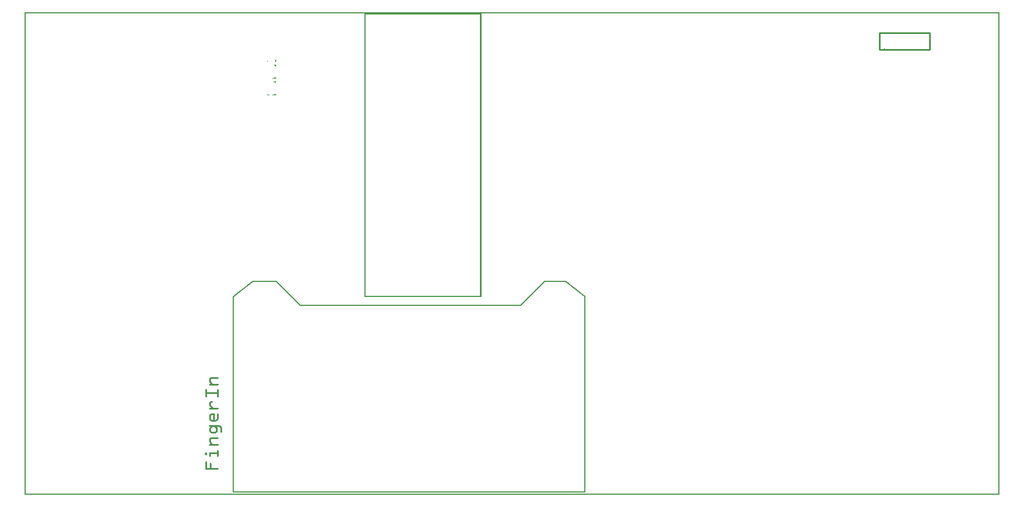
<source format=gto>
G04 MADE WITH FRITZING*
G04 WWW.FRITZING.ORG*
G04 DOUBLE SIDED*
G04 HOLES PLATED*
G04 CONTOUR ON CENTER OF CONTOUR VECTOR*
%ASAXBY*%
%FSLAX23Y23*%
%MOIN*%
%OFA0B0*%
%SFA1.0B1.0*%
%ADD10C,0.010000*%
%ADD11R,0.001000X0.001000*%
%LNSILK1*%
G90*
G70*
G54D10*
X5108Y2665D02*
X5408Y2665D01*
D02*
X5408Y2665D02*
X5408Y2765D01*
D02*
X5408Y2765D02*
X5108Y2765D01*
D02*
X5108Y2765D02*
X5108Y2665D01*
G54D11*
X0Y2889D02*
X5824Y2889D01*
X0Y2888D02*
X5824Y2888D01*
X0Y2887D02*
X5824Y2887D01*
X0Y2886D02*
X5824Y2886D01*
X0Y2885D02*
X5824Y2885D01*
X0Y2884D02*
X5824Y2884D01*
X0Y2883D02*
X5824Y2883D01*
X0Y2882D02*
X5824Y2882D01*
X0Y2881D02*
X7Y2881D01*
X2030Y2881D02*
X2729Y2881D01*
X5817Y2881D02*
X5824Y2881D01*
X0Y2880D02*
X7Y2880D01*
X2030Y2880D02*
X2729Y2880D01*
X5817Y2880D02*
X5824Y2880D01*
X0Y2879D02*
X7Y2879D01*
X2030Y2879D02*
X2729Y2879D01*
X5817Y2879D02*
X5824Y2879D01*
X0Y2878D02*
X7Y2878D01*
X2030Y2878D02*
X2729Y2878D01*
X5817Y2878D02*
X5824Y2878D01*
X0Y2877D02*
X7Y2877D01*
X2030Y2877D02*
X2729Y2877D01*
X5817Y2877D02*
X5824Y2877D01*
X0Y2876D02*
X7Y2876D01*
X2030Y2876D02*
X2729Y2876D01*
X5817Y2876D02*
X5824Y2876D01*
X0Y2875D02*
X7Y2875D01*
X2030Y2875D02*
X2037Y2875D01*
X2722Y2875D02*
X2729Y2875D01*
X5817Y2875D02*
X5824Y2875D01*
X0Y2874D02*
X7Y2874D01*
X2030Y2874D02*
X2037Y2874D01*
X2722Y2874D02*
X2729Y2874D01*
X5817Y2874D02*
X5824Y2874D01*
X0Y2873D02*
X7Y2873D01*
X2030Y2873D02*
X2037Y2873D01*
X2722Y2873D02*
X2729Y2873D01*
X5817Y2873D02*
X5824Y2873D01*
X0Y2872D02*
X7Y2872D01*
X2030Y2872D02*
X2037Y2872D01*
X2722Y2872D02*
X2729Y2872D01*
X5817Y2872D02*
X5824Y2872D01*
X0Y2871D02*
X7Y2871D01*
X2030Y2871D02*
X2037Y2871D01*
X2722Y2871D02*
X2729Y2871D01*
X5817Y2871D02*
X5824Y2871D01*
X0Y2870D02*
X7Y2870D01*
X2030Y2870D02*
X2037Y2870D01*
X2722Y2870D02*
X2729Y2870D01*
X5817Y2870D02*
X5824Y2870D01*
X0Y2869D02*
X7Y2869D01*
X2030Y2869D02*
X2037Y2869D01*
X2722Y2869D02*
X2729Y2869D01*
X5817Y2869D02*
X5824Y2869D01*
X0Y2868D02*
X7Y2868D01*
X2030Y2868D02*
X2037Y2868D01*
X2722Y2868D02*
X2729Y2868D01*
X5817Y2868D02*
X5824Y2868D01*
X0Y2867D02*
X7Y2867D01*
X2030Y2867D02*
X2037Y2867D01*
X2722Y2867D02*
X2729Y2867D01*
X5817Y2867D02*
X5824Y2867D01*
X0Y2866D02*
X7Y2866D01*
X2030Y2866D02*
X2037Y2866D01*
X2722Y2866D02*
X2729Y2866D01*
X5817Y2866D02*
X5824Y2866D01*
X0Y2865D02*
X7Y2865D01*
X2030Y2865D02*
X2037Y2865D01*
X2722Y2865D02*
X2729Y2865D01*
X5817Y2865D02*
X5824Y2865D01*
X0Y2864D02*
X7Y2864D01*
X2030Y2864D02*
X2037Y2864D01*
X2722Y2864D02*
X2729Y2864D01*
X5817Y2864D02*
X5824Y2864D01*
X0Y2863D02*
X7Y2863D01*
X2030Y2863D02*
X2037Y2863D01*
X2722Y2863D02*
X2729Y2863D01*
X5817Y2863D02*
X5824Y2863D01*
X0Y2862D02*
X7Y2862D01*
X2030Y2862D02*
X2037Y2862D01*
X2722Y2862D02*
X2729Y2862D01*
X5817Y2862D02*
X5824Y2862D01*
X0Y2861D02*
X7Y2861D01*
X2030Y2861D02*
X2037Y2861D01*
X2722Y2861D02*
X2729Y2861D01*
X5817Y2861D02*
X5824Y2861D01*
X0Y2860D02*
X7Y2860D01*
X2030Y2860D02*
X2037Y2860D01*
X2722Y2860D02*
X2729Y2860D01*
X5817Y2860D02*
X5824Y2860D01*
X0Y2859D02*
X7Y2859D01*
X2030Y2859D02*
X2037Y2859D01*
X2722Y2859D02*
X2729Y2859D01*
X5817Y2859D02*
X5824Y2859D01*
X0Y2858D02*
X7Y2858D01*
X2030Y2858D02*
X2037Y2858D01*
X2722Y2858D02*
X2729Y2858D01*
X5817Y2858D02*
X5824Y2858D01*
X0Y2857D02*
X7Y2857D01*
X2030Y2857D02*
X2037Y2857D01*
X2722Y2857D02*
X2729Y2857D01*
X5817Y2857D02*
X5824Y2857D01*
X0Y2856D02*
X7Y2856D01*
X2030Y2856D02*
X2037Y2856D01*
X2722Y2856D02*
X2729Y2856D01*
X5817Y2856D02*
X5824Y2856D01*
X0Y2855D02*
X7Y2855D01*
X2030Y2855D02*
X2037Y2855D01*
X2722Y2855D02*
X2729Y2855D01*
X5817Y2855D02*
X5824Y2855D01*
X0Y2854D02*
X7Y2854D01*
X2030Y2854D02*
X2037Y2854D01*
X2722Y2854D02*
X2729Y2854D01*
X5817Y2854D02*
X5824Y2854D01*
X0Y2853D02*
X7Y2853D01*
X2030Y2853D02*
X2037Y2853D01*
X2722Y2853D02*
X2729Y2853D01*
X5817Y2853D02*
X5824Y2853D01*
X0Y2852D02*
X7Y2852D01*
X2030Y2852D02*
X2037Y2852D01*
X2722Y2852D02*
X2729Y2852D01*
X5817Y2852D02*
X5824Y2852D01*
X0Y2851D02*
X7Y2851D01*
X2030Y2851D02*
X2037Y2851D01*
X2722Y2851D02*
X2729Y2851D01*
X5817Y2851D02*
X5824Y2851D01*
X0Y2850D02*
X7Y2850D01*
X2030Y2850D02*
X2037Y2850D01*
X2722Y2850D02*
X2729Y2850D01*
X5817Y2850D02*
X5824Y2850D01*
X0Y2849D02*
X7Y2849D01*
X2030Y2849D02*
X2037Y2849D01*
X2722Y2849D02*
X2729Y2849D01*
X5817Y2849D02*
X5824Y2849D01*
X0Y2848D02*
X7Y2848D01*
X2030Y2848D02*
X2037Y2848D01*
X2722Y2848D02*
X2729Y2848D01*
X5817Y2848D02*
X5824Y2848D01*
X0Y2847D02*
X7Y2847D01*
X2030Y2847D02*
X2037Y2847D01*
X2722Y2847D02*
X2729Y2847D01*
X5817Y2847D02*
X5824Y2847D01*
X0Y2846D02*
X7Y2846D01*
X2030Y2846D02*
X2037Y2846D01*
X2722Y2846D02*
X2729Y2846D01*
X5817Y2846D02*
X5824Y2846D01*
X0Y2845D02*
X7Y2845D01*
X2030Y2845D02*
X2037Y2845D01*
X2722Y2845D02*
X2729Y2845D01*
X5817Y2845D02*
X5824Y2845D01*
X0Y2844D02*
X7Y2844D01*
X2030Y2844D02*
X2037Y2844D01*
X2722Y2844D02*
X2729Y2844D01*
X5817Y2844D02*
X5824Y2844D01*
X0Y2843D02*
X7Y2843D01*
X2030Y2843D02*
X2037Y2843D01*
X2722Y2843D02*
X2729Y2843D01*
X5817Y2843D02*
X5824Y2843D01*
X0Y2842D02*
X7Y2842D01*
X2030Y2842D02*
X2037Y2842D01*
X2722Y2842D02*
X2729Y2842D01*
X5817Y2842D02*
X5824Y2842D01*
X0Y2841D02*
X7Y2841D01*
X2030Y2841D02*
X2037Y2841D01*
X2722Y2841D02*
X2729Y2841D01*
X5817Y2841D02*
X5824Y2841D01*
X0Y2840D02*
X7Y2840D01*
X2030Y2840D02*
X2037Y2840D01*
X2722Y2840D02*
X2729Y2840D01*
X5817Y2840D02*
X5824Y2840D01*
X0Y2839D02*
X7Y2839D01*
X2030Y2839D02*
X2037Y2839D01*
X2722Y2839D02*
X2729Y2839D01*
X5817Y2839D02*
X5824Y2839D01*
X0Y2838D02*
X7Y2838D01*
X2030Y2838D02*
X2037Y2838D01*
X2722Y2838D02*
X2729Y2838D01*
X5817Y2838D02*
X5824Y2838D01*
X0Y2837D02*
X7Y2837D01*
X2030Y2837D02*
X2037Y2837D01*
X2722Y2837D02*
X2729Y2837D01*
X5817Y2837D02*
X5824Y2837D01*
X0Y2836D02*
X7Y2836D01*
X2030Y2836D02*
X2037Y2836D01*
X2722Y2836D02*
X2729Y2836D01*
X5817Y2836D02*
X5824Y2836D01*
X0Y2835D02*
X7Y2835D01*
X2030Y2835D02*
X2037Y2835D01*
X2722Y2835D02*
X2729Y2835D01*
X5817Y2835D02*
X5824Y2835D01*
X0Y2834D02*
X7Y2834D01*
X2030Y2834D02*
X2037Y2834D01*
X2722Y2834D02*
X2729Y2834D01*
X5817Y2834D02*
X5824Y2834D01*
X0Y2833D02*
X7Y2833D01*
X2030Y2833D02*
X2037Y2833D01*
X2722Y2833D02*
X2729Y2833D01*
X5817Y2833D02*
X5824Y2833D01*
X0Y2832D02*
X7Y2832D01*
X2030Y2832D02*
X2037Y2832D01*
X2722Y2832D02*
X2729Y2832D01*
X5817Y2832D02*
X5824Y2832D01*
X0Y2831D02*
X7Y2831D01*
X2030Y2831D02*
X2037Y2831D01*
X2722Y2831D02*
X2729Y2831D01*
X5817Y2831D02*
X5824Y2831D01*
X0Y2830D02*
X7Y2830D01*
X2030Y2830D02*
X2037Y2830D01*
X2722Y2830D02*
X2729Y2830D01*
X5817Y2830D02*
X5824Y2830D01*
X0Y2829D02*
X7Y2829D01*
X2030Y2829D02*
X2037Y2829D01*
X2722Y2829D02*
X2729Y2829D01*
X5817Y2829D02*
X5824Y2829D01*
X0Y2828D02*
X7Y2828D01*
X2030Y2828D02*
X2037Y2828D01*
X2722Y2828D02*
X2729Y2828D01*
X5817Y2828D02*
X5824Y2828D01*
X0Y2827D02*
X7Y2827D01*
X2030Y2827D02*
X2037Y2827D01*
X2722Y2827D02*
X2729Y2827D01*
X5817Y2827D02*
X5824Y2827D01*
X0Y2826D02*
X7Y2826D01*
X2030Y2826D02*
X2037Y2826D01*
X2722Y2826D02*
X2729Y2826D01*
X5817Y2826D02*
X5824Y2826D01*
X0Y2825D02*
X7Y2825D01*
X2030Y2825D02*
X2037Y2825D01*
X2722Y2825D02*
X2729Y2825D01*
X5817Y2825D02*
X5824Y2825D01*
X0Y2824D02*
X7Y2824D01*
X2030Y2824D02*
X2037Y2824D01*
X2722Y2824D02*
X2729Y2824D01*
X5817Y2824D02*
X5824Y2824D01*
X0Y2823D02*
X7Y2823D01*
X2030Y2823D02*
X2037Y2823D01*
X2722Y2823D02*
X2729Y2823D01*
X5817Y2823D02*
X5824Y2823D01*
X0Y2822D02*
X7Y2822D01*
X2030Y2822D02*
X2037Y2822D01*
X2722Y2822D02*
X2729Y2822D01*
X5817Y2822D02*
X5824Y2822D01*
X0Y2821D02*
X7Y2821D01*
X2030Y2821D02*
X2037Y2821D01*
X2722Y2821D02*
X2729Y2821D01*
X5817Y2821D02*
X5824Y2821D01*
X0Y2820D02*
X7Y2820D01*
X2030Y2820D02*
X2037Y2820D01*
X2722Y2820D02*
X2729Y2820D01*
X5817Y2820D02*
X5824Y2820D01*
X0Y2819D02*
X7Y2819D01*
X2030Y2819D02*
X2037Y2819D01*
X2722Y2819D02*
X2729Y2819D01*
X5817Y2819D02*
X5824Y2819D01*
X0Y2818D02*
X7Y2818D01*
X2030Y2818D02*
X2037Y2818D01*
X2722Y2818D02*
X2729Y2818D01*
X5817Y2818D02*
X5824Y2818D01*
X0Y2817D02*
X7Y2817D01*
X2030Y2817D02*
X2037Y2817D01*
X2722Y2817D02*
X2729Y2817D01*
X5817Y2817D02*
X5824Y2817D01*
X0Y2816D02*
X7Y2816D01*
X2030Y2816D02*
X2037Y2816D01*
X2722Y2816D02*
X2729Y2816D01*
X5817Y2816D02*
X5824Y2816D01*
X0Y2815D02*
X7Y2815D01*
X2030Y2815D02*
X2037Y2815D01*
X2722Y2815D02*
X2729Y2815D01*
X5817Y2815D02*
X5824Y2815D01*
X0Y2814D02*
X7Y2814D01*
X2030Y2814D02*
X2037Y2814D01*
X2722Y2814D02*
X2729Y2814D01*
X5817Y2814D02*
X5824Y2814D01*
X0Y2813D02*
X7Y2813D01*
X2030Y2813D02*
X2037Y2813D01*
X2722Y2813D02*
X2729Y2813D01*
X5817Y2813D02*
X5824Y2813D01*
X0Y2812D02*
X7Y2812D01*
X2030Y2812D02*
X2037Y2812D01*
X2722Y2812D02*
X2729Y2812D01*
X5817Y2812D02*
X5824Y2812D01*
X0Y2811D02*
X7Y2811D01*
X2030Y2811D02*
X2037Y2811D01*
X2722Y2811D02*
X2729Y2811D01*
X5817Y2811D02*
X5824Y2811D01*
X0Y2810D02*
X7Y2810D01*
X2030Y2810D02*
X2037Y2810D01*
X2722Y2810D02*
X2729Y2810D01*
X5817Y2810D02*
X5824Y2810D01*
X0Y2809D02*
X7Y2809D01*
X2030Y2809D02*
X2037Y2809D01*
X2722Y2809D02*
X2729Y2809D01*
X5817Y2809D02*
X5824Y2809D01*
X0Y2808D02*
X7Y2808D01*
X2030Y2808D02*
X2037Y2808D01*
X2722Y2808D02*
X2729Y2808D01*
X5817Y2808D02*
X5824Y2808D01*
X0Y2807D02*
X7Y2807D01*
X2030Y2807D02*
X2037Y2807D01*
X2722Y2807D02*
X2729Y2807D01*
X5817Y2807D02*
X5824Y2807D01*
X0Y2806D02*
X7Y2806D01*
X2030Y2806D02*
X2037Y2806D01*
X2722Y2806D02*
X2729Y2806D01*
X5817Y2806D02*
X5824Y2806D01*
X0Y2805D02*
X7Y2805D01*
X2030Y2805D02*
X2037Y2805D01*
X2722Y2805D02*
X2729Y2805D01*
X5817Y2805D02*
X5824Y2805D01*
X0Y2804D02*
X7Y2804D01*
X2030Y2804D02*
X2037Y2804D01*
X2722Y2804D02*
X2729Y2804D01*
X5817Y2804D02*
X5824Y2804D01*
X0Y2803D02*
X7Y2803D01*
X2030Y2803D02*
X2037Y2803D01*
X2722Y2803D02*
X2729Y2803D01*
X5817Y2803D02*
X5824Y2803D01*
X0Y2802D02*
X7Y2802D01*
X2030Y2802D02*
X2037Y2802D01*
X2722Y2802D02*
X2729Y2802D01*
X5817Y2802D02*
X5824Y2802D01*
X0Y2801D02*
X7Y2801D01*
X2030Y2801D02*
X2037Y2801D01*
X2722Y2801D02*
X2729Y2801D01*
X5817Y2801D02*
X5824Y2801D01*
X0Y2800D02*
X7Y2800D01*
X2030Y2800D02*
X2037Y2800D01*
X2722Y2800D02*
X2729Y2800D01*
X5817Y2800D02*
X5824Y2800D01*
X0Y2799D02*
X7Y2799D01*
X2030Y2799D02*
X2037Y2799D01*
X2722Y2799D02*
X2729Y2799D01*
X5817Y2799D02*
X5824Y2799D01*
X0Y2798D02*
X7Y2798D01*
X2030Y2798D02*
X2037Y2798D01*
X2722Y2798D02*
X2729Y2798D01*
X5817Y2798D02*
X5824Y2798D01*
X0Y2797D02*
X7Y2797D01*
X2030Y2797D02*
X2037Y2797D01*
X2722Y2797D02*
X2729Y2797D01*
X5817Y2797D02*
X5824Y2797D01*
X0Y2796D02*
X7Y2796D01*
X2030Y2796D02*
X2037Y2796D01*
X2722Y2796D02*
X2729Y2796D01*
X5817Y2796D02*
X5824Y2796D01*
X0Y2795D02*
X7Y2795D01*
X2030Y2795D02*
X2037Y2795D01*
X2722Y2795D02*
X2729Y2795D01*
X5817Y2795D02*
X5824Y2795D01*
X0Y2794D02*
X7Y2794D01*
X2030Y2794D02*
X2037Y2794D01*
X2722Y2794D02*
X2729Y2794D01*
X5817Y2794D02*
X5824Y2794D01*
X0Y2793D02*
X7Y2793D01*
X2030Y2793D02*
X2037Y2793D01*
X2722Y2793D02*
X2729Y2793D01*
X5817Y2793D02*
X5824Y2793D01*
X0Y2792D02*
X7Y2792D01*
X2030Y2792D02*
X2037Y2792D01*
X2722Y2792D02*
X2729Y2792D01*
X5817Y2792D02*
X5824Y2792D01*
X0Y2791D02*
X7Y2791D01*
X2030Y2791D02*
X2037Y2791D01*
X2722Y2791D02*
X2729Y2791D01*
X5817Y2791D02*
X5824Y2791D01*
X0Y2790D02*
X7Y2790D01*
X2030Y2790D02*
X2037Y2790D01*
X2722Y2790D02*
X2729Y2790D01*
X5817Y2790D02*
X5824Y2790D01*
X0Y2789D02*
X7Y2789D01*
X2030Y2789D02*
X2037Y2789D01*
X2722Y2789D02*
X2729Y2789D01*
X5817Y2789D02*
X5824Y2789D01*
X0Y2788D02*
X7Y2788D01*
X2030Y2788D02*
X2037Y2788D01*
X2722Y2788D02*
X2729Y2788D01*
X5817Y2788D02*
X5824Y2788D01*
X0Y2787D02*
X7Y2787D01*
X2030Y2787D02*
X2037Y2787D01*
X2722Y2787D02*
X2729Y2787D01*
X5817Y2787D02*
X5824Y2787D01*
X0Y2786D02*
X7Y2786D01*
X2030Y2786D02*
X2037Y2786D01*
X2722Y2786D02*
X2729Y2786D01*
X5817Y2786D02*
X5824Y2786D01*
X0Y2785D02*
X7Y2785D01*
X2030Y2785D02*
X2037Y2785D01*
X2722Y2785D02*
X2729Y2785D01*
X5817Y2785D02*
X5824Y2785D01*
X0Y2784D02*
X7Y2784D01*
X2030Y2784D02*
X2037Y2784D01*
X2722Y2784D02*
X2729Y2784D01*
X5817Y2784D02*
X5824Y2784D01*
X0Y2783D02*
X7Y2783D01*
X2030Y2783D02*
X2037Y2783D01*
X2722Y2783D02*
X2729Y2783D01*
X5817Y2783D02*
X5824Y2783D01*
X0Y2782D02*
X7Y2782D01*
X2030Y2782D02*
X2037Y2782D01*
X2722Y2782D02*
X2729Y2782D01*
X5817Y2782D02*
X5824Y2782D01*
X0Y2781D02*
X7Y2781D01*
X2030Y2781D02*
X2037Y2781D01*
X2722Y2781D02*
X2729Y2781D01*
X5817Y2781D02*
X5824Y2781D01*
X0Y2780D02*
X7Y2780D01*
X2030Y2780D02*
X2037Y2780D01*
X2722Y2780D02*
X2729Y2780D01*
X5817Y2780D02*
X5824Y2780D01*
X0Y2779D02*
X7Y2779D01*
X2030Y2779D02*
X2037Y2779D01*
X2722Y2779D02*
X2729Y2779D01*
X5817Y2779D02*
X5824Y2779D01*
X0Y2778D02*
X7Y2778D01*
X2030Y2778D02*
X2037Y2778D01*
X2722Y2778D02*
X2729Y2778D01*
X5817Y2778D02*
X5824Y2778D01*
X0Y2777D02*
X7Y2777D01*
X2030Y2777D02*
X2037Y2777D01*
X2722Y2777D02*
X2729Y2777D01*
X5817Y2777D02*
X5824Y2777D01*
X0Y2776D02*
X7Y2776D01*
X2030Y2776D02*
X2037Y2776D01*
X2722Y2776D02*
X2729Y2776D01*
X5817Y2776D02*
X5824Y2776D01*
X0Y2775D02*
X7Y2775D01*
X2030Y2775D02*
X2037Y2775D01*
X2722Y2775D02*
X2729Y2775D01*
X5817Y2775D02*
X5824Y2775D01*
X0Y2774D02*
X7Y2774D01*
X2030Y2774D02*
X2037Y2774D01*
X2722Y2774D02*
X2729Y2774D01*
X5817Y2774D02*
X5824Y2774D01*
X0Y2773D02*
X7Y2773D01*
X2030Y2773D02*
X2037Y2773D01*
X2722Y2773D02*
X2729Y2773D01*
X5817Y2773D02*
X5824Y2773D01*
X0Y2772D02*
X7Y2772D01*
X2030Y2772D02*
X2037Y2772D01*
X2722Y2772D02*
X2729Y2772D01*
X5817Y2772D02*
X5824Y2772D01*
X0Y2771D02*
X7Y2771D01*
X2030Y2771D02*
X2037Y2771D01*
X2722Y2771D02*
X2729Y2771D01*
X5817Y2771D02*
X5824Y2771D01*
X0Y2770D02*
X7Y2770D01*
X2030Y2770D02*
X2037Y2770D01*
X2722Y2770D02*
X2729Y2770D01*
X5817Y2770D02*
X5824Y2770D01*
X0Y2769D02*
X7Y2769D01*
X2030Y2769D02*
X2037Y2769D01*
X2722Y2769D02*
X2729Y2769D01*
X5817Y2769D02*
X5824Y2769D01*
X0Y2768D02*
X7Y2768D01*
X2030Y2768D02*
X2037Y2768D01*
X2722Y2768D02*
X2729Y2768D01*
X5817Y2768D02*
X5824Y2768D01*
X0Y2767D02*
X7Y2767D01*
X2030Y2767D02*
X2037Y2767D01*
X2722Y2767D02*
X2729Y2767D01*
X5817Y2767D02*
X5824Y2767D01*
X0Y2766D02*
X7Y2766D01*
X2030Y2766D02*
X2037Y2766D01*
X2722Y2766D02*
X2729Y2766D01*
X5817Y2766D02*
X5824Y2766D01*
X0Y2765D02*
X7Y2765D01*
X2030Y2765D02*
X2037Y2765D01*
X2722Y2765D02*
X2729Y2765D01*
X5817Y2765D02*
X5824Y2765D01*
X0Y2764D02*
X7Y2764D01*
X2030Y2764D02*
X2037Y2764D01*
X2722Y2764D02*
X2729Y2764D01*
X5817Y2764D02*
X5824Y2764D01*
X0Y2763D02*
X7Y2763D01*
X2030Y2763D02*
X2037Y2763D01*
X2722Y2763D02*
X2729Y2763D01*
X5817Y2763D02*
X5824Y2763D01*
X0Y2762D02*
X7Y2762D01*
X2030Y2762D02*
X2037Y2762D01*
X2722Y2762D02*
X2729Y2762D01*
X5817Y2762D02*
X5824Y2762D01*
X0Y2761D02*
X7Y2761D01*
X2030Y2761D02*
X2037Y2761D01*
X2722Y2761D02*
X2729Y2761D01*
X5817Y2761D02*
X5824Y2761D01*
X0Y2760D02*
X7Y2760D01*
X2030Y2760D02*
X2037Y2760D01*
X2722Y2760D02*
X2729Y2760D01*
X5817Y2760D02*
X5824Y2760D01*
X0Y2759D02*
X7Y2759D01*
X2030Y2759D02*
X2037Y2759D01*
X2722Y2759D02*
X2729Y2759D01*
X5817Y2759D02*
X5824Y2759D01*
X0Y2758D02*
X7Y2758D01*
X2030Y2758D02*
X2037Y2758D01*
X2722Y2758D02*
X2729Y2758D01*
X5817Y2758D02*
X5824Y2758D01*
X0Y2757D02*
X7Y2757D01*
X2030Y2757D02*
X2037Y2757D01*
X2722Y2757D02*
X2729Y2757D01*
X5817Y2757D02*
X5824Y2757D01*
X0Y2756D02*
X7Y2756D01*
X2030Y2756D02*
X2037Y2756D01*
X2722Y2756D02*
X2729Y2756D01*
X5817Y2756D02*
X5824Y2756D01*
X0Y2755D02*
X7Y2755D01*
X2030Y2755D02*
X2037Y2755D01*
X2722Y2755D02*
X2729Y2755D01*
X5817Y2755D02*
X5824Y2755D01*
X0Y2754D02*
X7Y2754D01*
X2030Y2754D02*
X2037Y2754D01*
X2722Y2754D02*
X2729Y2754D01*
X5817Y2754D02*
X5824Y2754D01*
X0Y2753D02*
X7Y2753D01*
X2030Y2753D02*
X2037Y2753D01*
X2722Y2753D02*
X2729Y2753D01*
X5817Y2753D02*
X5824Y2753D01*
X0Y2752D02*
X7Y2752D01*
X2030Y2752D02*
X2037Y2752D01*
X2722Y2752D02*
X2729Y2752D01*
X5817Y2752D02*
X5824Y2752D01*
X0Y2751D02*
X7Y2751D01*
X2030Y2751D02*
X2037Y2751D01*
X2722Y2751D02*
X2729Y2751D01*
X5817Y2751D02*
X5824Y2751D01*
X0Y2750D02*
X7Y2750D01*
X2030Y2750D02*
X2037Y2750D01*
X2722Y2750D02*
X2729Y2750D01*
X5817Y2750D02*
X5824Y2750D01*
X0Y2749D02*
X7Y2749D01*
X2030Y2749D02*
X2037Y2749D01*
X2722Y2749D02*
X2729Y2749D01*
X5817Y2749D02*
X5824Y2749D01*
X0Y2748D02*
X7Y2748D01*
X2030Y2748D02*
X2037Y2748D01*
X2722Y2748D02*
X2729Y2748D01*
X5817Y2748D02*
X5824Y2748D01*
X0Y2747D02*
X7Y2747D01*
X2030Y2747D02*
X2037Y2747D01*
X2722Y2747D02*
X2729Y2747D01*
X5817Y2747D02*
X5824Y2747D01*
X0Y2746D02*
X7Y2746D01*
X2030Y2746D02*
X2037Y2746D01*
X2722Y2746D02*
X2729Y2746D01*
X5817Y2746D02*
X5824Y2746D01*
X0Y2745D02*
X7Y2745D01*
X2030Y2745D02*
X2037Y2745D01*
X2722Y2745D02*
X2729Y2745D01*
X5817Y2745D02*
X5824Y2745D01*
X0Y2744D02*
X7Y2744D01*
X2030Y2744D02*
X2037Y2744D01*
X2722Y2744D02*
X2729Y2744D01*
X5817Y2744D02*
X5824Y2744D01*
X0Y2743D02*
X7Y2743D01*
X2030Y2743D02*
X2037Y2743D01*
X2722Y2743D02*
X2729Y2743D01*
X5817Y2743D02*
X5824Y2743D01*
X0Y2742D02*
X7Y2742D01*
X2030Y2742D02*
X2037Y2742D01*
X2722Y2742D02*
X2729Y2742D01*
X5817Y2742D02*
X5824Y2742D01*
X0Y2741D02*
X7Y2741D01*
X2030Y2741D02*
X2037Y2741D01*
X2722Y2741D02*
X2729Y2741D01*
X5817Y2741D02*
X5824Y2741D01*
X0Y2740D02*
X7Y2740D01*
X2030Y2740D02*
X2037Y2740D01*
X2722Y2740D02*
X2729Y2740D01*
X5817Y2740D02*
X5824Y2740D01*
X0Y2739D02*
X7Y2739D01*
X2030Y2739D02*
X2037Y2739D01*
X2722Y2739D02*
X2729Y2739D01*
X5817Y2739D02*
X5824Y2739D01*
X0Y2738D02*
X7Y2738D01*
X2030Y2738D02*
X2037Y2738D01*
X2722Y2738D02*
X2729Y2738D01*
X5817Y2738D02*
X5824Y2738D01*
X0Y2737D02*
X7Y2737D01*
X2030Y2737D02*
X2037Y2737D01*
X2722Y2737D02*
X2729Y2737D01*
X5817Y2737D02*
X5824Y2737D01*
X0Y2736D02*
X7Y2736D01*
X2030Y2736D02*
X2037Y2736D01*
X2722Y2736D02*
X2729Y2736D01*
X5817Y2736D02*
X5824Y2736D01*
X0Y2735D02*
X7Y2735D01*
X2030Y2735D02*
X2037Y2735D01*
X2722Y2735D02*
X2729Y2735D01*
X5817Y2735D02*
X5824Y2735D01*
X0Y2734D02*
X7Y2734D01*
X2030Y2734D02*
X2037Y2734D01*
X2722Y2734D02*
X2729Y2734D01*
X5817Y2734D02*
X5824Y2734D01*
X0Y2733D02*
X7Y2733D01*
X2030Y2733D02*
X2037Y2733D01*
X2722Y2733D02*
X2729Y2733D01*
X5817Y2733D02*
X5824Y2733D01*
X0Y2732D02*
X7Y2732D01*
X2030Y2732D02*
X2037Y2732D01*
X2722Y2732D02*
X2729Y2732D01*
X5817Y2732D02*
X5824Y2732D01*
X0Y2731D02*
X7Y2731D01*
X2030Y2731D02*
X2037Y2731D01*
X2722Y2731D02*
X2729Y2731D01*
X5817Y2731D02*
X5824Y2731D01*
X0Y2730D02*
X7Y2730D01*
X2030Y2730D02*
X2037Y2730D01*
X2722Y2730D02*
X2729Y2730D01*
X5817Y2730D02*
X5824Y2730D01*
X0Y2729D02*
X7Y2729D01*
X2030Y2729D02*
X2037Y2729D01*
X2722Y2729D02*
X2729Y2729D01*
X5817Y2729D02*
X5824Y2729D01*
X0Y2728D02*
X7Y2728D01*
X2030Y2728D02*
X2037Y2728D01*
X2722Y2728D02*
X2729Y2728D01*
X5817Y2728D02*
X5824Y2728D01*
X0Y2727D02*
X7Y2727D01*
X2030Y2727D02*
X2037Y2727D01*
X2722Y2727D02*
X2729Y2727D01*
X5817Y2727D02*
X5824Y2727D01*
X0Y2726D02*
X7Y2726D01*
X2030Y2726D02*
X2037Y2726D01*
X2722Y2726D02*
X2729Y2726D01*
X5817Y2726D02*
X5824Y2726D01*
X0Y2725D02*
X7Y2725D01*
X2030Y2725D02*
X2037Y2725D01*
X2722Y2725D02*
X2729Y2725D01*
X5817Y2725D02*
X5824Y2725D01*
X0Y2724D02*
X7Y2724D01*
X2030Y2724D02*
X2037Y2724D01*
X2722Y2724D02*
X2729Y2724D01*
X5817Y2724D02*
X5824Y2724D01*
X0Y2723D02*
X7Y2723D01*
X2030Y2723D02*
X2037Y2723D01*
X2722Y2723D02*
X2729Y2723D01*
X5817Y2723D02*
X5824Y2723D01*
X0Y2722D02*
X7Y2722D01*
X2030Y2722D02*
X2037Y2722D01*
X2722Y2722D02*
X2729Y2722D01*
X5817Y2722D02*
X5824Y2722D01*
X0Y2721D02*
X7Y2721D01*
X2030Y2721D02*
X2037Y2721D01*
X2722Y2721D02*
X2729Y2721D01*
X5817Y2721D02*
X5824Y2721D01*
X0Y2720D02*
X7Y2720D01*
X2030Y2720D02*
X2037Y2720D01*
X2722Y2720D02*
X2729Y2720D01*
X5817Y2720D02*
X5824Y2720D01*
X0Y2719D02*
X7Y2719D01*
X2030Y2719D02*
X2037Y2719D01*
X2722Y2719D02*
X2729Y2719D01*
X5817Y2719D02*
X5824Y2719D01*
X0Y2718D02*
X7Y2718D01*
X2030Y2718D02*
X2037Y2718D01*
X2722Y2718D02*
X2729Y2718D01*
X5817Y2718D02*
X5824Y2718D01*
X0Y2717D02*
X7Y2717D01*
X2030Y2717D02*
X2037Y2717D01*
X2722Y2717D02*
X2729Y2717D01*
X5817Y2717D02*
X5824Y2717D01*
X0Y2716D02*
X7Y2716D01*
X2030Y2716D02*
X2037Y2716D01*
X2722Y2716D02*
X2729Y2716D01*
X5817Y2716D02*
X5824Y2716D01*
X0Y2715D02*
X7Y2715D01*
X2030Y2715D02*
X2037Y2715D01*
X2722Y2715D02*
X2729Y2715D01*
X5817Y2715D02*
X5824Y2715D01*
X0Y2714D02*
X7Y2714D01*
X2030Y2714D02*
X2037Y2714D01*
X2722Y2714D02*
X2729Y2714D01*
X5817Y2714D02*
X5824Y2714D01*
X0Y2713D02*
X7Y2713D01*
X2030Y2713D02*
X2037Y2713D01*
X2722Y2713D02*
X2729Y2713D01*
X5817Y2713D02*
X5824Y2713D01*
X0Y2712D02*
X7Y2712D01*
X2030Y2712D02*
X2037Y2712D01*
X2722Y2712D02*
X2729Y2712D01*
X5817Y2712D02*
X5824Y2712D01*
X0Y2711D02*
X7Y2711D01*
X2030Y2711D02*
X2037Y2711D01*
X2722Y2711D02*
X2729Y2711D01*
X5817Y2711D02*
X5824Y2711D01*
X0Y2710D02*
X7Y2710D01*
X2030Y2710D02*
X2037Y2710D01*
X2722Y2710D02*
X2729Y2710D01*
X5817Y2710D02*
X5824Y2710D01*
X0Y2709D02*
X7Y2709D01*
X2030Y2709D02*
X2037Y2709D01*
X2722Y2709D02*
X2729Y2709D01*
X5817Y2709D02*
X5824Y2709D01*
X0Y2708D02*
X7Y2708D01*
X2030Y2708D02*
X2037Y2708D01*
X2722Y2708D02*
X2729Y2708D01*
X5817Y2708D02*
X5824Y2708D01*
X0Y2707D02*
X7Y2707D01*
X2030Y2707D02*
X2037Y2707D01*
X2722Y2707D02*
X2729Y2707D01*
X5817Y2707D02*
X5824Y2707D01*
X0Y2706D02*
X7Y2706D01*
X2030Y2706D02*
X2037Y2706D01*
X2722Y2706D02*
X2729Y2706D01*
X5817Y2706D02*
X5824Y2706D01*
X0Y2705D02*
X7Y2705D01*
X2030Y2705D02*
X2037Y2705D01*
X2722Y2705D02*
X2729Y2705D01*
X5817Y2705D02*
X5824Y2705D01*
X0Y2704D02*
X7Y2704D01*
X2030Y2704D02*
X2037Y2704D01*
X2722Y2704D02*
X2729Y2704D01*
X5817Y2704D02*
X5824Y2704D01*
X0Y2703D02*
X7Y2703D01*
X2030Y2703D02*
X2037Y2703D01*
X2722Y2703D02*
X2729Y2703D01*
X5817Y2703D02*
X5824Y2703D01*
X0Y2702D02*
X7Y2702D01*
X2030Y2702D02*
X2037Y2702D01*
X2722Y2702D02*
X2729Y2702D01*
X5817Y2702D02*
X5824Y2702D01*
X0Y2701D02*
X7Y2701D01*
X2030Y2701D02*
X2037Y2701D01*
X2722Y2701D02*
X2729Y2701D01*
X5109Y2701D02*
X5109Y2701D01*
X5817Y2701D02*
X5824Y2701D01*
X0Y2700D02*
X7Y2700D01*
X2030Y2700D02*
X2037Y2700D01*
X2722Y2700D02*
X2729Y2700D01*
X5108Y2700D02*
X5110Y2700D01*
X5817Y2700D02*
X5824Y2700D01*
X0Y2699D02*
X7Y2699D01*
X2030Y2699D02*
X2037Y2699D01*
X2722Y2699D02*
X2729Y2699D01*
X5107Y2699D02*
X5111Y2699D01*
X5817Y2699D02*
X5824Y2699D01*
X0Y2698D02*
X7Y2698D01*
X2030Y2698D02*
X2037Y2698D01*
X2722Y2698D02*
X2729Y2698D01*
X5106Y2698D02*
X5112Y2698D01*
X5817Y2698D02*
X5824Y2698D01*
X0Y2697D02*
X7Y2697D01*
X2030Y2697D02*
X2037Y2697D01*
X2722Y2697D02*
X2729Y2697D01*
X5107Y2697D02*
X5113Y2697D01*
X5817Y2697D02*
X5824Y2697D01*
X0Y2696D02*
X7Y2696D01*
X2030Y2696D02*
X2037Y2696D01*
X2722Y2696D02*
X2729Y2696D01*
X5108Y2696D02*
X5113Y2696D01*
X5817Y2696D02*
X5824Y2696D01*
X0Y2695D02*
X7Y2695D01*
X2030Y2695D02*
X2037Y2695D01*
X2722Y2695D02*
X2729Y2695D01*
X5109Y2695D02*
X5113Y2695D01*
X5817Y2695D02*
X5824Y2695D01*
X0Y2694D02*
X7Y2694D01*
X2030Y2694D02*
X2037Y2694D01*
X2722Y2694D02*
X2729Y2694D01*
X5110Y2694D02*
X5113Y2694D01*
X5817Y2694D02*
X5824Y2694D01*
X0Y2693D02*
X7Y2693D01*
X2030Y2693D02*
X2037Y2693D01*
X2722Y2693D02*
X2729Y2693D01*
X5111Y2693D02*
X5113Y2693D01*
X5817Y2693D02*
X5824Y2693D01*
X0Y2692D02*
X7Y2692D01*
X2030Y2692D02*
X2037Y2692D01*
X2722Y2692D02*
X2729Y2692D01*
X5112Y2692D02*
X5113Y2692D01*
X5817Y2692D02*
X5824Y2692D01*
X0Y2691D02*
X7Y2691D01*
X2030Y2691D02*
X2037Y2691D01*
X2722Y2691D02*
X2729Y2691D01*
X5113Y2691D02*
X5113Y2691D01*
X5817Y2691D02*
X5824Y2691D01*
X0Y2690D02*
X7Y2690D01*
X2030Y2690D02*
X2037Y2690D01*
X2722Y2690D02*
X2729Y2690D01*
X5817Y2690D02*
X5824Y2690D01*
X0Y2689D02*
X7Y2689D01*
X2030Y2689D02*
X2037Y2689D01*
X2722Y2689D02*
X2729Y2689D01*
X5817Y2689D02*
X5824Y2689D01*
X0Y2688D02*
X7Y2688D01*
X2030Y2688D02*
X2037Y2688D01*
X2722Y2688D02*
X2729Y2688D01*
X5817Y2688D02*
X5824Y2688D01*
X0Y2687D02*
X7Y2687D01*
X2030Y2687D02*
X2037Y2687D01*
X2722Y2687D02*
X2729Y2687D01*
X5817Y2687D02*
X5824Y2687D01*
X0Y2686D02*
X7Y2686D01*
X2030Y2686D02*
X2037Y2686D01*
X2722Y2686D02*
X2729Y2686D01*
X5817Y2686D02*
X5824Y2686D01*
X0Y2685D02*
X7Y2685D01*
X2030Y2685D02*
X2037Y2685D01*
X2722Y2685D02*
X2729Y2685D01*
X5817Y2685D02*
X5824Y2685D01*
X0Y2684D02*
X7Y2684D01*
X2030Y2684D02*
X2037Y2684D01*
X2722Y2684D02*
X2729Y2684D01*
X5817Y2684D02*
X5824Y2684D01*
X0Y2683D02*
X7Y2683D01*
X2030Y2683D02*
X2037Y2683D01*
X2722Y2683D02*
X2729Y2683D01*
X5817Y2683D02*
X5824Y2683D01*
X0Y2682D02*
X7Y2682D01*
X2030Y2682D02*
X2037Y2682D01*
X2722Y2682D02*
X2729Y2682D01*
X5817Y2682D02*
X5824Y2682D01*
X0Y2681D02*
X7Y2681D01*
X2030Y2681D02*
X2037Y2681D01*
X2722Y2681D02*
X2729Y2681D01*
X5817Y2681D02*
X5824Y2681D01*
X0Y2680D02*
X7Y2680D01*
X2030Y2680D02*
X2037Y2680D01*
X2722Y2680D02*
X2729Y2680D01*
X5817Y2680D02*
X5824Y2680D01*
X0Y2679D02*
X7Y2679D01*
X2030Y2679D02*
X2037Y2679D01*
X2722Y2679D02*
X2729Y2679D01*
X5817Y2679D02*
X5824Y2679D01*
X0Y2678D02*
X7Y2678D01*
X2030Y2678D02*
X2037Y2678D01*
X2722Y2678D02*
X2729Y2678D01*
X5817Y2678D02*
X5824Y2678D01*
X0Y2677D02*
X7Y2677D01*
X2030Y2677D02*
X2037Y2677D01*
X2722Y2677D02*
X2729Y2677D01*
X5817Y2677D02*
X5824Y2677D01*
X0Y2676D02*
X7Y2676D01*
X2030Y2676D02*
X2037Y2676D01*
X2722Y2676D02*
X2729Y2676D01*
X5817Y2676D02*
X5824Y2676D01*
X0Y2675D02*
X7Y2675D01*
X2030Y2675D02*
X2037Y2675D01*
X2722Y2675D02*
X2729Y2675D01*
X5817Y2675D02*
X5824Y2675D01*
X0Y2674D02*
X7Y2674D01*
X2030Y2674D02*
X2037Y2674D01*
X2722Y2674D02*
X2729Y2674D01*
X5817Y2674D02*
X5824Y2674D01*
X0Y2673D02*
X7Y2673D01*
X2030Y2673D02*
X2037Y2673D01*
X2722Y2673D02*
X2729Y2673D01*
X5817Y2673D02*
X5824Y2673D01*
X0Y2672D02*
X7Y2672D01*
X2030Y2672D02*
X2037Y2672D01*
X2722Y2672D02*
X2729Y2672D01*
X5817Y2672D02*
X5824Y2672D01*
X0Y2671D02*
X7Y2671D01*
X2030Y2671D02*
X2037Y2671D01*
X2722Y2671D02*
X2729Y2671D01*
X5817Y2671D02*
X5824Y2671D01*
X0Y2670D02*
X7Y2670D01*
X2030Y2670D02*
X2037Y2670D01*
X2722Y2670D02*
X2729Y2670D01*
X5134Y2670D02*
X5140Y2670D01*
X5817Y2670D02*
X5824Y2670D01*
X0Y2669D02*
X7Y2669D01*
X2030Y2669D02*
X2037Y2669D01*
X2722Y2669D02*
X2729Y2669D01*
X5135Y2669D02*
X5141Y2669D01*
X5817Y2669D02*
X5824Y2669D01*
X0Y2668D02*
X7Y2668D01*
X2030Y2668D02*
X2037Y2668D01*
X2722Y2668D02*
X2729Y2668D01*
X5136Y2668D02*
X5142Y2668D01*
X5817Y2668D02*
X5824Y2668D01*
X0Y2667D02*
X7Y2667D01*
X2030Y2667D02*
X2037Y2667D01*
X2722Y2667D02*
X2729Y2667D01*
X5137Y2667D02*
X5143Y2667D01*
X5817Y2667D02*
X5824Y2667D01*
X0Y2666D02*
X7Y2666D01*
X2030Y2666D02*
X2037Y2666D01*
X2722Y2666D02*
X2729Y2666D01*
X5138Y2666D02*
X5143Y2666D01*
X5817Y2666D02*
X5824Y2666D01*
X0Y2665D02*
X7Y2665D01*
X2030Y2665D02*
X2037Y2665D01*
X2722Y2665D02*
X2729Y2665D01*
X5139Y2665D02*
X5142Y2665D01*
X5817Y2665D02*
X5824Y2665D01*
X0Y2664D02*
X7Y2664D01*
X2030Y2664D02*
X2037Y2664D01*
X2722Y2664D02*
X2729Y2664D01*
X5140Y2664D02*
X5141Y2664D01*
X5817Y2664D02*
X5824Y2664D01*
X0Y2663D02*
X7Y2663D01*
X2030Y2663D02*
X2037Y2663D01*
X2722Y2663D02*
X2729Y2663D01*
X5817Y2663D02*
X5824Y2663D01*
X0Y2662D02*
X7Y2662D01*
X2030Y2662D02*
X2037Y2662D01*
X2722Y2662D02*
X2729Y2662D01*
X5817Y2662D02*
X5824Y2662D01*
X0Y2661D02*
X7Y2661D01*
X2030Y2661D02*
X2037Y2661D01*
X2722Y2661D02*
X2729Y2661D01*
X5817Y2661D02*
X5824Y2661D01*
X0Y2660D02*
X7Y2660D01*
X2030Y2660D02*
X2037Y2660D01*
X2722Y2660D02*
X2729Y2660D01*
X5817Y2660D02*
X5824Y2660D01*
X0Y2659D02*
X7Y2659D01*
X2030Y2659D02*
X2037Y2659D01*
X2722Y2659D02*
X2729Y2659D01*
X5817Y2659D02*
X5824Y2659D01*
X0Y2658D02*
X7Y2658D01*
X2030Y2658D02*
X2037Y2658D01*
X2722Y2658D02*
X2729Y2658D01*
X5817Y2658D02*
X5824Y2658D01*
X0Y2657D02*
X7Y2657D01*
X2030Y2657D02*
X2037Y2657D01*
X2722Y2657D02*
X2729Y2657D01*
X5817Y2657D02*
X5824Y2657D01*
X0Y2656D02*
X7Y2656D01*
X2030Y2656D02*
X2037Y2656D01*
X2722Y2656D02*
X2729Y2656D01*
X5817Y2656D02*
X5824Y2656D01*
X0Y2655D02*
X7Y2655D01*
X2030Y2655D02*
X2037Y2655D01*
X2722Y2655D02*
X2729Y2655D01*
X5817Y2655D02*
X5824Y2655D01*
X0Y2654D02*
X7Y2654D01*
X2030Y2654D02*
X2037Y2654D01*
X2722Y2654D02*
X2729Y2654D01*
X5817Y2654D02*
X5824Y2654D01*
X0Y2653D02*
X7Y2653D01*
X2030Y2653D02*
X2037Y2653D01*
X2722Y2653D02*
X2729Y2653D01*
X5817Y2653D02*
X5824Y2653D01*
X0Y2652D02*
X7Y2652D01*
X2030Y2652D02*
X2037Y2652D01*
X2722Y2652D02*
X2729Y2652D01*
X5817Y2652D02*
X5824Y2652D01*
X0Y2651D02*
X7Y2651D01*
X2030Y2651D02*
X2037Y2651D01*
X2722Y2651D02*
X2729Y2651D01*
X5817Y2651D02*
X5824Y2651D01*
X0Y2650D02*
X7Y2650D01*
X2030Y2650D02*
X2037Y2650D01*
X2722Y2650D02*
X2729Y2650D01*
X5817Y2650D02*
X5824Y2650D01*
X0Y2649D02*
X7Y2649D01*
X2030Y2649D02*
X2037Y2649D01*
X2722Y2649D02*
X2729Y2649D01*
X5817Y2649D02*
X5824Y2649D01*
X0Y2648D02*
X7Y2648D01*
X2030Y2648D02*
X2037Y2648D01*
X2722Y2648D02*
X2729Y2648D01*
X5817Y2648D02*
X5824Y2648D01*
X0Y2647D02*
X7Y2647D01*
X2030Y2647D02*
X2037Y2647D01*
X2722Y2647D02*
X2729Y2647D01*
X5817Y2647D02*
X5824Y2647D01*
X0Y2646D02*
X7Y2646D01*
X2030Y2646D02*
X2037Y2646D01*
X2722Y2646D02*
X2729Y2646D01*
X5817Y2646D02*
X5824Y2646D01*
X0Y2645D02*
X7Y2645D01*
X2030Y2645D02*
X2037Y2645D01*
X2722Y2645D02*
X2729Y2645D01*
X5817Y2645D02*
X5824Y2645D01*
X0Y2644D02*
X7Y2644D01*
X2030Y2644D02*
X2037Y2644D01*
X2722Y2644D02*
X2729Y2644D01*
X5817Y2644D02*
X5824Y2644D01*
X0Y2643D02*
X7Y2643D01*
X2030Y2643D02*
X2037Y2643D01*
X2722Y2643D02*
X2729Y2643D01*
X5817Y2643D02*
X5824Y2643D01*
X0Y2642D02*
X7Y2642D01*
X2030Y2642D02*
X2037Y2642D01*
X2722Y2642D02*
X2729Y2642D01*
X5817Y2642D02*
X5824Y2642D01*
X0Y2641D02*
X7Y2641D01*
X2030Y2641D02*
X2037Y2641D01*
X2722Y2641D02*
X2729Y2641D01*
X5817Y2641D02*
X5824Y2641D01*
X0Y2640D02*
X7Y2640D01*
X2030Y2640D02*
X2037Y2640D01*
X2722Y2640D02*
X2729Y2640D01*
X5817Y2640D02*
X5824Y2640D01*
X0Y2639D02*
X7Y2639D01*
X2030Y2639D02*
X2037Y2639D01*
X2722Y2639D02*
X2729Y2639D01*
X5817Y2639D02*
X5824Y2639D01*
X0Y2638D02*
X7Y2638D01*
X2030Y2638D02*
X2037Y2638D01*
X2722Y2638D02*
X2729Y2638D01*
X5817Y2638D02*
X5824Y2638D01*
X0Y2637D02*
X7Y2637D01*
X2030Y2637D02*
X2037Y2637D01*
X2722Y2637D02*
X2729Y2637D01*
X5817Y2637D02*
X5824Y2637D01*
X0Y2636D02*
X7Y2636D01*
X2030Y2636D02*
X2037Y2636D01*
X2722Y2636D02*
X2729Y2636D01*
X5817Y2636D02*
X5824Y2636D01*
X0Y2635D02*
X7Y2635D01*
X2030Y2635D02*
X2037Y2635D01*
X2722Y2635D02*
X2729Y2635D01*
X5817Y2635D02*
X5824Y2635D01*
X0Y2634D02*
X7Y2634D01*
X2030Y2634D02*
X2037Y2634D01*
X2722Y2634D02*
X2729Y2634D01*
X5817Y2634D02*
X5824Y2634D01*
X0Y2633D02*
X7Y2633D01*
X2030Y2633D02*
X2037Y2633D01*
X2722Y2633D02*
X2729Y2633D01*
X5817Y2633D02*
X5824Y2633D01*
X0Y2632D02*
X7Y2632D01*
X2030Y2632D02*
X2037Y2632D01*
X2722Y2632D02*
X2729Y2632D01*
X5817Y2632D02*
X5824Y2632D01*
X0Y2631D02*
X7Y2631D01*
X2030Y2631D02*
X2037Y2631D01*
X2722Y2631D02*
X2729Y2631D01*
X5817Y2631D02*
X5824Y2631D01*
X0Y2630D02*
X7Y2630D01*
X2030Y2630D02*
X2037Y2630D01*
X2722Y2630D02*
X2729Y2630D01*
X5817Y2630D02*
X5824Y2630D01*
X0Y2629D02*
X7Y2629D01*
X2030Y2629D02*
X2037Y2629D01*
X2722Y2629D02*
X2729Y2629D01*
X5817Y2629D02*
X5824Y2629D01*
X0Y2628D02*
X7Y2628D01*
X2030Y2628D02*
X2037Y2628D01*
X2722Y2628D02*
X2729Y2628D01*
X5817Y2628D02*
X5824Y2628D01*
X0Y2627D02*
X7Y2627D01*
X2030Y2627D02*
X2037Y2627D01*
X2722Y2627D02*
X2729Y2627D01*
X5817Y2627D02*
X5824Y2627D01*
X0Y2626D02*
X7Y2626D01*
X2030Y2626D02*
X2037Y2626D01*
X2722Y2626D02*
X2729Y2626D01*
X5817Y2626D02*
X5824Y2626D01*
X0Y2625D02*
X7Y2625D01*
X2030Y2625D02*
X2037Y2625D01*
X2722Y2625D02*
X2729Y2625D01*
X5817Y2625D02*
X5824Y2625D01*
X0Y2624D02*
X7Y2624D01*
X2030Y2624D02*
X2037Y2624D01*
X2722Y2624D02*
X2729Y2624D01*
X5817Y2624D02*
X5824Y2624D01*
X0Y2623D02*
X7Y2623D01*
X2030Y2623D02*
X2037Y2623D01*
X2722Y2623D02*
X2729Y2623D01*
X5817Y2623D02*
X5824Y2623D01*
X0Y2622D02*
X7Y2622D01*
X2030Y2622D02*
X2037Y2622D01*
X2722Y2622D02*
X2729Y2622D01*
X5817Y2622D02*
X5824Y2622D01*
X0Y2621D02*
X7Y2621D01*
X2030Y2621D02*
X2037Y2621D01*
X2722Y2621D02*
X2729Y2621D01*
X5817Y2621D02*
X5824Y2621D01*
X0Y2620D02*
X7Y2620D01*
X2030Y2620D02*
X2037Y2620D01*
X2722Y2620D02*
X2729Y2620D01*
X5817Y2620D02*
X5824Y2620D01*
X0Y2619D02*
X7Y2619D01*
X2030Y2619D02*
X2037Y2619D01*
X2722Y2619D02*
X2729Y2619D01*
X5817Y2619D02*
X5824Y2619D01*
X0Y2618D02*
X7Y2618D01*
X2030Y2618D02*
X2037Y2618D01*
X2722Y2618D02*
X2729Y2618D01*
X5817Y2618D02*
X5824Y2618D01*
X0Y2617D02*
X7Y2617D01*
X2030Y2617D02*
X2037Y2617D01*
X2722Y2617D02*
X2729Y2617D01*
X5817Y2617D02*
X5824Y2617D01*
X0Y2616D02*
X7Y2616D01*
X2030Y2616D02*
X2037Y2616D01*
X2722Y2616D02*
X2729Y2616D01*
X5817Y2616D02*
X5824Y2616D01*
X0Y2615D02*
X7Y2615D01*
X2030Y2615D02*
X2037Y2615D01*
X2722Y2615D02*
X2729Y2615D01*
X5817Y2615D02*
X5824Y2615D01*
X0Y2614D02*
X7Y2614D01*
X2030Y2614D02*
X2037Y2614D01*
X2722Y2614D02*
X2729Y2614D01*
X5817Y2614D02*
X5824Y2614D01*
X0Y2613D02*
X7Y2613D01*
X2030Y2613D02*
X2037Y2613D01*
X2722Y2613D02*
X2729Y2613D01*
X5817Y2613D02*
X5824Y2613D01*
X0Y2612D02*
X7Y2612D01*
X2030Y2612D02*
X2037Y2612D01*
X2722Y2612D02*
X2729Y2612D01*
X5817Y2612D02*
X5824Y2612D01*
X0Y2611D02*
X7Y2611D01*
X2030Y2611D02*
X2037Y2611D01*
X2722Y2611D02*
X2729Y2611D01*
X5817Y2611D02*
X5824Y2611D01*
X0Y2610D02*
X7Y2610D01*
X2030Y2610D02*
X2037Y2610D01*
X2722Y2610D02*
X2729Y2610D01*
X5817Y2610D02*
X5824Y2610D01*
X0Y2609D02*
X7Y2609D01*
X2030Y2609D02*
X2037Y2609D01*
X2722Y2609D02*
X2729Y2609D01*
X5817Y2609D02*
X5824Y2609D01*
X0Y2608D02*
X7Y2608D01*
X2030Y2608D02*
X2037Y2608D01*
X2722Y2608D02*
X2729Y2608D01*
X5817Y2608D02*
X5824Y2608D01*
X0Y2607D02*
X7Y2607D01*
X2030Y2607D02*
X2037Y2607D01*
X2722Y2607D02*
X2729Y2607D01*
X5817Y2607D02*
X5824Y2607D01*
X0Y2606D02*
X7Y2606D01*
X1503Y2606D02*
X1503Y2606D01*
X2030Y2606D02*
X2037Y2606D01*
X2722Y2606D02*
X2729Y2606D01*
X5817Y2606D02*
X5824Y2606D01*
X0Y2605D02*
X7Y2605D01*
X1503Y2605D02*
X1503Y2605D01*
X2030Y2605D02*
X2037Y2605D01*
X2722Y2605D02*
X2729Y2605D01*
X5817Y2605D02*
X5824Y2605D01*
X0Y2604D02*
X7Y2604D01*
X1502Y2604D02*
X1503Y2604D01*
X2030Y2604D02*
X2037Y2604D01*
X2722Y2604D02*
X2729Y2604D01*
X5817Y2604D02*
X5824Y2604D01*
X0Y2603D02*
X7Y2603D01*
X1500Y2603D02*
X1503Y2603D01*
X2030Y2603D02*
X2037Y2603D01*
X2722Y2603D02*
X2729Y2603D01*
X5817Y2603D02*
X5824Y2603D01*
X0Y2602D02*
X7Y2602D01*
X1499Y2602D02*
X1503Y2602D01*
X2030Y2602D02*
X2037Y2602D01*
X2722Y2602D02*
X2729Y2602D01*
X5817Y2602D02*
X5824Y2602D01*
X0Y2601D02*
X7Y2601D01*
X1498Y2601D02*
X1503Y2601D01*
X2030Y2601D02*
X2037Y2601D01*
X2722Y2601D02*
X2729Y2601D01*
X5817Y2601D02*
X5824Y2601D01*
X0Y2600D02*
X7Y2600D01*
X1497Y2600D02*
X1503Y2600D01*
X2030Y2600D02*
X2037Y2600D01*
X2722Y2600D02*
X2729Y2600D01*
X5817Y2600D02*
X5824Y2600D01*
X0Y2599D02*
X7Y2599D01*
X1497Y2599D02*
X1503Y2599D01*
X2030Y2599D02*
X2037Y2599D01*
X2722Y2599D02*
X2729Y2599D01*
X5817Y2599D02*
X5824Y2599D01*
X0Y2598D02*
X7Y2598D01*
X1450Y2598D02*
X1450Y2598D01*
X1497Y2598D02*
X1503Y2598D01*
X2030Y2598D02*
X2037Y2598D01*
X2722Y2598D02*
X2729Y2598D01*
X5817Y2598D02*
X5824Y2598D01*
X0Y2597D02*
X7Y2597D01*
X1450Y2597D02*
X1452Y2597D01*
X1497Y2597D02*
X1503Y2597D01*
X2030Y2597D02*
X2037Y2597D01*
X2722Y2597D02*
X2729Y2597D01*
X5817Y2597D02*
X5824Y2597D01*
X0Y2596D02*
X7Y2596D01*
X1450Y2596D02*
X1454Y2596D01*
X1497Y2596D02*
X1503Y2596D01*
X2030Y2596D02*
X2037Y2596D01*
X2722Y2596D02*
X2729Y2596D01*
X5817Y2596D02*
X5824Y2596D01*
X0Y2595D02*
X7Y2595D01*
X1450Y2595D02*
X1456Y2595D01*
X1497Y2595D02*
X1503Y2595D01*
X2030Y2595D02*
X2037Y2595D01*
X2722Y2595D02*
X2729Y2595D01*
X5817Y2595D02*
X5824Y2595D01*
X0Y2594D02*
X7Y2594D01*
X1450Y2594D02*
X1455Y2594D01*
X1497Y2594D02*
X1503Y2594D01*
X2030Y2594D02*
X2037Y2594D01*
X2722Y2594D02*
X2729Y2594D01*
X5817Y2594D02*
X5824Y2594D01*
X0Y2593D02*
X7Y2593D01*
X1451Y2593D02*
X1455Y2593D01*
X1498Y2593D02*
X1502Y2593D01*
X2030Y2593D02*
X2037Y2593D01*
X2722Y2593D02*
X2729Y2593D01*
X5817Y2593D02*
X5824Y2593D01*
X0Y2592D02*
X7Y2592D01*
X1452Y2592D02*
X1453Y2592D01*
X1499Y2592D02*
X1501Y2592D01*
X2030Y2592D02*
X2037Y2592D01*
X2722Y2592D02*
X2729Y2592D01*
X5817Y2592D02*
X5824Y2592D01*
X0Y2591D02*
X7Y2591D01*
X2030Y2591D02*
X2037Y2591D01*
X2722Y2591D02*
X2729Y2591D01*
X5817Y2591D02*
X5824Y2591D01*
X0Y2590D02*
X7Y2590D01*
X2030Y2590D02*
X2037Y2590D01*
X2722Y2590D02*
X2729Y2590D01*
X5817Y2590D02*
X5824Y2590D01*
X0Y2589D02*
X7Y2589D01*
X2030Y2589D02*
X2037Y2589D01*
X2722Y2589D02*
X2729Y2589D01*
X5817Y2589D02*
X5824Y2589D01*
X0Y2588D02*
X7Y2588D01*
X2030Y2588D02*
X2037Y2588D01*
X2722Y2588D02*
X2729Y2588D01*
X5817Y2588D02*
X5824Y2588D01*
X0Y2587D02*
X7Y2587D01*
X2030Y2587D02*
X2037Y2587D01*
X2722Y2587D02*
X2729Y2587D01*
X5817Y2587D02*
X5824Y2587D01*
X0Y2586D02*
X7Y2586D01*
X2030Y2586D02*
X2037Y2586D01*
X2722Y2586D02*
X2729Y2586D01*
X5817Y2586D02*
X5824Y2586D01*
X0Y2585D02*
X7Y2585D01*
X2030Y2585D02*
X2037Y2585D01*
X2722Y2585D02*
X2729Y2585D01*
X5817Y2585D02*
X5824Y2585D01*
X0Y2584D02*
X7Y2584D01*
X2030Y2584D02*
X2037Y2584D01*
X2722Y2584D02*
X2729Y2584D01*
X5817Y2584D02*
X5824Y2584D01*
X0Y2583D02*
X7Y2583D01*
X2030Y2583D02*
X2037Y2583D01*
X2722Y2583D02*
X2729Y2583D01*
X5817Y2583D02*
X5824Y2583D01*
X0Y2582D02*
X7Y2582D01*
X2030Y2582D02*
X2037Y2582D01*
X2722Y2582D02*
X2729Y2582D01*
X5817Y2582D02*
X5824Y2582D01*
X0Y2581D02*
X7Y2581D01*
X2030Y2581D02*
X2037Y2581D01*
X2722Y2581D02*
X2729Y2581D01*
X5817Y2581D02*
X5824Y2581D01*
X0Y2580D02*
X7Y2580D01*
X2030Y2580D02*
X2037Y2580D01*
X2722Y2580D02*
X2729Y2580D01*
X5817Y2580D02*
X5824Y2580D01*
X0Y2579D02*
X7Y2579D01*
X2030Y2579D02*
X2037Y2579D01*
X2722Y2579D02*
X2729Y2579D01*
X5817Y2579D02*
X5824Y2579D01*
X0Y2578D02*
X7Y2578D01*
X2030Y2578D02*
X2037Y2578D01*
X2722Y2578D02*
X2729Y2578D01*
X5817Y2578D02*
X5824Y2578D01*
X0Y2577D02*
X7Y2577D01*
X2030Y2577D02*
X2037Y2577D01*
X2722Y2577D02*
X2729Y2577D01*
X5817Y2577D02*
X5824Y2577D01*
X0Y2576D02*
X7Y2576D01*
X1493Y2576D02*
X1495Y2576D01*
X2030Y2576D02*
X2037Y2576D01*
X2722Y2576D02*
X2729Y2576D01*
X5817Y2576D02*
X5824Y2576D01*
X0Y2575D02*
X7Y2575D01*
X1492Y2575D02*
X1497Y2575D01*
X2030Y2575D02*
X2037Y2575D01*
X2722Y2575D02*
X2729Y2575D01*
X5817Y2575D02*
X5824Y2575D01*
X0Y2574D02*
X7Y2574D01*
X1491Y2574D02*
X1499Y2574D01*
X2030Y2574D02*
X2037Y2574D01*
X2722Y2574D02*
X2729Y2574D01*
X5817Y2574D02*
X5824Y2574D01*
X0Y2573D02*
X7Y2573D01*
X1491Y2573D02*
X1500Y2573D01*
X2030Y2573D02*
X2037Y2573D01*
X2722Y2573D02*
X2729Y2573D01*
X5817Y2573D02*
X5824Y2573D01*
X0Y2572D02*
X7Y2572D01*
X1491Y2572D02*
X1501Y2572D01*
X2030Y2572D02*
X2037Y2572D01*
X2722Y2572D02*
X2729Y2572D01*
X5817Y2572D02*
X5824Y2572D01*
X0Y2571D02*
X7Y2571D01*
X1492Y2571D02*
X1501Y2571D01*
X2030Y2571D02*
X2037Y2571D01*
X2722Y2571D02*
X2729Y2571D01*
X5817Y2571D02*
X5824Y2571D01*
X0Y2570D02*
X7Y2570D01*
X1494Y2570D02*
X1502Y2570D01*
X2030Y2570D02*
X2037Y2570D01*
X2722Y2570D02*
X2729Y2570D01*
X5817Y2570D02*
X5824Y2570D01*
X0Y2569D02*
X7Y2569D01*
X1495Y2569D02*
X1502Y2569D01*
X2030Y2569D02*
X2037Y2569D01*
X2722Y2569D02*
X2729Y2569D01*
X5817Y2569D02*
X5824Y2569D01*
X0Y2568D02*
X7Y2568D01*
X1497Y2568D02*
X1503Y2568D01*
X2030Y2568D02*
X2037Y2568D01*
X2722Y2568D02*
X2729Y2568D01*
X5817Y2568D02*
X5824Y2568D01*
X0Y2567D02*
X7Y2567D01*
X1498Y2567D02*
X1503Y2567D01*
X2030Y2567D02*
X2037Y2567D01*
X2722Y2567D02*
X2729Y2567D01*
X5817Y2567D02*
X5824Y2567D01*
X0Y2566D02*
X7Y2566D01*
X1499Y2566D02*
X1503Y2566D01*
X2030Y2566D02*
X2037Y2566D01*
X2722Y2566D02*
X2729Y2566D01*
X5817Y2566D02*
X5824Y2566D01*
X0Y2565D02*
X7Y2565D01*
X1501Y2565D02*
X1503Y2565D01*
X2030Y2565D02*
X2037Y2565D01*
X2722Y2565D02*
X2729Y2565D01*
X5817Y2565D02*
X5824Y2565D01*
X0Y2564D02*
X7Y2564D01*
X1502Y2564D02*
X1503Y2564D01*
X2030Y2564D02*
X2037Y2564D01*
X2722Y2564D02*
X2729Y2564D01*
X5817Y2564D02*
X5824Y2564D01*
X0Y2563D02*
X7Y2563D01*
X1503Y2563D02*
X1503Y2563D01*
X2030Y2563D02*
X2037Y2563D01*
X2722Y2563D02*
X2729Y2563D01*
X5817Y2563D02*
X5824Y2563D01*
X0Y2562D02*
X7Y2562D01*
X2030Y2562D02*
X2037Y2562D01*
X2722Y2562D02*
X2729Y2562D01*
X5817Y2562D02*
X5824Y2562D01*
X0Y2561D02*
X7Y2561D01*
X2030Y2561D02*
X2037Y2561D01*
X2722Y2561D02*
X2729Y2561D01*
X5817Y2561D02*
X5824Y2561D01*
X0Y2560D02*
X7Y2560D01*
X2030Y2560D02*
X2037Y2560D01*
X2722Y2560D02*
X2729Y2560D01*
X5817Y2560D02*
X5824Y2560D01*
X0Y2559D02*
X7Y2559D01*
X2030Y2559D02*
X2037Y2559D01*
X2722Y2559D02*
X2729Y2559D01*
X5817Y2559D02*
X5824Y2559D01*
X0Y2558D02*
X7Y2558D01*
X2030Y2558D02*
X2037Y2558D01*
X2722Y2558D02*
X2729Y2558D01*
X5817Y2558D02*
X5824Y2558D01*
X0Y2557D02*
X7Y2557D01*
X2030Y2557D02*
X2037Y2557D01*
X2722Y2557D02*
X2729Y2557D01*
X5817Y2557D02*
X5824Y2557D01*
X0Y2556D02*
X7Y2556D01*
X2030Y2556D02*
X2037Y2556D01*
X2722Y2556D02*
X2729Y2556D01*
X5817Y2556D02*
X5824Y2556D01*
X0Y2555D02*
X7Y2555D01*
X2030Y2555D02*
X2037Y2555D01*
X2722Y2555D02*
X2729Y2555D01*
X5817Y2555D02*
X5824Y2555D01*
X0Y2554D02*
X7Y2554D01*
X2030Y2554D02*
X2037Y2554D01*
X2722Y2554D02*
X2729Y2554D01*
X5817Y2554D02*
X5824Y2554D01*
X0Y2553D02*
X7Y2553D01*
X2030Y2553D02*
X2037Y2553D01*
X2722Y2553D02*
X2729Y2553D01*
X5817Y2553D02*
X5824Y2553D01*
X0Y2552D02*
X7Y2552D01*
X2030Y2552D02*
X2037Y2552D01*
X2722Y2552D02*
X2729Y2552D01*
X5817Y2552D02*
X5824Y2552D01*
X0Y2551D02*
X7Y2551D01*
X2030Y2551D02*
X2037Y2551D01*
X2722Y2551D02*
X2729Y2551D01*
X5817Y2551D02*
X5824Y2551D01*
X0Y2550D02*
X7Y2550D01*
X2030Y2550D02*
X2037Y2550D01*
X2722Y2550D02*
X2729Y2550D01*
X5817Y2550D02*
X5824Y2550D01*
X0Y2549D02*
X7Y2549D01*
X2030Y2549D02*
X2037Y2549D01*
X2722Y2549D02*
X2729Y2549D01*
X5817Y2549D02*
X5824Y2549D01*
X0Y2548D02*
X7Y2548D01*
X2030Y2548D02*
X2037Y2548D01*
X2722Y2548D02*
X2729Y2548D01*
X5817Y2548D02*
X5824Y2548D01*
X0Y2547D02*
X7Y2547D01*
X2030Y2547D02*
X2037Y2547D01*
X2722Y2547D02*
X2729Y2547D01*
X5817Y2547D02*
X5824Y2547D01*
X0Y2546D02*
X7Y2546D01*
X2030Y2546D02*
X2037Y2546D01*
X2722Y2546D02*
X2729Y2546D01*
X5817Y2546D02*
X5824Y2546D01*
X0Y2545D02*
X7Y2545D01*
X2030Y2545D02*
X2037Y2545D01*
X2722Y2545D02*
X2729Y2545D01*
X5817Y2545D02*
X5824Y2545D01*
X0Y2544D02*
X7Y2544D01*
X2030Y2544D02*
X2037Y2544D01*
X2722Y2544D02*
X2729Y2544D01*
X5817Y2544D02*
X5824Y2544D01*
X0Y2543D02*
X7Y2543D01*
X2030Y2543D02*
X2037Y2543D01*
X2722Y2543D02*
X2729Y2543D01*
X5817Y2543D02*
X5824Y2543D01*
X0Y2542D02*
X7Y2542D01*
X2030Y2542D02*
X2037Y2542D01*
X2722Y2542D02*
X2729Y2542D01*
X5817Y2542D02*
X5824Y2542D01*
X0Y2541D02*
X7Y2541D01*
X2030Y2541D02*
X2037Y2541D01*
X2722Y2541D02*
X2729Y2541D01*
X5817Y2541D02*
X5824Y2541D01*
X0Y2540D02*
X7Y2540D01*
X2030Y2540D02*
X2037Y2540D01*
X2722Y2540D02*
X2729Y2540D01*
X5817Y2540D02*
X5824Y2540D01*
X0Y2539D02*
X7Y2539D01*
X2030Y2539D02*
X2037Y2539D01*
X2722Y2539D02*
X2729Y2539D01*
X5817Y2539D02*
X5824Y2539D01*
X0Y2538D02*
X7Y2538D01*
X2030Y2538D02*
X2037Y2538D01*
X2722Y2538D02*
X2729Y2538D01*
X5817Y2538D02*
X5824Y2538D01*
X0Y2537D02*
X7Y2537D01*
X2030Y2537D02*
X2037Y2537D01*
X2722Y2537D02*
X2729Y2537D01*
X5817Y2537D02*
X5824Y2537D01*
X0Y2536D02*
X7Y2536D01*
X2030Y2536D02*
X2037Y2536D01*
X2722Y2536D02*
X2729Y2536D01*
X5817Y2536D02*
X5824Y2536D01*
X0Y2535D02*
X7Y2535D01*
X2030Y2535D02*
X2037Y2535D01*
X2722Y2535D02*
X2729Y2535D01*
X5817Y2535D02*
X5824Y2535D01*
X0Y2534D02*
X7Y2534D01*
X2030Y2534D02*
X2037Y2534D01*
X2722Y2534D02*
X2729Y2534D01*
X5817Y2534D02*
X5824Y2534D01*
X0Y2533D02*
X7Y2533D01*
X2030Y2533D02*
X2037Y2533D01*
X2722Y2533D02*
X2729Y2533D01*
X5817Y2533D02*
X5824Y2533D01*
X0Y2532D02*
X7Y2532D01*
X2030Y2532D02*
X2037Y2532D01*
X2722Y2532D02*
X2729Y2532D01*
X5817Y2532D02*
X5824Y2532D01*
X0Y2531D02*
X7Y2531D01*
X2030Y2531D02*
X2037Y2531D01*
X2722Y2531D02*
X2729Y2531D01*
X5817Y2531D02*
X5824Y2531D01*
X0Y2530D02*
X7Y2530D01*
X2030Y2530D02*
X2037Y2530D01*
X2722Y2530D02*
X2729Y2530D01*
X5817Y2530D02*
X5824Y2530D01*
X0Y2529D02*
X7Y2529D01*
X2030Y2529D02*
X2037Y2529D01*
X2722Y2529D02*
X2729Y2529D01*
X5817Y2529D02*
X5824Y2529D01*
X0Y2528D02*
X7Y2528D01*
X2030Y2528D02*
X2037Y2528D01*
X2722Y2528D02*
X2729Y2528D01*
X5817Y2528D02*
X5824Y2528D01*
X0Y2527D02*
X7Y2527D01*
X2030Y2527D02*
X2037Y2527D01*
X2722Y2527D02*
X2729Y2527D01*
X5817Y2527D02*
X5824Y2527D01*
X0Y2526D02*
X7Y2526D01*
X2030Y2526D02*
X2037Y2526D01*
X2722Y2526D02*
X2729Y2526D01*
X5817Y2526D02*
X5824Y2526D01*
X0Y2525D02*
X7Y2525D01*
X2030Y2525D02*
X2037Y2525D01*
X2722Y2525D02*
X2729Y2525D01*
X5817Y2525D02*
X5824Y2525D01*
X0Y2524D02*
X7Y2524D01*
X2030Y2524D02*
X2037Y2524D01*
X2722Y2524D02*
X2729Y2524D01*
X5817Y2524D02*
X5824Y2524D01*
X0Y2523D02*
X7Y2523D01*
X2030Y2523D02*
X2037Y2523D01*
X2722Y2523D02*
X2729Y2523D01*
X5817Y2523D02*
X5824Y2523D01*
X0Y2522D02*
X7Y2522D01*
X2030Y2522D02*
X2037Y2522D01*
X2722Y2522D02*
X2729Y2522D01*
X5817Y2522D02*
X5824Y2522D01*
X0Y2521D02*
X7Y2521D01*
X2030Y2521D02*
X2037Y2521D01*
X2722Y2521D02*
X2729Y2521D01*
X5817Y2521D02*
X5824Y2521D01*
X0Y2520D02*
X7Y2520D01*
X2030Y2520D02*
X2037Y2520D01*
X2722Y2520D02*
X2729Y2520D01*
X5817Y2520D02*
X5824Y2520D01*
X0Y2519D02*
X7Y2519D01*
X2030Y2519D02*
X2037Y2519D01*
X2722Y2519D02*
X2729Y2519D01*
X5817Y2519D02*
X5824Y2519D01*
X0Y2518D02*
X7Y2518D01*
X2030Y2518D02*
X2037Y2518D01*
X2722Y2518D02*
X2729Y2518D01*
X5817Y2518D02*
X5824Y2518D01*
X0Y2517D02*
X7Y2517D01*
X2030Y2517D02*
X2037Y2517D01*
X2722Y2517D02*
X2729Y2517D01*
X5817Y2517D02*
X5824Y2517D01*
X0Y2516D02*
X7Y2516D01*
X2030Y2516D02*
X2037Y2516D01*
X2722Y2516D02*
X2729Y2516D01*
X5817Y2516D02*
X5824Y2516D01*
X0Y2515D02*
X7Y2515D01*
X2030Y2515D02*
X2037Y2515D01*
X2722Y2515D02*
X2729Y2515D01*
X5817Y2515D02*
X5824Y2515D01*
X0Y2514D02*
X7Y2514D01*
X2030Y2514D02*
X2037Y2514D01*
X2722Y2514D02*
X2729Y2514D01*
X5817Y2514D02*
X5824Y2514D01*
X0Y2513D02*
X7Y2513D01*
X2030Y2513D02*
X2037Y2513D01*
X2722Y2513D02*
X2729Y2513D01*
X5817Y2513D02*
X5824Y2513D01*
X0Y2512D02*
X7Y2512D01*
X2030Y2512D02*
X2037Y2512D01*
X2722Y2512D02*
X2729Y2512D01*
X5817Y2512D02*
X5824Y2512D01*
X0Y2511D02*
X7Y2511D01*
X2030Y2511D02*
X2037Y2511D01*
X2722Y2511D02*
X2729Y2511D01*
X5817Y2511D02*
X5824Y2511D01*
X0Y2510D02*
X7Y2510D01*
X2030Y2510D02*
X2037Y2510D01*
X2722Y2510D02*
X2729Y2510D01*
X5817Y2510D02*
X5824Y2510D01*
X0Y2509D02*
X7Y2509D01*
X2030Y2509D02*
X2037Y2509D01*
X2722Y2509D02*
X2729Y2509D01*
X5817Y2509D02*
X5824Y2509D01*
X0Y2508D02*
X7Y2508D01*
X2030Y2508D02*
X2037Y2508D01*
X2722Y2508D02*
X2729Y2508D01*
X5817Y2508D02*
X5824Y2508D01*
X0Y2507D02*
X7Y2507D01*
X2030Y2507D02*
X2037Y2507D01*
X2722Y2507D02*
X2729Y2507D01*
X5817Y2507D02*
X5824Y2507D01*
X0Y2506D02*
X7Y2506D01*
X2030Y2506D02*
X2037Y2506D01*
X2722Y2506D02*
X2729Y2506D01*
X5817Y2506D02*
X5824Y2506D01*
X0Y2505D02*
X7Y2505D01*
X2030Y2505D02*
X2037Y2505D01*
X2722Y2505D02*
X2729Y2505D01*
X5817Y2505D02*
X5824Y2505D01*
X0Y2504D02*
X7Y2504D01*
X2030Y2504D02*
X2037Y2504D01*
X2722Y2504D02*
X2729Y2504D01*
X5817Y2504D02*
X5824Y2504D01*
X0Y2503D02*
X7Y2503D01*
X2030Y2503D02*
X2037Y2503D01*
X2722Y2503D02*
X2729Y2503D01*
X5817Y2503D02*
X5824Y2503D01*
X0Y2502D02*
X7Y2502D01*
X2030Y2502D02*
X2037Y2502D01*
X2722Y2502D02*
X2729Y2502D01*
X5817Y2502D02*
X5824Y2502D01*
X0Y2501D02*
X7Y2501D01*
X2030Y2501D02*
X2037Y2501D01*
X2722Y2501D02*
X2729Y2501D01*
X5817Y2501D02*
X5824Y2501D01*
X0Y2500D02*
X7Y2500D01*
X2030Y2500D02*
X2037Y2500D01*
X2722Y2500D02*
X2729Y2500D01*
X5817Y2500D02*
X5824Y2500D01*
X0Y2499D02*
X7Y2499D01*
X2030Y2499D02*
X2037Y2499D01*
X2722Y2499D02*
X2729Y2499D01*
X5817Y2499D02*
X5824Y2499D01*
X0Y2498D02*
X7Y2498D01*
X1494Y2498D02*
X1501Y2498D01*
X2030Y2498D02*
X2037Y2498D01*
X2722Y2498D02*
X2729Y2498D01*
X5817Y2498D02*
X5824Y2498D01*
X0Y2497D02*
X7Y2497D01*
X1492Y2497D02*
X1502Y2497D01*
X2030Y2497D02*
X2037Y2497D01*
X2722Y2497D02*
X2729Y2497D01*
X5817Y2497D02*
X5824Y2497D01*
X0Y2496D02*
X7Y2496D01*
X1490Y2496D02*
X1503Y2496D01*
X2030Y2496D02*
X2037Y2496D01*
X2722Y2496D02*
X2729Y2496D01*
X5817Y2496D02*
X5824Y2496D01*
X0Y2495D02*
X7Y2495D01*
X1488Y2495D02*
X1503Y2495D01*
X2030Y2495D02*
X2037Y2495D01*
X2722Y2495D02*
X2729Y2495D01*
X5817Y2495D02*
X5824Y2495D01*
X0Y2494D02*
X7Y2494D01*
X1485Y2494D02*
X1503Y2494D01*
X2030Y2494D02*
X2037Y2494D01*
X2722Y2494D02*
X2729Y2494D01*
X5817Y2494D02*
X5824Y2494D01*
X0Y2493D02*
X7Y2493D01*
X1481Y2493D02*
X1502Y2493D01*
X2030Y2493D02*
X2037Y2493D01*
X2722Y2493D02*
X2729Y2493D01*
X5817Y2493D02*
X5824Y2493D01*
X0Y2492D02*
X7Y2492D01*
X1467Y2492D02*
X1501Y2492D01*
X2030Y2492D02*
X2037Y2492D01*
X2722Y2492D02*
X2729Y2492D01*
X5817Y2492D02*
X5824Y2492D01*
X0Y2491D02*
X7Y2491D01*
X2030Y2491D02*
X2037Y2491D01*
X2722Y2491D02*
X2729Y2491D01*
X5817Y2491D02*
X5824Y2491D01*
X0Y2490D02*
X7Y2490D01*
X2030Y2490D02*
X2037Y2490D01*
X2722Y2490D02*
X2729Y2490D01*
X5817Y2490D02*
X5824Y2490D01*
X0Y2489D02*
X7Y2489D01*
X2030Y2489D02*
X2037Y2489D01*
X2722Y2489D02*
X2729Y2489D01*
X5817Y2489D02*
X5824Y2489D01*
X0Y2488D02*
X7Y2488D01*
X2030Y2488D02*
X2037Y2488D01*
X2722Y2488D02*
X2729Y2488D01*
X5817Y2488D02*
X5824Y2488D01*
X0Y2487D02*
X7Y2487D01*
X2030Y2487D02*
X2037Y2487D01*
X2722Y2487D02*
X2729Y2487D01*
X5817Y2487D02*
X5824Y2487D01*
X0Y2486D02*
X7Y2486D01*
X2030Y2486D02*
X2037Y2486D01*
X2722Y2486D02*
X2729Y2486D01*
X5817Y2486D02*
X5824Y2486D01*
X0Y2485D02*
X7Y2485D01*
X2030Y2485D02*
X2037Y2485D01*
X2722Y2485D02*
X2729Y2485D01*
X5817Y2485D02*
X5824Y2485D01*
X0Y2484D02*
X7Y2484D01*
X2030Y2484D02*
X2037Y2484D01*
X2722Y2484D02*
X2729Y2484D01*
X5817Y2484D02*
X5824Y2484D01*
X0Y2483D02*
X7Y2483D01*
X2030Y2483D02*
X2037Y2483D01*
X2722Y2483D02*
X2729Y2483D01*
X5817Y2483D02*
X5824Y2483D01*
X0Y2482D02*
X7Y2482D01*
X2030Y2482D02*
X2037Y2482D01*
X2722Y2482D02*
X2729Y2482D01*
X5817Y2482D02*
X5824Y2482D01*
X0Y2481D02*
X7Y2481D01*
X2030Y2481D02*
X2037Y2481D01*
X2722Y2481D02*
X2729Y2481D01*
X5817Y2481D02*
X5824Y2481D01*
X0Y2480D02*
X7Y2480D01*
X2030Y2480D02*
X2037Y2480D01*
X2722Y2480D02*
X2729Y2480D01*
X5817Y2480D02*
X5824Y2480D01*
X0Y2479D02*
X7Y2479D01*
X2030Y2479D02*
X2037Y2479D01*
X2722Y2479D02*
X2729Y2479D01*
X5817Y2479D02*
X5824Y2479D01*
X0Y2478D02*
X7Y2478D01*
X2030Y2478D02*
X2037Y2478D01*
X2722Y2478D02*
X2729Y2478D01*
X5817Y2478D02*
X5824Y2478D01*
X0Y2477D02*
X7Y2477D01*
X2030Y2477D02*
X2037Y2477D01*
X2722Y2477D02*
X2729Y2477D01*
X5817Y2477D02*
X5824Y2477D01*
X0Y2476D02*
X7Y2476D01*
X1491Y2476D02*
X1501Y2476D01*
X2030Y2476D02*
X2037Y2476D01*
X2722Y2476D02*
X2729Y2476D01*
X5817Y2476D02*
X5824Y2476D01*
X0Y2475D02*
X7Y2475D01*
X1481Y2475D02*
X1502Y2475D01*
X2030Y2475D02*
X2037Y2475D01*
X2722Y2475D02*
X2729Y2475D01*
X5817Y2475D02*
X5824Y2475D01*
X0Y2474D02*
X7Y2474D01*
X1485Y2474D02*
X1503Y2474D01*
X2030Y2474D02*
X2037Y2474D01*
X2722Y2474D02*
X2729Y2474D01*
X5817Y2474D02*
X5824Y2474D01*
X0Y2473D02*
X7Y2473D01*
X1488Y2473D02*
X1503Y2473D01*
X2030Y2473D02*
X2037Y2473D01*
X2722Y2473D02*
X2729Y2473D01*
X5817Y2473D02*
X5824Y2473D01*
X0Y2472D02*
X7Y2472D01*
X1490Y2472D02*
X1503Y2472D01*
X2030Y2472D02*
X2037Y2472D01*
X2722Y2472D02*
X2729Y2472D01*
X5817Y2472D02*
X5824Y2472D01*
X0Y2471D02*
X7Y2471D01*
X1492Y2471D02*
X1502Y2471D01*
X2030Y2471D02*
X2037Y2471D01*
X2722Y2471D02*
X2729Y2471D01*
X5817Y2471D02*
X5824Y2471D01*
X0Y2470D02*
X7Y2470D01*
X1494Y2470D02*
X1501Y2470D01*
X2030Y2470D02*
X2037Y2470D01*
X2722Y2470D02*
X2729Y2470D01*
X5817Y2470D02*
X5824Y2470D01*
X0Y2469D02*
X7Y2469D01*
X1495Y2469D02*
X1500Y2469D01*
X2030Y2469D02*
X2037Y2469D01*
X2722Y2469D02*
X2729Y2469D01*
X5817Y2469D02*
X5824Y2469D01*
X0Y2468D02*
X7Y2468D01*
X1497Y2468D02*
X1500Y2468D01*
X2030Y2468D02*
X2037Y2468D01*
X2722Y2468D02*
X2729Y2468D01*
X5817Y2468D02*
X5824Y2468D01*
X0Y2467D02*
X7Y2467D01*
X1498Y2467D02*
X1501Y2467D01*
X2030Y2467D02*
X2037Y2467D01*
X2722Y2467D02*
X2729Y2467D01*
X5817Y2467D02*
X5824Y2467D01*
X0Y2466D02*
X7Y2466D01*
X1499Y2466D02*
X1501Y2466D01*
X2030Y2466D02*
X2037Y2466D01*
X2722Y2466D02*
X2729Y2466D01*
X5817Y2466D02*
X5824Y2466D01*
X0Y2465D02*
X7Y2465D01*
X1501Y2465D02*
X1502Y2465D01*
X2030Y2465D02*
X2037Y2465D01*
X2722Y2465D02*
X2729Y2465D01*
X5817Y2465D02*
X5824Y2465D01*
X0Y2464D02*
X7Y2464D01*
X1502Y2464D02*
X1502Y2464D01*
X2030Y2464D02*
X2037Y2464D01*
X2722Y2464D02*
X2729Y2464D01*
X5817Y2464D02*
X5824Y2464D01*
X0Y2463D02*
X7Y2463D01*
X1503Y2463D02*
X1503Y2463D01*
X2030Y2463D02*
X2037Y2463D01*
X2722Y2463D02*
X2729Y2463D01*
X5817Y2463D02*
X5824Y2463D01*
X0Y2462D02*
X7Y2462D01*
X2030Y2462D02*
X2037Y2462D01*
X2722Y2462D02*
X2729Y2462D01*
X5817Y2462D02*
X5824Y2462D01*
X0Y2461D02*
X7Y2461D01*
X2030Y2461D02*
X2037Y2461D01*
X2722Y2461D02*
X2729Y2461D01*
X5817Y2461D02*
X5824Y2461D01*
X0Y2460D02*
X7Y2460D01*
X2030Y2460D02*
X2037Y2460D01*
X2722Y2460D02*
X2729Y2460D01*
X5817Y2460D02*
X5824Y2460D01*
X0Y2459D02*
X7Y2459D01*
X2030Y2459D02*
X2037Y2459D01*
X2722Y2459D02*
X2729Y2459D01*
X5817Y2459D02*
X5824Y2459D01*
X0Y2458D02*
X7Y2458D01*
X2030Y2458D02*
X2037Y2458D01*
X2722Y2458D02*
X2729Y2458D01*
X5817Y2458D02*
X5824Y2458D01*
X0Y2457D02*
X7Y2457D01*
X2030Y2457D02*
X2037Y2457D01*
X2722Y2457D02*
X2729Y2457D01*
X5817Y2457D02*
X5824Y2457D01*
X0Y2456D02*
X7Y2456D01*
X2030Y2456D02*
X2037Y2456D01*
X2722Y2456D02*
X2729Y2456D01*
X5817Y2456D02*
X5824Y2456D01*
X0Y2455D02*
X7Y2455D01*
X2030Y2455D02*
X2037Y2455D01*
X2722Y2455D02*
X2729Y2455D01*
X5817Y2455D02*
X5824Y2455D01*
X0Y2454D02*
X7Y2454D01*
X2030Y2454D02*
X2037Y2454D01*
X2722Y2454D02*
X2729Y2454D01*
X5817Y2454D02*
X5824Y2454D01*
X0Y2453D02*
X7Y2453D01*
X2030Y2453D02*
X2037Y2453D01*
X2722Y2453D02*
X2729Y2453D01*
X5817Y2453D02*
X5824Y2453D01*
X0Y2452D02*
X7Y2452D01*
X2030Y2452D02*
X2037Y2452D01*
X2722Y2452D02*
X2729Y2452D01*
X5817Y2452D02*
X5824Y2452D01*
X0Y2451D02*
X7Y2451D01*
X2030Y2451D02*
X2037Y2451D01*
X2722Y2451D02*
X2729Y2451D01*
X5817Y2451D02*
X5824Y2451D01*
X0Y2450D02*
X7Y2450D01*
X2030Y2450D02*
X2037Y2450D01*
X2722Y2450D02*
X2729Y2450D01*
X5817Y2450D02*
X5824Y2450D01*
X0Y2449D02*
X7Y2449D01*
X2030Y2449D02*
X2037Y2449D01*
X2722Y2449D02*
X2729Y2449D01*
X5817Y2449D02*
X5824Y2449D01*
X0Y2448D02*
X7Y2448D01*
X2030Y2448D02*
X2037Y2448D01*
X2722Y2448D02*
X2729Y2448D01*
X5817Y2448D02*
X5824Y2448D01*
X0Y2447D02*
X7Y2447D01*
X2030Y2447D02*
X2037Y2447D01*
X2722Y2447D02*
X2729Y2447D01*
X5817Y2447D02*
X5824Y2447D01*
X0Y2446D02*
X7Y2446D01*
X2030Y2446D02*
X2037Y2446D01*
X2722Y2446D02*
X2729Y2446D01*
X5817Y2446D02*
X5824Y2446D01*
X0Y2445D02*
X7Y2445D01*
X2030Y2445D02*
X2037Y2445D01*
X2722Y2445D02*
X2729Y2445D01*
X5817Y2445D02*
X5824Y2445D01*
X0Y2444D02*
X7Y2444D01*
X2030Y2444D02*
X2037Y2444D01*
X2722Y2444D02*
X2729Y2444D01*
X5817Y2444D02*
X5824Y2444D01*
X0Y2443D02*
X7Y2443D01*
X2030Y2443D02*
X2037Y2443D01*
X2722Y2443D02*
X2729Y2443D01*
X5817Y2443D02*
X5824Y2443D01*
X0Y2442D02*
X7Y2442D01*
X2030Y2442D02*
X2037Y2442D01*
X2722Y2442D02*
X2729Y2442D01*
X5817Y2442D02*
X5824Y2442D01*
X0Y2441D02*
X7Y2441D01*
X2030Y2441D02*
X2037Y2441D01*
X2722Y2441D02*
X2729Y2441D01*
X5817Y2441D02*
X5824Y2441D01*
X0Y2440D02*
X7Y2440D01*
X2030Y2440D02*
X2037Y2440D01*
X2722Y2440D02*
X2729Y2440D01*
X5817Y2440D02*
X5824Y2440D01*
X0Y2439D02*
X7Y2439D01*
X2030Y2439D02*
X2037Y2439D01*
X2722Y2439D02*
X2729Y2439D01*
X5817Y2439D02*
X5824Y2439D01*
X0Y2438D02*
X7Y2438D01*
X2030Y2438D02*
X2037Y2438D01*
X2722Y2438D02*
X2729Y2438D01*
X5817Y2438D02*
X5824Y2438D01*
X0Y2437D02*
X7Y2437D01*
X2030Y2437D02*
X2037Y2437D01*
X2722Y2437D02*
X2729Y2437D01*
X5817Y2437D02*
X5824Y2437D01*
X0Y2436D02*
X7Y2436D01*
X2030Y2436D02*
X2037Y2436D01*
X2722Y2436D02*
X2729Y2436D01*
X5817Y2436D02*
X5824Y2436D01*
X0Y2435D02*
X7Y2435D01*
X2030Y2435D02*
X2037Y2435D01*
X2722Y2435D02*
X2729Y2435D01*
X5817Y2435D02*
X5824Y2435D01*
X0Y2434D02*
X7Y2434D01*
X2030Y2434D02*
X2037Y2434D01*
X2722Y2434D02*
X2729Y2434D01*
X5817Y2434D02*
X5824Y2434D01*
X0Y2433D02*
X7Y2433D01*
X2030Y2433D02*
X2037Y2433D01*
X2722Y2433D02*
X2729Y2433D01*
X5817Y2433D02*
X5824Y2433D01*
X0Y2432D02*
X7Y2432D01*
X2030Y2432D02*
X2037Y2432D01*
X2722Y2432D02*
X2729Y2432D01*
X5817Y2432D02*
X5824Y2432D01*
X0Y2431D02*
X7Y2431D01*
X2030Y2431D02*
X2037Y2431D01*
X2722Y2431D02*
X2729Y2431D01*
X5817Y2431D02*
X5824Y2431D01*
X0Y2430D02*
X7Y2430D01*
X2030Y2430D02*
X2037Y2430D01*
X2722Y2430D02*
X2729Y2430D01*
X5817Y2430D02*
X5824Y2430D01*
X0Y2429D02*
X7Y2429D01*
X2030Y2429D02*
X2037Y2429D01*
X2722Y2429D02*
X2729Y2429D01*
X5817Y2429D02*
X5824Y2429D01*
X0Y2428D02*
X7Y2428D01*
X2030Y2428D02*
X2037Y2428D01*
X2722Y2428D02*
X2729Y2428D01*
X5817Y2428D02*
X5824Y2428D01*
X0Y2427D02*
X7Y2427D01*
X2030Y2427D02*
X2037Y2427D01*
X2722Y2427D02*
X2729Y2427D01*
X5817Y2427D02*
X5824Y2427D01*
X0Y2426D02*
X7Y2426D01*
X2030Y2426D02*
X2037Y2426D01*
X2722Y2426D02*
X2729Y2426D01*
X5817Y2426D02*
X5824Y2426D01*
X0Y2425D02*
X7Y2425D01*
X2030Y2425D02*
X2037Y2425D01*
X2722Y2425D02*
X2729Y2425D01*
X5817Y2425D02*
X5824Y2425D01*
X0Y2424D02*
X7Y2424D01*
X2030Y2424D02*
X2037Y2424D01*
X2722Y2424D02*
X2729Y2424D01*
X5817Y2424D02*
X5824Y2424D01*
X0Y2423D02*
X7Y2423D01*
X2030Y2423D02*
X2037Y2423D01*
X2722Y2423D02*
X2729Y2423D01*
X5817Y2423D02*
X5824Y2423D01*
X0Y2422D02*
X7Y2422D01*
X2030Y2422D02*
X2037Y2422D01*
X2722Y2422D02*
X2729Y2422D01*
X5817Y2422D02*
X5824Y2422D01*
X0Y2421D02*
X7Y2421D01*
X2030Y2421D02*
X2037Y2421D01*
X2722Y2421D02*
X2729Y2421D01*
X5817Y2421D02*
X5824Y2421D01*
X0Y2420D02*
X7Y2420D01*
X2030Y2420D02*
X2037Y2420D01*
X2722Y2420D02*
X2729Y2420D01*
X5817Y2420D02*
X5824Y2420D01*
X0Y2419D02*
X7Y2419D01*
X2030Y2419D02*
X2037Y2419D01*
X2722Y2419D02*
X2729Y2419D01*
X5817Y2419D02*
X5824Y2419D01*
X0Y2418D02*
X7Y2418D01*
X2030Y2418D02*
X2037Y2418D01*
X2722Y2418D02*
X2729Y2418D01*
X5817Y2418D02*
X5824Y2418D01*
X0Y2417D02*
X7Y2417D01*
X2030Y2417D02*
X2037Y2417D01*
X2722Y2417D02*
X2729Y2417D01*
X5817Y2417D02*
X5824Y2417D01*
X0Y2416D02*
X7Y2416D01*
X2030Y2416D02*
X2037Y2416D01*
X2722Y2416D02*
X2729Y2416D01*
X5817Y2416D02*
X5824Y2416D01*
X0Y2415D02*
X7Y2415D01*
X2030Y2415D02*
X2037Y2415D01*
X2722Y2415D02*
X2729Y2415D01*
X5817Y2415D02*
X5824Y2415D01*
X0Y2414D02*
X7Y2414D01*
X2030Y2414D02*
X2037Y2414D01*
X2722Y2414D02*
X2729Y2414D01*
X5817Y2414D02*
X5824Y2414D01*
X0Y2413D02*
X7Y2413D01*
X2030Y2413D02*
X2037Y2413D01*
X2722Y2413D02*
X2729Y2413D01*
X5817Y2413D02*
X5824Y2413D01*
X0Y2412D02*
X7Y2412D01*
X2030Y2412D02*
X2037Y2412D01*
X2722Y2412D02*
X2729Y2412D01*
X5817Y2412D02*
X5824Y2412D01*
X0Y2411D02*
X7Y2411D01*
X2030Y2411D02*
X2037Y2411D01*
X2722Y2411D02*
X2729Y2411D01*
X5817Y2411D02*
X5824Y2411D01*
X0Y2410D02*
X7Y2410D01*
X2030Y2410D02*
X2037Y2410D01*
X2722Y2410D02*
X2729Y2410D01*
X5817Y2410D02*
X5824Y2410D01*
X0Y2409D02*
X7Y2409D01*
X2030Y2409D02*
X2037Y2409D01*
X2722Y2409D02*
X2729Y2409D01*
X5817Y2409D02*
X5824Y2409D01*
X0Y2408D02*
X7Y2408D01*
X2030Y2408D02*
X2037Y2408D01*
X2722Y2408D02*
X2729Y2408D01*
X5817Y2408D02*
X5824Y2408D01*
X0Y2407D02*
X7Y2407D01*
X2030Y2407D02*
X2037Y2407D01*
X2722Y2407D02*
X2729Y2407D01*
X5817Y2407D02*
X5824Y2407D01*
X0Y2406D02*
X7Y2406D01*
X2030Y2406D02*
X2037Y2406D01*
X2722Y2406D02*
X2729Y2406D01*
X5817Y2406D02*
X5824Y2406D01*
X0Y2405D02*
X7Y2405D01*
X2030Y2405D02*
X2037Y2405D01*
X2722Y2405D02*
X2729Y2405D01*
X5817Y2405D02*
X5824Y2405D01*
X0Y2404D02*
X7Y2404D01*
X2030Y2404D02*
X2037Y2404D01*
X2722Y2404D02*
X2729Y2404D01*
X5817Y2404D02*
X5824Y2404D01*
X0Y2403D02*
X7Y2403D01*
X2030Y2403D02*
X2037Y2403D01*
X2722Y2403D02*
X2729Y2403D01*
X5817Y2403D02*
X5824Y2403D01*
X0Y2402D02*
X7Y2402D01*
X2030Y2402D02*
X2037Y2402D01*
X2722Y2402D02*
X2729Y2402D01*
X5817Y2402D02*
X5824Y2402D01*
X0Y2401D02*
X7Y2401D01*
X2030Y2401D02*
X2037Y2401D01*
X2722Y2401D02*
X2729Y2401D01*
X5817Y2401D02*
X5824Y2401D01*
X0Y2400D02*
X7Y2400D01*
X2030Y2400D02*
X2037Y2400D01*
X2722Y2400D02*
X2729Y2400D01*
X5817Y2400D02*
X5824Y2400D01*
X0Y2399D02*
X7Y2399D01*
X2030Y2399D02*
X2037Y2399D01*
X2722Y2399D02*
X2729Y2399D01*
X5817Y2399D02*
X5824Y2399D01*
X0Y2398D02*
X7Y2398D01*
X1450Y2398D02*
X1450Y2398D01*
X1494Y2398D02*
X1501Y2398D01*
X2030Y2398D02*
X2037Y2398D01*
X2722Y2398D02*
X2729Y2398D01*
X5817Y2398D02*
X5824Y2398D01*
X0Y2397D02*
X7Y2397D01*
X1450Y2397D02*
X1452Y2397D01*
X1492Y2397D02*
X1502Y2397D01*
X2030Y2397D02*
X2037Y2397D01*
X2722Y2397D02*
X2729Y2397D01*
X5817Y2397D02*
X5824Y2397D01*
X0Y2396D02*
X7Y2396D01*
X1450Y2396D02*
X1454Y2396D01*
X1490Y2396D02*
X1503Y2396D01*
X2030Y2396D02*
X2037Y2396D01*
X2722Y2396D02*
X2729Y2396D01*
X5817Y2396D02*
X5824Y2396D01*
X0Y2395D02*
X7Y2395D01*
X1450Y2395D02*
X1456Y2395D01*
X1488Y2395D02*
X1503Y2395D01*
X2030Y2395D02*
X2037Y2395D01*
X2722Y2395D02*
X2729Y2395D01*
X5817Y2395D02*
X5824Y2395D01*
X0Y2394D02*
X7Y2394D01*
X1450Y2394D02*
X1459Y2394D01*
X1485Y2394D02*
X1503Y2394D01*
X2030Y2394D02*
X2037Y2394D01*
X2722Y2394D02*
X2729Y2394D01*
X5817Y2394D02*
X5824Y2394D01*
X0Y2393D02*
X7Y2393D01*
X1450Y2393D02*
X1463Y2393D01*
X1481Y2393D02*
X1502Y2393D01*
X2030Y2393D02*
X2037Y2393D01*
X2722Y2393D02*
X2729Y2393D01*
X5817Y2393D02*
X5824Y2393D01*
X0Y2392D02*
X7Y2392D01*
X1450Y2392D02*
X1501Y2392D01*
X2030Y2392D02*
X2037Y2392D01*
X2722Y2392D02*
X2729Y2392D01*
X5817Y2392D02*
X5824Y2392D01*
X0Y2391D02*
X7Y2391D01*
X2030Y2391D02*
X2037Y2391D01*
X2722Y2391D02*
X2729Y2391D01*
X5817Y2391D02*
X5824Y2391D01*
X0Y2390D02*
X7Y2390D01*
X2030Y2390D02*
X2037Y2390D01*
X2722Y2390D02*
X2729Y2390D01*
X5817Y2390D02*
X5824Y2390D01*
X0Y2389D02*
X7Y2389D01*
X2030Y2389D02*
X2037Y2389D01*
X2722Y2389D02*
X2729Y2389D01*
X5817Y2389D02*
X5824Y2389D01*
X0Y2388D02*
X7Y2388D01*
X2030Y2388D02*
X2037Y2388D01*
X2722Y2388D02*
X2729Y2388D01*
X5817Y2388D02*
X5824Y2388D01*
X0Y2387D02*
X7Y2387D01*
X2030Y2387D02*
X2037Y2387D01*
X2722Y2387D02*
X2729Y2387D01*
X5817Y2387D02*
X5824Y2387D01*
X0Y2386D02*
X7Y2386D01*
X2030Y2386D02*
X2037Y2386D01*
X2722Y2386D02*
X2729Y2386D01*
X5817Y2386D02*
X5824Y2386D01*
X0Y2385D02*
X7Y2385D01*
X2030Y2385D02*
X2037Y2385D01*
X2722Y2385D02*
X2729Y2385D01*
X5817Y2385D02*
X5824Y2385D01*
X0Y2384D02*
X7Y2384D01*
X2030Y2384D02*
X2037Y2384D01*
X2722Y2384D02*
X2729Y2384D01*
X5817Y2384D02*
X5824Y2384D01*
X0Y2383D02*
X7Y2383D01*
X2030Y2383D02*
X2037Y2383D01*
X2722Y2383D02*
X2729Y2383D01*
X5817Y2383D02*
X5824Y2383D01*
X0Y2382D02*
X7Y2382D01*
X2030Y2382D02*
X2037Y2382D01*
X2722Y2382D02*
X2729Y2382D01*
X5817Y2382D02*
X5824Y2382D01*
X0Y2381D02*
X7Y2381D01*
X2030Y2381D02*
X2037Y2381D01*
X2722Y2381D02*
X2729Y2381D01*
X5817Y2381D02*
X5824Y2381D01*
X0Y2380D02*
X7Y2380D01*
X2030Y2380D02*
X2037Y2380D01*
X2722Y2380D02*
X2729Y2380D01*
X5817Y2380D02*
X5824Y2380D01*
X0Y2379D02*
X7Y2379D01*
X2030Y2379D02*
X2037Y2379D01*
X2722Y2379D02*
X2729Y2379D01*
X5817Y2379D02*
X5824Y2379D01*
X0Y2378D02*
X7Y2378D01*
X2030Y2378D02*
X2037Y2378D01*
X2722Y2378D02*
X2729Y2378D01*
X5817Y2378D02*
X5824Y2378D01*
X0Y2377D02*
X7Y2377D01*
X2030Y2377D02*
X2037Y2377D01*
X2722Y2377D02*
X2729Y2377D01*
X5817Y2377D02*
X5824Y2377D01*
X0Y2376D02*
X7Y2376D01*
X2030Y2376D02*
X2037Y2376D01*
X2722Y2376D02*
X2729Y2376D01*
X5817Y2376D02*
X5824Y2376D01*
X0Y2375D02*
X7Y2375D01*
X2030Y2375D02*
X2037Y2375D01*
X2722Y2375D02*
X2729Y2375D01*
X5817Y2375D02*
X5824Y2375D01*
X0Y2374D02*
X7Y2374D01*
X2030Y2374D02*
X2037Y2374D01*
X2722Y2374D02*
X2729Y2374D01*
X5817Y2374D02*
X5824Y2374D01*
X0Y2373D02*
X7Y2373D01*
X2030Y2373D02*
X2037Y2373D01*
X2722Y2373D02*
X2729Y2373D01*
X5817Y2373D02*
X5824Y2373D01*
X0Y2372D02*
X7Y2372D01*
X2030Y2372D02*
X2037Y2372D01*
X2722Y2372D02*
X2729Y2372D01*
X5817Y2372D02*
X5824Y2372D01*
X0Y2371D02*
X7Y2371D01*
X2030Y2371D02*
X2037Y2371D01*
X2722Y2371D02*
X2729Y2371D01*
X5817Y2371D02*
X5824Y2371D01*
X0Y2370D02*
X7Y2370D01*
X2030Y2370D02*
X2037Y2370D01*
X2722Y2370D02*
X2729Y2370D01*
X5817Y2370D02*
X5824Y2370D01*
X0Y2369D02*
X7Y2369D01*
X2030Y2369D02*
X2037Y2369D01*
X2722Y2369D02*
X2729Y2369D01*
X5817Y2369D02*
X5824Y2369D01*
X0Y2368D02*
X7Y2368D01*
X2030Y2368D02*
X2037Y2368D01*
X2722Y2368D02*
X2729Y2368D01*
X5817Y2368D02*
X5824Y2368D01*
X0Y2367D02*
X7Y2367D01*
X2030Y2367D02*
X2037Y2367D01*
X2722Y2367D02*
X2729Y2367D01*
X5817Y2367D02*
X5824Y2367D01*
X0Y2366D02*
X7Y2366D01*
X2030Y2366D02*
X2037Y2366D01*
X2722Y2366D02*
X2729Y2366D01*
X5817Y2366D02*
X5824Y2366D01*
X0Y2365D02*
X7Y2365D01*
X2030Y2365D02*
X2037Y2365D01*
X2722Y2365D02*
X2729Y2365D01*
X5817Y2365D02*
X5824Y2365D01*
X0Y2364D02*
X7Y2364D01*
X2030Y2364D02*
X2037Y2364D01*
X2722Y2364D02*
X2729Y2364D01*
X5817Y2364D02*
X5824Y2364D01*
X0Y2363D02*
X7Y2363D01*
X2030Y2363D02*
X2037Y2363D01*
X2722Y2363D02*
X2729Y2363D01*
X5817Y2363D02*
X5824Y2363D01*
X0Y2362D02*
X7Y2362D01*
X2030Y2362D02*
X2037Y2362D01*
X2722Y2362D02*
X2729Y2362D01*
X5817Y2362D02*
X5824Y2362D01*
X0Y2361D02*
X7Y2361D01*
X2030Y2361D02*
X2037Y2361D01*
X2722Y2361D02*
X2729Y2361D01*
X5817Y2361D02*
X5824Y2361D01*
X0Y2360D02*
X7Y2360D01*
X2030Y2360D02*
X2037Y2360D01*
X2722Y2360D02*
X2729Y2360D01*
X5817Y2360D02*
X5824Y2360D01*
X0Y2359D02*
X7Y2359D01*
X2030Y2359D02*
X2037Y2359D01*
X2722Y2359D02*
X2729Y2359D01*
X5817Y2359D02*
X5824Y2359D01*
X0Y2358D02*
X7Y2358D01*
X2030Y2358D02*
X2037Y2358D01*
X2722Y2358D02*
X2729Y2358D01*
X5817Y2358D02*
X5824Y2358D01*
X0Y2357D02*
X7Y2357D01*
X2030Y2357D02*
X2037Y2357D01*
X2722Y2357D02*
X2729Y2357D01*
X5817Y2357D02*
X5824Y2357D01*
X0Y2356D02*
X7Y2356D01*
X2030Y2356D02*
X2037Y2356D01*
X2722Y2356D02*
X2729Y2356D01*
X5817Y2356D02*
X5824Y2356D01*
X0Y2355D02*
X7Y2355D01*
X2030Y2355D02*
X2037Y2355D01*
X2722Y2355D02*
X2729Y2355D01*
X5817Y2355D02*
X5824Y2355D01*
X0Y2354D02*
X7Y2354D01*
X2030Y2354D02*
X2037Y2354D01*
X2722Y2354D02*
X2729Y2354D01*
X5817Y2354D02*
X5824Y2354D01*
X0Y2353D02*
X7Y2353D01*
X2030Y2353D02*
X2037Y2353D01*
X2722Y2353D02*
X2729Y2353D01*
X5817Y2353D02*
X5824Y2353D01*
X0Y2352D02*
X7Y2352D01*
X2030Y2352D02*
X2037Y2352D01*
X2722Y2352D02*
X2729Y2352D01*
X5817Y2352D02*
X5824Y2352D01*
X0Y2351D02*
X7Y2351D01*
X2030Y2351D02*
X2037Y2351D01*
X2722Y2351D02*
X2729Y2351D01*
X5817Y2351D02*
X5824Y2351D01*
X0Y2350D02*
X7Y2350D01*
X2030Y2350D02*
X2037Y2350D01*
X2722Y2350D02*
X2729Y2350D01*
X5817Y2350D02*
X5824Y2350D01*
X0Y2349D02*
X7Y2349D01*
X2030Y2349D02*
X2037Y2349D01*
X2722Y2349D02*
X2729Y2349D01*
X5817Y2349D02*
X5824Y2349D01*
X0Y2348D02*
X7Y2348D01*
X2030Y2348D02*
X2037Y2348D01*
X2722Y2348D02*
X2729Y2348D01*
X5817Y2348D02*
X5824Y2348D01*
X0Y2347D02*
X7Y2347D01*
X2030Y2347D02*
X2037Y2347D01*
X2722Y2347D02*
X2729Y2347D01*
X5817Y2347D02*
X5824Y2347D01*
X0Y2346D02*
X7Y2346D01*
X2030Y2346D02*
X2037Y2346D01*
X2722Y2346D02*
X2729Y2346D01*
X5817Y2346D02*
X5824Y2346D01*
X0Y2345D02*
X7Y2345D01*
X2030Y2345D02*
X2037Y2345D01*
X2722Y2345D02*
X2729Y2345D01*
X5817Y2345D02*
X5824Y2345D01*
X0Y2344D02*
X7Y2344D01*
X2030Y2344D02*
X2037Y2344D01*
X2722Y2344D02*
X2729Y2344D01*
X5817Y2344D02*
X5824Y2344D01*
X0Y2343D02*
X7Y2343D01*
X2030Y2343D02*
X2037Y2343D01*
X2722Y2343D02*
X2729Y2343D01*
X5817Y2343D02*
X5824Y2343D01*
X0Y2342D02*
X7Y2342D01*
X2030Y2342D02*
X2037Y2342D01*
X2722Y2342D02*
X2729Y2342D01*
X5817Y2342D02*
X5824Y2342D01*
X0Y2341D02*
X7Y2341D01*
X2030Y2341D02*
X2037Y2341D01*
X2722Y2341D02*
X2729Y2341D01*
X5817Y2341D02*
X5824Y2341D01*
X0Y2340D02*
X7Y2340D01*
X2030Y2340D02*
X2037Y2340D01*
X2722Y2340D02*
X2729Y2340D01*
X5817Y2340D02*
X5824Y2340D01*
X0Y2339D02*
X7Y2339D01*
X2030Y2339D02*
X2037Y2339D01*
X2722Y2339D02*
X2729Y2339D01*
X5817Y2339D02*
X5824Y2339D01*
X0Y2338D02*
X7Y2338D01*
X2030Y2338D02*
X2037Y2338D01*
X2722Y2338D02*
X2729Y2338D01*
X5817Y2338D02*
X5824Y2338D01*
X0Y2337D02*
X7Y2337D01*
X2030Y2337D02*
X2037Y2337D01*
X2722Y2337D02*
X2729Y2337D01*
X5817Y2337D02*
X5824Y2337D01*
X0Y2336D02*
X7Y2336D01*
X2030Y2336D02*
X2037Y2336D01*
X2722Y2336D02*
X2729Y2336D01*
X5817Y2336D02*
X5824Y2336D01*
X0Y2335D02*
X7Y2335D01*
X2030Y2335D02*
X2037Y2335D01*
X2722Y2335D02*
X2729Y2335D01*
X5817Y2335D02*
X5824Y2335D01*
X0Y2334D02*
X7Y2334D01*
X2030Y2334D02*
X2037Y2334D01*
X2722Y2334D02*
X2729Y2334D01*
X5817Y2334D02*
X5824Y2334D01*
X0Y2333D02*
X7Y2333D01*
X2030Y2333D02*
X2037Y2333D01*
X2722Y2333D02*
X2729Y2333D01*
X5817Y2333D02*
X5824Y2333D01*
X0Y2332D02*
X7Y2332D01*
X2030Y2332D02*
X2037Y2332D01*
X2722Y2332D02*
X2729Y2332D01*
X5817Y2332D02*
X5824Y2332D01*
X0Y2331D02*
X7Y2331D01*
X2030Y2331D02*
X2037Y2331D01*
X2722Y2331D02*
X2729Y2331D01*
X5817Y2331D02*
X5824Y2331D01*
X0Y2330D02*
X7Y2330D01*
X2030Y2330D02*
X2037Y2330D01*
X2722Y2330D02*
X2729Y2330D01*
X5817Y2330D02*
X5824Y2330D01*
X0Y2329D02*
X7Y2329D01*
X2030Y2329D02*
X2037Y2329D01*
X2722Y2329D02*
X2729Y2329D01*
X5817Y2329D02*
X5824Y2329D01*
X0Y2328D02*
X7Y2328D01*
X2030Y2328D02*
X2037Y2328D01*
X2722Y2328D02*
X2729Y2328D01*
X5817Y2328D02*
X5824Y2328D01*
X0Y2327D02*
X7Y2327D01*
X2030Y2327D02*
X2037Y2327D01*
X2722Y2327D02*
X2729Y2327D01*
X5817Y2327D02*
X5824Y2327D01*
X0Y2326D02*
X7Y2326D01*
X2030Y2326D02*
X2037Y2326D01*
X2722Y2326D02*
X2729Y2326D01*
X5817Y2326D02*
X5824Y2326D01*
X0Y2325D02*
X7Y2325D01*
X2030Y2325D02*
X2037Y2325D01*
X2722Y2325D02*
X2729Y2325D01*
X5817Y2325D02*
X5824Y2325D01*
X0Y2324D02*
X7Y2324D01*
X2030Y2324D02*
X2037Y2324D01*
X2722Y2324D02*
X2729Y2324D01*
X5817Y2324D02*
X5824Y2324D01*
X0Y2323D02*
X7Y2323D01*
X2030Y2323D02*
X2037Y2323D01*
X2722Y2323D02*
X2729Y2323D01*
X5817Y2323D02*
X5824Y2323D01*
X0Y2322D02*
X7Y2322D01*
X2030Y2322D02*
X2037Y2322D01*
X2722Y2322D02*
X2729Y2322D01*
X5817Y2322D02*
X5824Y2322D01*
X0Y2321D02*
X7Y2321D01*
X2030Y2321D02*
X2037Y2321D01*
X2722Y2321D02*
X2729Y2321D01*
X5817Y2321D02*
X5824Y2321D01*
X0Y2320D02*
X7Y2320D01*
X2030Y2320D02*
X2037Y2320D01*
X2722Y2320D02*
X2729Y2320D01*
X5817Y2320D02*
X5824Y2320D01*
X0Y2319D02*
X7Y2319D01*
X2030Y2319D02*
X2037Y2319D01*
X2722Y2319D02*
X2729Y2319D01*
X5817Y2319D02*
X5824Y2319D01*
X0Y2318D02*
X7Y2318D01*
X2030Y2318D02*
X2037Y2318D01*
X2722Y2318D02*
X2729Y2318D01*
X5817Y2318D02*
X5824Y2318D01*
X0Y2317D02*
X7Y2317D01*
X2030Y2317D02*
X2037Y2317D01*
X2722Y2317D02*
X2729Y2317D01*
X5817Y2317D02*
X5824Y2317D01*
X0Y2316D02*
X7Y2316D01*
X2030Y2316D02*
X2037Y2316D01*
X2722Y2316D02*
X2729Y2316D01*
X5817Y2316D02*
X5824Y2316D01*
X0Y2315D02*
X7Y2315D01*
X2030Y2315D02*
X2037Y2315D01*
X2722Y2315D02*
X2729Y2315D01*
X5817Y2315D02*
X5824Y2315D01*
X0Y2314D02*
X7Y2314D01*
X2030Y2314D02*
X2037Y2314D01*
X2722Y2314D02*
X2729Y2314D01*
X5817Y2314D02*
X5824Y2314D01*
X0Y2313D02*
X7Y2313D01*
X2030Y2313D02*
X2037Y2313D01*
X2722Y2313D02*
X2729Y2313D01*
X5817Y2313D02*
X5824Y2313D01*
X0Y2312D02*
X7Y2312D01*
X2030Y2312D02*
X2037Y2312D01*
X2722Y2312D02*
X2729Y2312D01*
X5817Y2312D02*
X5824Y2312D01*
X0Y2311D02*
X7Y2311D01*
X2030Y2311D02*
X2037Y2311D01*
X2722Y2311D02*
X2729Y2311D01*
X5817Y2311D02*
X5824Y2311D01*
X0Y2310D02*
X7Y2310D01*
X2030Y2310D02*
X2037Y2310D01*
X2722Y2310D02*
X2729Y2310D01*
X5817Y2310D02*
X5824Y2310D01*
X0Y2309D02*
X7Y2309D01*
X2030Y2309D02*
X2037Y2309D01*
X2722Y2309D02*
X2729Y2309D01*
X5817Y2309D02*
X5824Y2309D01*
X0Y2308D02*
X7Y2308D01*
X2030Y2308D02*
X2037Y2308D01*
X2722Y2308D02*
X2729Y2308D01*
X5817Y2308D02*
X5824Y2308D01*
X0Y2307D02*
X7Y2307D01*
X2030Y2307D02*
X2037Y2307D01*
X2722Y2307D02*
X2729Y2307D01*
X5817Y2307D02*
X5824Y2307D01*
X0Y2306D02*
X7Y2306D01*
X2030Y2306D02*
X2037Y2306D01*
X2722Y2306D02*
X2729Y2306D01*
X5817Y2306D02*
X5824Y2306D01*
X0Y2305D02*
X7Y2305D01*
X2030Y2305D02*
X2037Y2305D01*
X2722Y2305D02*
X2729Y2305D01*
X5817Y2305D02*
X5824Y2305D01*
X0Y2304D02*
X7Y2304D01*
X2030Y2304D02*
X2037Y2304D01*
X2722Y2304D02*
X2729Y2304D01*
X5817Y2304D02*
X5824Y2304D01*
X0Y2303D02*
X7Y2303D01*
X2030Y2303D02*
X2037Y2303D01*
X2722Y2303D02*
X2729Y2303D01*
X5817Y2303D02*
X5824Y2303D01*
X0Y2302D02*
X7Y2302D01*
X2030Y2302D02*
X2037Y2302D01*
X2722Y2302D02*
X2729Y2302D01*
X5817Y2302D02*
X5824Y2302D01*
X0Y2301D02*
X7Y2301D01*
X2030Y2301D02*
X2037Y2301D01*
X2722Y2301D02*
X2729Y2301D01*
X5817Y2301D02*
X5824Y2301D01*
X0Y2300D02*
X7Y2300D01*
X2030Y2300D02*
X2037Y2300D01*
X2722Y2300D02*
X2729Y2300D01*
X5817Y2300D02*
X5824Y2300D01*
X0Y2299D02*
X7Y2299D01*
X2030Y2299D02*
X2037Y2299D01*
X2722Y2299D02*
X2729Y2299D01*
X5817Y2299D02*
X5824Y2299D01*
X0Y2298D02*
X7Y2298D01*
X2030Y2298D02*
X2037Y2298D01*
X2722Y2298D02*
X2729Y2298D01*
X5817Y2298D02*
X5824Y2298D01*
X0Y2297D02*
X7Y2297D01*
X2030Y2297D02*
X2037Y2297D01*
X2722Y2297D02*
X2729Y2297D01*
X5817Y2297D02*
X5824Y2297D01*
X0Y2296D02*
X7Y2296D01*
X2030Y2296D02*
X2037Y2296D01*
X2722Y2296D02*
X2729Y2296D01*
X5817Y2296D02*
X5824Y2296D01*
X0Y2295D02*
X7Y2295D01*
X2030Y2295D02*
X2037Y2295D01*
X2722Y2295D02*
X2729Y2295D01*
X5817Y2295D02*
X5824Y2295D01*
X0Y2294D02*
X7Y2294D01*
X2030Y2294D02*
X2037Y2294D01*
X2722Y2294D02*
X2729Y2294D01*
X5817Y2294D02*
X5824Y2294D01*
X0Y2293D02*
X7Y2293D01*
X2030Y2293D02*
X2037Y2293D01*
X2722Y2293D02*
X2729Y2293D01*
X5817Y2293D02*
X5824Y2293D01*
X0Y2292D02*
X7Y2292D01*
X2030Y2292D02*
X2037Y2292D01*
X2722Y2292D02*
X2729Y2292D01*
X5817Y2292D02*
X5824Y2292D01*
X0Y2291D02*
X7Y2291D01*
X2030Y2291D02*
X2037Y2291D01*
X2722Y2291D02*
X2729Y2291D01*
X5817Y2291D02*
X5824Y2291D01*
X0Y2290D02*
X7Y2290D01*
X2030Y2290D02*
X2037Y2290D01*
X2722Y2290D02*
X2729Y2290D01*
X5817Y2290D02*
X5824Y2290D01*
X0Y2289D02*
X7Y2289D01*
X2030Y2289D02*
X2037Y2289D01*
X2722Y2289D02*
X2729Y2289D01*
X5817Y2289D02*
X5824Y2289D01*
X0Y2288D02*
X7Y2288D01*
X2030Y2288D02*
X2037Y2288D01*
X2722Y2288D02*
X2729Y2288D01*
X5817Y2288D02*
X5824Y2288D01*
X0Y2287D02*
X7Y2287D01*
X2030Y2287D02*
X2037Y2287D01*
X2722Y2287D02*
X2729Y2287D01*
X5817Y2287D02*
X5824Y2287D01*
X0Y2286D02*
X7Y2286D01*
X2030Y2286D02*
X2037Y2286D01*
X2722Y2286D02*
X2729Y2286D01*
X5817Y2286D02*
X5824Y2286D01*
X0Y2285D02*
X7Y2285D01*
X2030Y2285D02*
X2037Y2285D01*
X2722Y2285D02*
X2729Y2285D01*
X5817Y2285D02*
X5824Y2285D01*
X0Y2284D02*
X7Y2284D01*
X2030Y2284D02*
X2037Y2284D01*
X2722Y2284D02*
X2729Y2284D01*
X5817Y2284D02*
X5824Y2284D01*
X0Y2283D02*
X7Y2283D01*
X2030Y2283D02*
X2037Y2283D01*
X2722Y2283D02*
X2729Y2283D01*
X5817Y2283D02*
X5824Y2283D01*
X0Y2282D02*
X7Y2282D01*
X2030Y2282D02*
X2037Y2282D01*
X2722Y2282D02*
X2729Y2282D01*
X5817Y2282D02*
X5824Y2282D01*
X0Y2281D02*
X7Y2281D01*
X2030Y2281D02*
X2037Y2281D01*
X2722Y2281D02*
X2729Y2281D01*
X5817Y2281D02*
X5824Y2281D01*
X0Y2280D02*
X7Y2280D01*
X2030Y2280D02*
X2037Y2280D01*
X2722Y2280D02*
X2729Y2280D01*
X5817Y2280D02*
X5824Y2280D01*
X0Y2279D02*
X7Y2279D01*
X2030Y2279D02*
X2037Y2279D01*
X2722Y2279D02*
X2729Y2279D01*
X5817Y2279D02*
X5824Y2279D01*
X0Y2278D02*
X7Y2278D01*
X2030Y2278D02*
X2037Y2278D01*
X2722Y2278D02*
X2729Y2278D01*
X5817Y2278D02*
X5824Y2278D01*
X0Y2277D02*
X7Y2277D01*
X2030Y2277D02*
X2037Y2277D01*
X2722Y2277D02*
X2729Y2277D01*
X5817Y2277D02*
X5824Y2277D01*
X0Y2276D02*
X7Y2276D01*
X2030Y2276D02*
X2037Y2276D01*
X2722Y2276D02*
X2729Y2276D01*
X5817Y2276D02*
X5824Y2276D01*
X0Y2275D02*
X7Y2275D01*
X2030Y2275D02*
X2037Y2275D01*
X2722Y2275D02*
X2729Y2275D01*
X5817Y2275D02*
X5824Y2275D01*
X0Y2274D02*
X7Y2274D01*
X2030Y2274D02*
X2037Y2274D01*
X2722Y2274D02*
X2729Y2274D01*
X5817Y2274D02*
X5824Y2274D01*
X0Y2273D02*
X7Y2273D01*
X2030Y2273D02*
X2037Y2273D01*
X2722Y2273D02*
X2729Y2273D01*
X5817Y2273D02*
X5824Y2273D01*
X0Y2272D02*
X7Y2272D01*
X2030Y2272D02*
X2037Y2272D01*
X2722Y2272D02*
X2729Y2272D01*
X5817Y2272D02*
X5824Y2272D01*
X0Y2271D02*
X7Y2271D01*
X2030Y2271D02*
X2037Y2271D01*
X2722Y2271D02*
X2729Y2271D01*
X5817Y2271D02*
X5824Y2271D01*
X0Y2270D02*
X7Y2270D01*
X2030Y2270D02*
X2037Y2270D01*
X2722Y2270D02*
X2729Y2270D01*
X5817Y2270D02*
X5824Y2270D01*
X0Y2269D02*
X7Y2269D01*
X2030Y2269D02*
X2037Y2269D01*
X2722Y2269D02*
X2729Y2269D01*
X5817Y2269D02*
X5824Y2269D01*
X0Y2268D02*
X7Y2268D01*
X2030Y2268D02*
X2037Y2268D01*
X2722Y2268D02*
X2729Y2268D01*
X5817Y2268D02*
X5824Y2268D01*
X0Y2267D02*
X7Y2267D01*
X2030Y2267D02*
X2037Y2267D01*
X2722Y2267D02*
X2729Y2267D01*
X5817Y2267D02*
X5824Y2267D01*
X0Y2266D02*
X7Y2266D01*
X2030Y2266D02*
X2037Y2266D01*
X2722Y2266D02*
X2729Y2266D01*
X5817Y2266D02*
X5824Y2266D01*
X0Y2265D02*
X7Y2265D01*
X2030Y2265D02*
X2037Y2265D01*
X2722Y2265D02*
X2729Y2265D01*
X5817Y2265D02*
X5824Y2265D01*
X0Y2264D02*
X7Y2264D01*
X2030Y2264D02*
X2037Y2264D01*
X2722Y2264D02*
X2729Y2264D01*
X5817Y2264D02*
X5824Y2264D01*
X0Y2263D02*
X7Y2263D01*
X2030Y2263D02*
X2037Y2263D01*
X2722Y2263D02*
X2729Y2263D01*
X5817Y2263D02*
X5824Y2263D01*
X0Y2262D02*
X7Y2262D01*
X2030Y2262D02*
X2037Y2262D01*
X2722Y2262D02*
X2729Y2262D01*
X5817Y2262D02*
X5824Y2262D01*
X0Y2261D02*
X7Y2261D01*
X2030Y2261D02*
X2037Y2261D01*
X2722Y2261D02*
X2729Y2261D01*
X5817Y2261D02*
X5824Y2261D01*
X0Y2260D02*
X7Y2260D01*
X2030Y2260D02*
X2037Y2260D01*
X2722Y2260D02*
X2729Y2260D01*
X5817Y2260D02*
X5824Y2260D01*
X0Y2259D02*
X7Y2259D01*
X2030Y2259D02*
X2037Y2259D01*
X2722Y2259D02*
X2729Y2259D01*
X5817Y2259D02*
X5824Y2259D01*
X0Y2258D02*
X7Y2258D01*
X2030Y2258D02*
X2037Y2258D01*
X2722Y2258D02*
X2729Y2258D01*
X5817Y2258D02*
X5824Y2258D01*
X0Y2257D02*
X7Y2257D01*
X2030Y2257D02*
X2037Y2257D01*
X2722Y2257D02*
X2729Y2257D01*
X5817Y2257D02*
X5824Y2257D01*
X0Y2256D02*
X7Y2256D01*
X2030Y2256D02*
X2037Y2256D01*
X2722Y2256D02*
X2729Y2256D01*
X5817Y2256D02*
X5824Y2256D01*
X0Y2255D02*
X7Y2255D01*
X2030Y2255D02*
X2037Y2255D01*
X2722Y2255D02*
X2729Y2255D01*
X5817Y2255D02*
X5824Y2255D01*
X0Y2254D02*
X7Y2254D01*
X2030Y2254D02*
X2037Y2254D01*
X2722Y2254D02*
X2729Y2254D01*
X5817Y2254D02*
X5824Y2254D01*
X0Y2253D02*
X7Y2253D01*
X2030Y2253D02*
X2037Y2253D01*
X2722Y2253D02*
X2729Y2253D01*
X5817Y2253D02*
X5824Y2253D01*
X0Y2252D02*
X7Y2252D01*
X2030Y2252D02*
X2037Y2252D01*
X2722Y2252D02*
X2729Y2252D01*
X5817Y2252D02*
X5824Y2252D01*
X0Y2251D02*
X7Y2251D01*
X2030Y2251D02*
X2037Y2251D01*
X2722Y2251D02*
X2729Y2251D01*
X5817Y2251D02*
X5824Y2251D01*
X0Y2250D02*
X7Y2250D01*
X2030Y2250D02*
X2037Y2250D01*
X2722Y2250D02*
X2729Y2250D01*
X5817Y2250D02*
X5824Y2250D01*
X0Y2249D02*
X7Y2249D01*
X2030Y2249D02*
X2037Y2249D01*
X2722Y2249D02*
X2729Y2249D01*
X5817Y2249D02*
X5824Y2249D01*
X0Y2248D02*
X7Y2248D01*
X2030Y2248D02*
X2037Y2248D01*
X2722Y2248D02*
X2729Y2248D01*
X5817Y2248D02*
X5824Y2248D01*
X0Y2247D02*
X7Y2247D01*
X2030Y2247D02*
X2037Y2247D01*
X2722Y2247D02*
X2729Y2247D01*
X5817Y2247D02*
X5824Y2247D01*
X0Y2246D02*
X7Y2246D01*
X2030Y2246D02*
X2037Y2246D01*
X2722Y2246D02*
X2729Y2246D01*
X5817Y2246D02*
X5824Y2246D01*
X0Y2245D02*
X7Y2245D01*
X2030Y2245D02*
X2037Y2245D01*
X2722Y2245D02*
X2729Y2245D01*
X5817Y2245D02*
X5824Y2245D01*
X0Y2244D02*
X7Y2244D01*
X2030Y2244D02*
X2037Y2244D01*
X2722Y2244D02*
X2729Y2244D01*
X5817Y2244D02*
X5824Y2244D01*
X0Y2243D02*
X7Y2243D01*
X2030Y2243D02*
X2037Y2243D01*
X2722Y2243D02*
X2729Y2243D01*
X5817Y2243D02*
X5824Y2243D01*
X0Y2242D02*
X7Y2242D01*
X2030Y2242D02*
X2037Y2242D01*
X2722Y2242D02*
X2729Y2242D01*
X5817Y2242D02*
X5824Y2242D01*
X0Y2241D02*
X7Y2241D01*
X2030Y2241D02*
X2037Y2241D01*
X2722Y2241D02*
X2729Y2241D01*
X5817Y2241D02*
X5824Y2241D01*
X0Y2240D02*
X7Y2240D01*
X2030Y2240D02*
X2037Y2240D01*
X2722Y2240D02*
X2729Y2240D01*
X5817Y2240D02*
X5824Y2240D01*
X0Y2239D02*
X7Y2239D01*
X2030Y2239D02*
X2037Y2239D01*
X2722Y2239D02*
X2729Y2239D01*
X5817Y2239D02*
X5824Y2239D01*
X0Y2238D02*
X7Y2238D01*
X2030Y2238D02*
X2037Y2238D01*
X2722Y2238D02*
X2729Y2238D01*
X5817Y2238D02*
X5824Y2238D01*
X0Y2237D02*
X7Y2237D01*
X2030Y2237D02*
X2037Y2237D01*
X2722Y2237D02*
X2729Y2237D01*
X5817Y2237D02*
X5824Y2237D01*
X0Y2236D02*
X7Y2236D01*
X2030Y2236D02*
X2037Y2236D01*
X2722Y2236D02*
X2729Y2236D01*
X5817Y2236D02*
X5824Y2236D01*
X0Y2235D02*
X7Y2235D01*
X2030Y2235D02*
X2037Y2235D01*
X2722Y2235D02*
X2729Y2235D01*
X5817Y2235D02*
X5824Y2235D01*
X0Y2234D02*
X7Y2234D01*
X2030Y2234D02*
X2037Y2234D01*
X2722Y2234D02*
X2729Y2234D01*
X5817Y2234D02*
X5824Y2234D01*
X0Y2233D02*
X7Y2233D01*
X2030Y2233D02*
X2037Y2233D01*
X2722Y2233D02*
X2729Y2233D01*
X5817Y2233D02*
X5824Y2233D01*
X0Y2232D02*
X7Y2232D01*
X2030Y2232D02*
X2037Y2232D01*
X2722Y2232D02*
X2729Y2232D01*
X5817Y2232D02*
X5824Y2232D01*
X0Y2231D02*
X7Y2231D01*
X2030Y2231D02*
X2037Y2231D01*
X2722Y2231D02*
X2729Y2231D01*
X5817Y2231D02*
X5824Y2231D01*
X0Y2230D02*
X7Y2230D01*
X2030Y2230D02*
X2037Y2230D01*
X2722Y2230D02*
X2729Y2230D01*
X5817Y2230D02*
X5824Y2230D01*
X0Y2229D02*
X7Y2229D01*
X2030Y2229D02*
X2037Y2229D01*
X2722Y2229D02*
X2729Y2229D01*
X5817Y2229D02*
X5824Y2229D01*
X0Y2228D02*
X7Y2228D01*
X2030Y2228D02*
X2037Y2228D01*
X2722Y2228D02*
X2729Y2228D01*
X5817Y2228D02*
X5824Y2228D01*
X0Y2227D02*
X7Y2227D01*
X2030Y2227D02*
X2037Y2227D01*
X2722Y2227D02*
X2729Y2227D01*
X5817Y2227D02*
X5824Y2227D01*
X0Y2226D02*
X7Y2226D01*
X2030Y2226D02*
X2037Y2226D01*
X2722Y2226D02*
X2729Y2226D01*
X5817Y2226D02*
X5824Y2226D01*
X0Y2225D02*
X7Y2225D01*
X2030Y2225D02*
X2037Y2225D01*
X2722Y2225D02*
X2729Y2225D01*
X5817Y2225D02*
X5824Y2225D01*
X0Y2224D02*
X7Y2224D01*
X2030Y2224D02*
X2037Y2224D01*
X2722Y2224D02*
X2729Y2224D01*
X5817Y2224D02*
X5824Y2224D01*
X0Y2223D02*
X7Y2223D01*
X2030Y2223D02*
X2037Y2223D01*
X2722Y2223D02*
X2729Y2223D01*
X5817Y2223D02*
X5824Y2223D01*
X0Y2222D02*
X7Y2222D01*
X2030Y2222D02*
X2037Y2222D01*
X2722Y2222D02*
X2729Y2222D01*
X5817Y2222D02*
X5824Y2222D01*
X0Y2221D02*
X7Y2221D01*
X2030Y2221D02*
X2037Y2221D01*
X2722Y2221D02*
X2729Y2221D01*
X5817Y2221D02*
X5824Y2221D01*
X0Y2220D02*
X7Y2220D01*
X2030Y2220D02*
X2037Y2220D01*
X2722Y2220D02*
X2729Y2220D01*
X5817Y2220D02*
X5824Y2220D01*
X0Y2219D02*
X7Y2219D01*
X2030Y2219D02*
X2037Y2219D01*
X2722Y2219D02*
X2729Y2219D01*
X5817Y2219D02*
X5824Y2219D01*
X0Y2218D02*
X7Y2218D01*
X2030Y2218D02*
X2037Y2218D01*
X2722Y2218D02*
X2729Y2218D01*
X5817Y2218D02*
X5824Y2218D01*
X0Y2217D02*
X7Y2217D01*
X2030Y2217D02*
X2037Y2217D01*
X2722Y2217D02*
X2729Y2217D01*
X5817Y2217D02*
X5824Y2217D01*
X0Y2216D02*
X7Y2216D01*
X2030Y2216D02*
X2037Y2216D01*
X2722Y2216D02*
X2729Y2216D01*
X5817Y2216D02*
X5824Y2216D01*
X0Y2215D02*
X7Y2215D01*
X2030Y2215D02*
X2037Y2215D01*
X2722Y2215D02*
X2729Y2215D01*
X5817Y2215D02*
X5824Y2215D01*
X0Y2214D02*
X7Y2214D01*
X2030Y2214D02*
X2037Y2214D01*
X2722Y2214D02*
X2729Y2214D01*
X5817Y2214D02*
X5824Y2214D01*
X0Y2213D02*
X7Y2213D01*
X2030Y2213D02*
X2037Y2213D01*
X2722Y2213D02*
X2729Y2213D01*
X5817Y2213D02*
X5824Y2213D01*
X0Y2212D02*
X7Y2212D01*
X2030Y2212D02*
X2037Y2212D01*
X2722Y2212D02*
X2729Y2212D01*
X5817Y2212D02*
X5824Y2212D01*
X0Y2211D02*
X7Y2211D01*
X2030Y2211D02*
X2037Y2211D01*
X2722Y2211D02*
X2729Y2211D01*
X5817Y2211D02*
X5824Y2211D01*
X0Y2210D02*
X7Y2210D01*
X2030Y2210D02*
X2037Y2210D01*
X2722Y2210D02*
X2729Y2210D01*
X5817Y2210D02*
X5824Y2210D01*
X0Y2209D02*
X7Y2209D01*
X2030Y2209D02*
X2037Y2209D01*
X2722Y2209D02*
X2729Y2209D01*
X5817Y2209D02*
X5824Y2209D01*
X0Y2208D02*
X7Y2208D01*
X2030Y2208D02*
X2037Y2208D01*
X2722Y2208D02*
X2729Y2208D01*
X5817Y2208D02*
X5824Y2208D01*
X0Y2207D02*
X7Y2207D01*
X2030Y2207D02*
X2037Y2207D01*
X2722Y2207D02*
X2729Y2207D01*
X5817Y2207D02*
X5824Y2207D01*
X0Y2206D02*
X7Y2206D01*
X2030Y2206D02*
X2037Y2206D01*
X2722Y2206D02*
X2729Y2206D01*
X5817Y2206D02*
X5824Y2206D01*
X0Y2205D02*
X7Y2205D01*
X2030Y2205D02*
X2037Y2205D01*
X2722Y2205D02*
X2729Y2205D01*
X5817Y2205D02*
X5824Y2205D01*
X0Y2204D02*
X7Y2204D01*
X2030Y2204D02*
X2037Y2204D01*
X2722Y2204D02*
X2729Y2204D01*
X5817Y2204D02*
X5824Y2204D01*
X0Y2203D02*
X7Y2203D01*
X2030Y2203D02*
X2037Y2203D01*
X2722Y2203D02*
X2729Y2203D01*
X5817Y2203D02*
X5824Y2203D01*
X0Y2202D02*
X7Y2202D01*
X2030Y2202D02*
X2037Y2202D01*
X2722Y2202D02*
X2729Y2202D01*
X5817Y2202D02*
X5824Y2202D01*
X0Y2201D02*
X7Y2201D01*
X2030Y2201D02*
X2037Y2201D01*
X2722Y2201D02*
X2729Y2201D01*
X5817Y2201D02*
X5824Y2201D01*
X0Y2200D02*
X7Y2200D01*
X2030Y2200D02*
X2037Y2200D01*
X2722Y2200D02*
X2729Y2200D01*
X5817Y2200D02*
X5824Y2200D01*
X0Y2199D02*
X7Y2199D01*
X2030Y2199D02*
X2037Y2199D01*
X2722Y2199D02*
X2729Y2199D01*
X5817Y2199D02*
X5824Y2199D01*
X0Y2198D02*
X7Y2198D01*
X2030Y2198D02*
X2037Y2198D01*
X2722Y2198D02*
X2729Y2198D01*
X5817Y2198D02*
X5824Y2198D01*
X0Y2197D02*
X7Y2197D01*
X2030Y2197D02*
X2037Y2197D01*
X2722Y2197D02*
X2729Y2197D01*
X5817Y2197D02*
X5824Y2197D01*
X0Y2196D02*
X7Y2196D01*
X2030Y2196D02*
X2037Y2196D01*
X2722Y2196D02*
X2729Y2196D01*
X5817Y2196D02*
X5824Y2196D01*
X0Y2195D02*
X7Y2195D01*
X2030Y2195D02*
X2037Y2195D01*
X2722Y2195D02*
X2729Y2195D01*
X5817Y2195D02*
X5824Y2195D01*
X0Y2194D02*
X7Y2194D01*
X2030Y2194D02*
X2037Y2194D01*
X2722Y2194D02*
X2729Y2194D01*
X5817Y2194D02*
X5824Y2194D01*
X0Y2193D02*
X7Y2193D01*
X2030Y2193D02*
X2037Y2193D01*
X2722Y2193D02*
X2729Y2193D01*
X5817Y2193D02*
X5824Y2193D01*
X0Y2192D02*
X7Y2192D01*
X2030Y2192D02*
X2037Y2192D01*
X2722Y2192D02*
X2729Y2192D01*
X5817Y2192D02*
X5824Y2192D01*
X0Y2191D02*
X7Y2191D01*
X2030Y2191D02*
X2037Y2191D01*
X2722Y2191D02*
X2729Y2191D01*
X5817Y2191D02*
X5824Y2191D01*
X0Y2190D02*
X7Y2190D01*
X2030Y2190D02*
X2037Y2190D01*
X2722Y2190D02*
X2729Y2190D01*
X5817Y2190D02*
X5824Y2190D01*
X0Y2189D02*
X7Y2189D01*
X2030Y2189D02*
X2037Y2189D01*
X2722Y2189D02*
X2729Y2189D01*
X5817Y2189D02*
X5824Y2189D01*
X0Y2188D02*
X7Y2188D01*
X2030Y2188D02*
X2037Y2188D01*
X2722Y2188D02*
X2729Y2188D01*
X5817Y2188D02*
X5824Y2188D01*
X0Y2187D02*
X7Y2187D01*
X2030Y2187D02*
X2037Y2187D01*
X2722Y2187D02*
X2729Y2187D01*
X5817Y2187D02*
X5824Y2187D01*
X0Y2186D02*
X7Y2186D01*
X2030Y2186D02*
X2037Y2186D01*
X2722Y2186D02*
X2729Y2186D01*
X5817Y2186D02*
X5824Y2186D01*
X0Y2185D02*
X7Y2185D01*
X2030Y2185D02*
X2037Y2185D01*
X2722Y2185D02*
X2729Y2185D01*
X5817Y2185D02*
X5824Y2185D01*
X0Y2184D02*
X7Y2184D01*
X2030Y2184D02*
X2037Y2184D01*
X2722Y2184D02*
X2729Y2184D01*
X5817Y2184D02*
X5824Y2184D01*
X0Y2183D02*
X7Y2183D01*
X2030Y2183D02*
X2037Y2183D01*
X2722Y2183D02*
X2729Y2183D01*
X5817Y2183D02*
X5824Y2183D01*
X0Y2182D02*
X7Y2182D01*
X2030Y2182D02*
X2037Y2182D01*
X2722Y2182D02*
X2729Y2182D01*
X5817Y2182D02*
X5824Y2182D01*
X0Y2181D02*
X7Y2181D01*
X2030Y2181D02*
X2037Y2181D01*
X2722Y2181D02*
X2729Y2181D01*
X5817Y2181D02*
X5824Y2181D01*
X0Y2180D02*
X7Y2180D01*
X2030Y2180D02*
X2037Y2180D01*
X2722Y2180D02*
X2729Y2180D01*
X5817Y2180D02*
X5824Y2180D01*
X0Y2179D02*
X7Y2179D01*
X2030Y2179D02*
X2037Y2179D01*
X2722Y2179D02*
X2729Y2179D01*
X5817Y2179D02*
X5824Y2179D01*
X0Y2178D02*
X7Y2178D01*
X2030Y2178D02*
X2037Y2178D01*
X2722Y2178D02*
X2729Y2178D01*
X5817Y2178D02*
X5824Y2178D01*
X0Y2177D02*
X7Y2177D01*
X2030Y2177D02*
X2037Y2177D01*
X2722Y2177D02*
X2729Y2177D01*
X5817Y2177D02*
X5824Y2177D01*
X0Y2176D02*
X7Y2176D01*
X2030Y2176D02*
X2037Y2176D01*
X2722Y2176D02*
X2729Y2176D01*
X5817Y2176D02*
X5824Y2176D01*
X0Y2175D02*
X7Y2175D01*
X2030Y2175D02*
X2037Y2175D01*
X2722Y2175D02*
X2729Y2175D01*
X5817Y2175D02*
X5824Y2175D01*
X0Y2174D02*
X7Y2174D01*
X2030Y2174D02*
X2037Y2174D01*
X2722Y2174D02*
X2729Y2174D01*
X5817Y2174D02*
X5824Y2174D01*
X0Y2173D02*
X7Y2173D01*
X2030Y2173D02*
X2037Y2173D01*
X2722Y2173D02*
X2729Y2173D01*
X5817Y2173D02*
X5824Y2173D01*
X0Y2172D02*
X7Y2172D01*
X2030Y2172D02*
X2037Y2172D01*
X2722Y2172D02*
X2729Y2172D01*
X5817Y2172D02*
X5824Y2172D01*
X0Y2171D02*
X7Y2171D01*
X2030Y2171D02*
X2037Y2171D01*
X2722Y2171D02*
X2729Y2171D01*
X5817Y2171D02*
X5824Y2171D01*
X0Y2170D02*
X7Y2170D01*
X2030Y2170D02*
X2037Y2170D01*
X2722Y2170D02*
X2729Y2170D01*
X5817Y2170D02*
X5824Y2170D01*
X0Y2169D02*
X7Y2169D01*
X2030Y2169D02*
X2037Y2169D01*
X2722Y2169D02*
X2729Y2169D01*
X5817Y2169D02*
X5824Y2169D01*
X0Y2168D02*
X7Y2168D01*
X2030Y2168D02*
X2037Y2168D01*
X2722Y2168D02*
X2729Y2168D01*
X5817Y2168D02*
X5824Y2168D01*
X0Y2167D02*
X7Y2167D01*
X2030Y2167D02*
X2037Y2167D01*
X2722Y2167D02*
X2729Y2167D01*
X5817Y2167D02*
X5824Y2167D01*
X0Y2166D02*
X7Y2166D01*
X2030Y2166D02*
X2037Y2166D01*
X2722Y2166D02*
X2729Y2166D01*
X5817Y2166D02*
X5824Y2166D01*
X0Y2165D02*
X7Y2165D01*
X2030Y2165D02*
X2037Y2165D01*
X2722Y2165D02*
X2729Y2165D01*
X5817Y2165D02*
X5824Y2165D01*
X0Y2164D02*
X7Y2164D01*
X2030Y2164D02*
X2037Y2164D01*
X2722Y2164D02*
X2729Y2164D01*
X5817Y2164D02*
X5824Y2164D01*
X0Y2163D02*
X7Y2163D01*
X2030Y2163D02*
X2037Y2163D01*
X2722Y2163D02*
X2729Y2163D01*
X5817Y2163D02*
X5824Y2163D01*
X0Y2162D02*
X7Y2162D01*
X2030Y2162D02*
X2037Y2162D01*
X2722Y2162D02*
X2729Y2162D01*
X5817Y2162D02*
X5824Y2162D01*
X0Y2161D02*
X7Y2161D01*
X2030Y2161D02*
X2037Y2161D01*
X2722Y2161D02*
X2729Y2161D01*
X5817Y2161D02*
X5824Y2161D01*
X0Y2160D02*
X7Y2160D01*
X2030Y2160D02*
X2037Y2160D01*
X2722Y2160D02*
X2729Y2160D01*
X5817Y2160D02*
X5824Y2160D01*
X0Y2159D02*
X7Y2159D01*
X2030Y2159D02*
X2037Y2159D01*
X2722Y2159D02*
X2729Y2159D01*
X5817Y2159D02*
X5824Y2159D01*
X0Y2158D02*
X7Y2158D01*
X2030Y2158D02*
X2037Y2158D01*
X2722Y2158D02*
X2729Y2158D01*
X5817Y2158D02*
X5824Y2158D01*
X0Y2157D02*
X7Y2157D01*
X2030Y2157D02*
X2037Y2157D01*
X2722Y2157D02*
X2729Y2157D01*
X5817Y2157D02*
X5824Y2157D01*
X0Y2156D02*
X7Y2156D01*
X2030Y2156D02*
X2037Y2156D01*
X2722Y2156D02*
X2729Y2156D01*
X5817Y2156D02*
X5824Y2156D01*
X0Y2155D02*
X7Y2155D01*
X2030Y2155D02*
X2037Y2155D01*
X2722Y2155D02*
X2729Y2155D01*
X5817Y2155D02*
X5824Y2155D01*
X0Y2154D02*
X7Y2154D01*
X2030Y2154D02*
X2037Y2154D01*
X2722Y2154D02*
X2729Y2154D01*
X5817Y2154D02*
X5824Y2154D01*
X0Y2153D02*
X7Y2153D01*
X2030Y2153D02*
X2037Y2153D01*
X2722Y2153D02*
X2729Y2153D01*
X5817Y2153D02*
X5824Y2153D01*
X0Y2152D02*
X7Y2152D01*
X2030Y2152D02*
X2037Y2152D01*
X2722Y2152D02*
X2729Y2152D01*
X5817Y2152D02*
X5824Y2152D01*
X0Y2151D02*
X7Y2151D01*
X2030Y2151D02*
X2037Y2151D01*
X2722Y2151D02*
X2729Y2151D01*
X5817Y2151D02*
X5824Y2151D01*
X0Y2150D02*
X7Y2150D01*
X2030Y2150D02*
X2037Y2150D01*
X2722Y2150D02*
X2729Y2150D01*
X5817Y2150D02*
X5824Y2150D01*
X0Y2149D02*
X7Y2149D01*
X2030Y2149D02*
X2037Y2149D01*
X2722Y2149D02*
X2729Y2149D01*
X5817Y2149D02*
X5824Y2149D01*
X0Y2148D02*
X7Y2148D01*
X2030Y2148D02*
X2037Y2148D01*
X2722Y2148D02*
X2729Y2148D01*
X5817Y2148D02*
X5824Y2148D01*
X0Y2147D02*
X7Y2147D01*
X2030Y2147D02*
X2037Y2147D01*
X2722Y2147D02*
X2729Y2147D01*
X5817Y2147D02*
X5824Y2147D01*
X0Y2146D02*
X7Y2146D01*
X2030Y2146D02*
X2037Y2146D01*
X2722Y2146D02*
X2729Y2146D01*
X5817Y2146D02*
X5824Y2146D01*
X0Y2145D02*
X7Y2145D01*
X2030Y2145D02*
X2037Y2145D01*
X2722Y2145D02*
X2729Y2145D01*
X5817Y2145D02*
X5824Y2145D01*
X0Y2144D02*
X7Y2144D01*
X2030Y2144D02*
X2037Y2144D01*
X2722Y2144D02*
X2729Y2144D01*
X5817Y2144D02*
X5824Y2144D01*
X0Y2143D02*
X7Y2143D01*
X2030Y2143D02*
X2037Y2143D01*
X2722Y2143D02*
X2729Y2143D01*
X5817Y2143D02*
X5824Y2143D01*
X0Y2142D02*
X7Y2142D01*
X2030Y2142D02*
X2037Y2142D01*
X2722Y2142D02*
X2729Y2142D01*
X5817Y2142D02*
X5824Y2142D01*
X0Y2141D02*
X7Y2141D01*
X2030Y2141D02*
X2037Y2141D01*
X2722Y2141D02*
X2729Y2141D01*
X5817Y2141D02*
X5824Y2141D01*
X0Y2140D02*
X7Y2140D01*
X2030Y2140D02*
X2037Y2140D01*
X2722Y2140D02*
X2729Y2140D01*
X5817Y2140D02*
X5824Y2140D01*
X0Y2139D02*
X7Y2139D01*
X2030Y2139D02*
X2037Y2139D01*
X2722Y2139D02*
X2729Y2139D01*
X5817Y2139D02*
X5824Y2139D01*
X0Y2138D02*
X7Y2138D01*
X2030Y2138D02*
X2037Y2138D01*
X2722Y2138D02*
X2729Y2138D01*
X5817Y2138D02*
X5824Y2138D01*
X0Y2137D02*
X7Y2137D01*
X2030Y2137D02*
X2037Y2137D01*
X2722Y2137D02*
X2729Y2137D01*
X5817Y2137D02*
X5824Y2137D01*
X0Y2136D02*
X7Y2136D01*
X2030Y2136D02*
X2037Y2136D01*
X2722Y2136D02*
X2729Y2136D01*
X5817Y2136D02*
X5824Y2136D01*
X0Y2135D02*
X7Y2135D01*
X2030Y2135D02*
X2037Y2135D01*
X2722Y2135D02*
X2729Y2135D01*
X5817Y2135D02*
X5824Y2135D01*
X0Y2134D02*
X7Y2134D01*
X2030Y2134D02*
X2037Y2134D01*
X2722Y2134D02*
X2729Y2134D01*
X5817Y2134D02*
X5824Y2134D01*
X0Y2133D02*
X7Y2133D01*
X2030Y2133D02*
X2037Y2133D01*
X2722Y2133D02*
X2729Y2133D01*
X5817Y2133D02*
X5824Y2133D01*
X0Y2132D02*
X7Y2132D01*
X2030Y2132D02*
X2037Y2132D01*
X2722Y2132D02*
X2729Y2132D01*
X5817Y2132D02*
X5824Y2132D01*
X0Y2131D02*
X7Y2131D01*
X2030Y2131D02*
X2037Y2131D01*
X2722Y2131D02*
X2729Y2131D01*
X5817Y2131D02*
X5824Y2131D01*
X0Y2130D02*
X7Y2130D01*
X2030Y2130D02*
X2037Y2130D01*
X2722Y2130D02*
X2729Y2130D01*
X5817Y2130D02*
X5824Y2130D01*
X0Y2129D02*
X7Y2129D01*
X2030Y2129D02*
X2037Y2129D01*
X2722Y2129D02*
X2729Y2129D01*
X5817Y2129D02*
X5824Y2129D01*
X0Y2128D02*
X7Y2128D01*
X2030Y2128D02*
X2037Y2128D01*
X2722Y2128D02*
X2729Y2128D01*
X5817Y2128D02*
X5824Y2128D01*
X0Y2127D02*
X7Y2127D01*
X2030Y2127D02*
X2037Y2127D01*
X2722Y2127D02*
X2729Y2127D01*
X5817Y2127D02*
X5824Y2127D01*
X0Y2126D02*
X7Y2126D01*
X2030Y2126D02*
X2037Y2126D01*
X2722Y2126D02*
X2729Y2126D01*
X5817Y2126D02*
X5824Y2126D01*
X0Y2125D02*
X7Y2125D01*
X2030Y2125D02*
X2037Y2125D01*
X2722Y2125D02*
X2729Y2125D01*
X5817Y2125D02*
X5824Y2125D01*
X0Y2124D02*
X7Y2124D01*
X2030Y2124D02*
X2037Y2124D01*
X2722Y2124D02*
X2729Y2124D01*
X5817Y2124D02*
X5824Y2124D01*
X0Y2123D02*
X7Y2123D01*
X2030Y2123D02*
X2037Y2123D01*
X2722Y2123D02*
X2729Y2123D01*
X5817Y2123D02*
X5824Y2123D01*
X0Y2122D02*
X7Y2122D01*
X2030Y2122D02*
X2037Y2122D01*
X2722Y2122D02*
X2729Y2122D01*
X5817Y2122D02*
X5824Y2122D01*
X0Y2121D02*
X7Y2121D01*
X2030Y2121D02*
X2037Y2121D01*
X2722Y2121D02*
X2729Y2121D01*
X5817Y2121D02*
X5824Y2121D01*
X0Y2120D02*
X7Y2120D01*
X2030Y2120D02*
X2037Y2120D01*
X2722Y2120D02*
X2729Y2120D01*
X5817Y2120D02*
X5824Y2120D01*
X0Y2119D02*
X7Y2119D01*
X2030Y2119D02*
X2037Y2119D01*
X2722Y2119D02*
X2729Y2119D01*
X5817Y2119D02*
X5824Y2119D01*
X0Y2118D02*
X7Y2118D01*
X2030Y2118D02*
X2037Y2118D01*
X2722Y2118D02*
X2729Y2118D01*
X5817Y2118D02*
X5824Y2118D01*
X0Y2117D02*
X7Y2117D01*
X2030Y2117D02*
X2037Y2117D01*
X2722Y2117D02*
X2729Y2117D01*
X5817Y2117D02*
X5824Y2117D01*
X0Y2116D02*
X7Y2116D01*
X2030Y2116D02*
X2037Y2116D01*
X2722Y2116D02*
X2729Y2116D01*
X5817Y2116D02*
X5824Y2116D01*
X0Y2115D02*
X7Y2115D01*
X2030Y2115D02*
X2037Y2115D01*
X2722Y2115D02*
X2729Y2115D01*
X5817Y2115D02*
X5824Y2115D01*
X0Y2114D02*
X7Y2114D01*
X2030Y2114D02*
X2037Y2114D01*
X2722Y2114D02*
X2729Y2114D01*
X5817Y2114D02*
X5824Y2114D01*
X0Y2113D02*
X7Y2113D01*
X2030Y2113D02*
X2037Y2113D01*
X2722Y2113D02*
X2729Y2113D01*
X5817Y2113D02*
X5824Y2113D01*
X0Y2112D02*
X7Y2112D01*
X2030Y2112D02*
X2037Y2112D01*
X2722Y2112D02*
X2729Y2112D01*
X5817Y2112D02*
X5824Y2112D01*
X0Y2111D02*
X7Y2111D01*
X2030Y2111D02*
X2037Y2111D01*
X2722Y2111D02*
X2729Y2111D01*
X5817Y2111D02*
X5824Y2111D01*
X0Y2110D02*
X7Y2110D01*
X2030Y2110D02*
X2037Y2110D01*
X2722Y2110D02*
X2729Y2110D01*
X5817Y2110D02*
X5824Y2110D01*
X0Y2109D02*
X7Y2109D01*
X2030Y2109D02*
X2037Y2109D01*
X2722Y2109D02*
X2729Y2109D01*
X5817Y2109D02*
X5824Y2109D01*
X0Y2108D02*
X7Y2108D01*
X2030Y2108D02*
X2037Y2108D01*
X2722Y2108D02*
X2729Y2108D01*
X5817Y2108D02*
X5824Y2108D01*
X0Y2107D02*
X7Y2107D01*
X2030Y2107D02*
X2037Y2107D01*
X2722Y2107D02*
X2729Y2107D01*
X5817Y2107D02*
X5824Y2107D01*
X0Y2106D02*
X7Y2106D01*
X2030Y2106D02*
X2037Y2106D01*
X2722Y2106D02*
X2729Y2106D01*
X5817Y2106D02*
X5824Y2106D01*
X0Y2105D02*
X7Y2105D01*
X2030Y2105D02*
X2037Y2105D01*
X2722Y2105D02*
X2729Y2105D01*
X5817Y2105D02*
X5824Y2105D01*
X0Y2104D02*
X7Y2104D01*
X2030Y2104D02*
X2037Y2104D01*
X2722Y2104D02*
X2729Y2104D01*
X5817Y2104D02*
X5824Y2104D01*
X0Y2103D02*
X7Y2103D01*
X2030Y2103D02*
X2037Y2103D01*
X2722Y2103D02*
X2729Y2103D01*
X5817Y2103D02*
X5824Y2103D01*
X0Y2102D02*
X7Y2102D01*
X2030Y2102D02*
X2037Y2102D01*
X2722Y2102D02*
X2729Y2102D01*
X5817Y2102D02*
X5824Y2102D01*
X0Y2101D02*
X7Y2101D01*
X2030Y2101D02*
X2037Y2101D01*
X2722Y2101D02*
X2729Y2101D01*
X5817Y2101D02*
X5824Y2101D01*
X0Y2100D02*
X7Y2100D01*
X2030Y2100D02*
X2037Y2100D01*
X2722Y2100D02*
X2729Y2100D01*
X5817Y2100D02*
X5824Y2100D01*
X0Y2099D02*
X7Y2099D01*
X2030Y2099D02*
X2037Y2099D01*
X2722Y2099D02*
X2729Y2099D01*
X5817Y2099D02*
X5824Y2099D01*
X0Y2098D02*
X7Y2098D01*
X2030Y2098D02*
X2037Y2098D01*
X2722Y2098D02*
X2729Y2098D01*
X5817Y2098D02*
X5824Y2098D01*
X0Y2097D02*
X7Y2097D01*
X2030Y2097D02*
X2037Y2097D01*
X2722Y2097D02*
X2729Y2097D01*
X5817Y2097D02*
X5824Y2097D01*
X0Y2096D02*
X7Y2096D01*
X2030Y2096D02*
X2037Y2096D01*
X2722Y2096D02*
X2729Y2096D01*
X5817Y2096D02*
X5824Y2096D01*
X0Y2095D02*
X7Y2095D01*
X2030Y2095D02*
X2037Y2095D01*
X2722Y2095D02*
X2729Y2095D01*
X5817Y2095D02*
X5824Y2095D01*
X0Y2094D02*
X7Y2094D01*
X2030Y2094D02*
X2037Y2094D01*
X2722Y2094D02*
X2729Y2094D01*
X5817Y2094D02*
X5824Y2094D01*
X0Y2093D02*
X7Y2093D01*
X2030Y2093D02*
X2037Y2093D01*
X2722Y2093D02*
X2729Y2093D01*
X5817Y2093D02*
X5824Y2093D01*
X0Y2092D02*
X7Y2092D01*
X2030Y2092D02*
X2037Y2092D01*
X2722Y2092D02*
X2729Y2092D01*
X5817Y2092D02*
X5824Y2092D01*
X0Y2091D02*
X7Y2091D01*
X2030Y2091D02*
X2037Y2091D01*
X2722Y2091D02*
X2729Y2091D01*
X5817Y2091D02*
X5824Y2091D01*
X0Y2090D02*
X7Y2090D01*
X2030Y2090D02*
X2037Y2090D01*
X2722Y2090D02*
X2729Y2090D01*
X5817Y2090D02*
X5824Y2090D01*
X0Y2089D02*
X7Y2089D01*
X2030Y2089D02*
X2037Y2089D01*
X2722Y2089D02*
X2729Y2089D01*
X5817Y2089D02*
X5824Y2089D01*
X0Y2088D02*
X7Y2088D01*
X2030Y2088D02*
X2037Y2088D01*
X2722Y2088D02*
X2729Y2088D01*
X5817Y2088D02*
X5824Y2088D01*
X0Y2087D02*
X7Y2087D01*
X2030Y2087D02*
X2037Y2087D01*
X2722Y2087D02*
X2729Y2087D01*
X5817Y2087D02*
X5824Y2087D01*
X0Y2086D02*
X7Y2086D01*
X2030Y2086D02*
X2037Y2086D01*
X2722Y2086D02*
X2729Y2086D01*
X5817Y2086D02*
X5824Y2086D01*
X0Y2085D02*
X7Y2085D01*
X2030Y2085D02*
X2037Y2085D01*
X2722Y2085D02*
X2729Y2085D01*
X5817Y2085D02*
X5824Y2085D01*
X0Y2084D02*
X7Y2084D01*
X2030Y2084D02*
X2037Y2084D01*
X2722Y2084D02*
X2729Y2084D01*
X5817Y2084D02*
X5824Y2084D01*
X0Y2083D02*
X7Y2083D01*
X2030Y2083D02*
X2037Y2083D01*
X2722Y2083D02*
X2729Y2083D01*
X5817Y2083D02*
X5824Y2083D01*
X0Y2082D02*
X7Y2082D01*
X2030Y2082D02*
X2037Y2082D01*
X2722Y2082D02*
X2729Y2082D01*
X5817Y2082D02*
X5824Y2082D01*
X0Y2081D02*
X7Y2081D01*
X2030Y2081D02*
X2037Y2081D01*
X2722Y2081D02*
X2729Y2081D01*
X5817Y2081D02*
X5824Y2081D01*
X0Y2080D02*
X7Y2080D01*
X2030Y2080D02*
X2037Y2080D01*
X2722Y2080D02*
X2729Y2080D01*
X5817Y2080D02*
X5824Y2080D01*
X0Y2079D02*
X7Y2079D01*
X2030Y2079D02*
X2037Y2079D01*
X2722Y2079D02*
X2729Y2079D01*
X5817Y2079D02*
X5824Y2079D01*
X0Y2078D02*
X7Y2078D01*
X2030Y2078D02*
X2037Y2078D01*
X2722Y2078D02*
X2729Y2078D01*
X5817Y2078D02*
X5824Y2078D01*
X0Y2077D02*
X7Y2077D01*
X2030Y2077D02*
X2037Y2077D01*
X2722Y2077D02*
X2729Y2077D01*
X5817Y2077D02*
X5824Y2077D01*
X0Y2076D02*
X7Y2076D01*
X2030Y2076D02*
X2037Y2076D01*
X2722Y2076D02*
X2729Y2076D01*
X5817Y2076D02*
X5824Y2076D01*
X0Y2075D02*
X7Y2075D01*
X2030Y2075D02*
X2037Y2075D01*
X2722Y2075D02*
X2729Y2075D01*
X5817Y2075D02*
X5824Y2075D01*
X0Y2074D02*
X7Y2074D01*
X2030Y2074D02*
X2037Y2074D01*
X2722Y2074D02*
X2729Y2074D01*
X5817Y2074D02*
X5824Y2074D01*
X0Y2073D02*
X7Y2073D01*
X2030Y2073D02*
X2037Y2073D01*
X2722Y2073D02*
X2729Y2073D01*
X5817Y2073D02*
X5824Y2073D01*
X0Y2072D02*
X7Y2072D01*
X2030Y2072D02*
X2037Y2072D01*
X2722Y2072D02*
X2729Y2072D01*
X5817Y2072D02*
X5824Y2072D01*
X0Y2071D02*
X7Y2071D01*
X2030Y2071D02*
X2037Y2071D01*
X2722Y2071D02*
X2729Y2071D01*
X5817Y2071D02*
X5824Y2071D01*
X0Y2070D02*
X7Y2070D01*
X2030Y2070D02*
X2037Y2070D01*
X2722Y2070D02*
X2729Y2070D01*
X5817Y2070D02*
X5824Y2070D01*
X0Y2069D02*
X7Y2069D01*
X2030Y2069D02*
X2037Y2069D01*
X2722Y2069D02*
X2729Y2069D01*
X5817Y2069D02*
X5824Y2069D01*
X0Y2068D02*
X7Y2068D01*
X2030Y2068D02*
X2037Y2068D01*
X2722Y2068D02*
X2729Y2068D01*
X5817Y2068D02*
X5824Y2068D01*
X0Y2067D02*
X7Y2067D01*
X2030Y2067D02*
X2037Y2067D01*
X2722Y2067D02*
X2729Y2067D01*
X5817Y2067D02*
X5824Y2067D01*
X0Y2066D02*
X7Y2066D01*
X2030Y2066D02*
X2037Y2066D01*
X2722Y2066D02*
X2729Y2066D01*
X5817Y2066D02*
X5824Y2066D01*
X0Y2065D02*
X7Y2065D01*
X2030Y2065D02*
X2037Y2065D01*
X2722Y2065D02*
X2729Y2065D01*
X5817Y2065D02*
X5824Y2065D01*
X0Y2064D02*
X7Y2064D01*
X2030Y2064D02*
X2037Y2064D01*
X2722Y2064D02*
X2729Y2064D01*
X5817Y2064D02*
X5824Y2064D01*
X0Y2063D02*
X7Y2063D01*
X2030Y2063D02*
X2037Y2063D01*
X2722Y2063D02*
X2729Y2063D01*
X5817Y2063D02*
X5824Y2063D01*
X0Y2062D02*
X7Y2062D01*
X2030Y2062D02*
X2037Y2062D01*
X2722Y2062D02*
X2729Y2062D01*
X5817Y2062D02*
X5824Y2062D01*
X0Y2061D02*
X7Y2061D01*
X2030Y2061D02*
X2037Y2061D01*
X2722Y2061D02*
X2729Y2061D01*
X5817Y2061D02*
X5824Y2061D01*
X0Y2060D02*
X7Y2060D01*
X2030Y2060D02*
X2037Y2060D01*
X2722Y2060D02*
X2729Y2060D01*
X5817Y2060D02*
X5824Y2060D01*
X0Y2059D02*
X7Y2059D01*
X2030Y2059D02*
X2037Y2059D01*
X2722Y2059D02*
X2729Y2059D01*
X5817Y2059D02*
X5824Y2059D01*
X0Y2058D02*
X7Y2058D01*
X2030Y2058D02*
X2037Y2058D01*
X2722Y2058D02*
X2729Y2058D01*
X5817Y2058D02*
X5824Y2058D01*
X0Y2057D02*
X7Y2057D01*
X2030Y2057D02*
X2037Y2057D01*
X2722Y2057D02*
X2729Y2057D01*
X5817Y2057D02*
X5824Y2057D01*
X0Y2056D02*
X7Y2056D01*
X2030Y2056D02*
X2037Y2056D01*
X2722Y2056D02*
X2729Y2056D01*
X5817Y2056D02*
X5824Y2056D01*
X0Y2055D02*
X7Y2055D01*
X2030Y2055D02*
X2037Y2055D01*
X2722Y2055D02*
X2729Y2055D01*
X5817Y2055D02*
X5824Y2055D01*
X0Y2054D02*
X7Y2054D01*
X2030Y2054D02*
X2037Y2054D01*
X2722Y2054D02*
X2729Y2054D01*
X5817Y2054D02*
X5824Y2054D01*
X0Y2053D02*
X7Y2053D01*
X2030Y2053D02*
X2037Y2053D01*
X2722Y2053D02*
X2729Y2053D01*
X5817Y2053D02*
X5824Y2053D01*
X0Y2052D02*
X7Y2052D01*
X2030Y2052D02*
X2037Y2052D01*
X2722Y2052D02*
X2729Y2052D01*
X5817Y2052D02*
X5824Y2052D01*
X0Y2051D02*
X7Y2051D01*
X2030Y2051D02*
X2037Y2051D01*
X2722Y2051D02*
X2729Y2051D01*
X5817Y2051D02*
X5824Y2051D01*
X0Y2050D02*
X7Y2050D01*
X2030Y2050D02*
X2037Y2050D01*
X2722Y2050D02*
X2729Y2050D01*
X5817Y2050D02*
X5824Y2050D01*
X0Y2049D02*
X7Y2049D01*
X2030Y2049D02*
X2037Y2049D01*
X2722Y2049D02*
X2729Y2049D01*
X5817Y2049D02*
X5824Y2049D01*
X0Y2048D02*
X7Y2048D01*
X2030Y2048D02*
X2037Y2048D01*
X2722Y2048D02*
X2729Y2048D01*
X5817Y2048D02*
X5824Y2048D01*
X0Y2047D02*
X7Y2047D01*
X2030Y2047D02*
X2037Y2047D01*
X2722Y2047D02*
X2729Y2047D01*
X5817Y2047D02*
X5824Y2047D01*
X0Y2046D02*
X7Y2046D01*
X2030Y2046D02*
X2037Y2046D01*
X2722Y2046D02*
X2729Y2046D01*
X5817Y2046D02*
X5824Y2046D01*
X0Y2045D02*
X7Y2045D01*
X2030Y2045D02*
X2037Y2045D01*
X2722Y2045D02*
X2729Y2045D01*
X5817Y2045D02*
X5824Y2045D01*
X0Y2044D02*
X7Y2044D01*
X2030Y2044D02*
X2037Y2044D01*
X2722Y2044D02*
X2729Y2044D01*
X5817Y2044D02*
X5824Y2044D01*
X0Y2043D02*
X7Y2043D01*
X2030Y2043D02*
X2037Y2043D01*
X2722Y2043D02*
X2729Y2043D01*
X5817Y2043D02*
X5824Y2043D01*
X0Y2042D02*
X7Y2042D01*
X2030Y2042D02*
X2037Y2042D01*
X2722Y2042D02*
X2729Y2042D01*
X5817Y2042D02*
X5824Y2042D01*
X0Y2041D02*
X7Y2041D01*
X2030Y2041D02*
X2037Y2041D01*
X2722Y2041D02*
X2729Y2041D01*
X5817Y2041D02*
X5824Y2041D01*
X0Y2040D02*
X7Y2040D01*
X2030Y2040D02*
X2037Y2040D01*
X2722Y2040D02*
X2729Y2040D01*
X5817Y2040D02*
X5824Y2040D01*
X0Y2039D02*
X7Y2039D01*
X2030Y2039D02*
X2037Y2039D01*
X2722Y2039D02*
X2729Y2039D01*
X5817Y2039D02*
X5824Y2039D01*
X0Y2038D02*
X7Y2038D01*
X2030Y2038D02*
X2037Y2038D01*
X2722Y2038D02*
X2729Y2038D01*
X5817Y2038D02*
X5824Y2038D01*
X0Y2037D02*
X7Y2037D01*
X2030Y2037D02*
X2037Y2037D01*
X2722Y2037D02*
X2729Y2037D01*
X5817Y2037D02*
X5824Y2037D01*
X0Y2036D02*
X7Y2036D01*
X2030Y2036D02*
X2037Y2036D01*
X2722Y2036D02*
X2729Y2036D01*
X5817Y2036D02*
X5824Y2036D01*
X0Y2035D02*
X7Y2035D01*
X2030Y2035D02*
X2037Y2035D01*
X2722Y2035D02*
X2729Y2035D01*
X5817Y2035D02*
X5824Y2035D01*
X0Y2034D02*
X7Y2034D01*
X2030Y2034D02*
X2037Y2034D01*
X2722Y2034D02*
X2729Y2034D01*
X5817Y2034D02*
X5824Y2034D01*
X0Y2033D02*
X7Y2033D01*
X2030Y2033D02*
X2037Y2033D01*
X2722Y2033D02*
X2729Y2033D01*
X5817Y2033D02*
X5824Y2033D01*
X0Y2032D02*
X7Y2032D01*
X2030Y2032D02*
X2037Y2032D01*
X2722Y2032D02*
X2729Y2032D01*
X5817Y2032D02*
X5824Y2032D01*
X0Y2031D02*
X7Y2031D01*
X2030Y2031D02*
X2037Y2031D01*
X2722Y2031D02*
X2729Y2031D01*
X5817Y2031D02*
X5824Y2031D01*
X0Y2030D02*
X7Y2030D01*
X2030Y2030D02*
X2037Y2030D01*
X2722Y2030D02*
X2729Y2030D01*
X5817Y2030D02*
X5824Y2030D01*
X0Y2029D02*
X7Y2029D01*
X2030Y2029D02*
X2037Y2029D01*
X2722Y2029D02*
X2729Y2029D01*
X5817Y2029D02*
X5824Y2029D01*
X0Y2028D02*
X7Y2028D01*
X2030Y2028D02*
X2037Y2028D01*
X2722Y2028D02*
X2729Y2028D01*
X5817Y2028D02*
X5824Y2028D01*
X0Y2027D02*
X7Y2027D01*
X2030Y2027D02*
X2037Y2027D01*
X2722Y2027D02*
X2729Y2027D01*
X5817Y2027D02*
X5824Y2027D01*
X0Y2026D02*
X7Y2026D01*
X2030Y2026D02*
X2037Y2026D01*
X2722Y2026D02*
X2729Y2026D01*
X5817Y2026D02*
X5824Y2026D01*
X0Y2025D02*
X7Y2025D01*
X2030Y2025D02*
X2037Y2025D01*
X2722Y2025D02*
X2729Y2025D01*
X5817Y2025D02*
X5824Y2025D01*
X0Y2024D02*
X7Y2024D01*
X2030Y2024D02*
X2037Y2024D01*
X2722Y2024D02*
X2729Y2024D01*
X5817Y2024D02*
X5824Y2024D01*
X0Y2023D02*
X7Y2023D01*
X2030Y2023D02*
X2037Y2023D01*
X2722Y2023D02*
X2729Y2023D01*
X5817Y2023D02*
X5824Y2023D01*
X0Y2022D02*
X7Y2022D01*
X2030Y2022D02*
X2037Y2022D01*
X2722Y2022D02*
X2729Y2022D01*
X5817Y2022D02*
X5824Y2022D01*
X0Y2021D02*
X7Y2021D01*
X2030Y2021D02*
X2037Y2021D01*
X2722Y2021D02*
X2729Y2021D01*
X5817Y2021D02*
X5824Y2021D01*
X0Y2020D02*
X7Y2020D01*
X2030Y2020D02*
X2037Y2020D01*
X2722Y2020D02*
X2729Y2020D01*
X5817Y2020D02*
X5824Y2020D01*
X0Y2019D02*
X7Y2019D01*
X2030Y2019D02*
X2037Y2019D01*
X2722Y2019D02*
X2729Y2019D01*
X5817Y2019D02*
X5824Y2019D01*
X0Y2018D02*
X7Y2018D01*
X2030Y2018D02*
X2037Y2018D01*
X2722Y2018D02*
X2729Y2018D01*
X5817Y2018D02*
X5824Y2018D01*
X0Y2017D02*
X7Y2017D01*
X2030Y2017D02*
X2037Y2017D01*
X2722Y2017D02*
X2729Y2017D01*
X5817Y2017D02*
X5824Y2017D01*
X0Y2016D02*
X7Y2016D01*
X2030Y2016D02*
X2037Y2016D01*
X2722Y2016D02*
X2729Y2016D01*
X5817Y2016D02*
X5824Y2016D01*
X0Y2015D02*
X7Y2015D01*
X2030Y2015D02*
X2037Y2015D01*
X2722Y2015D02*
X2729Y2015D01*
X5817Y2015D02*
X5824Y2015D01*
X0Y2014D02*
X7Y2014D01*
X2030Y2014D02*
X2037Y2014D01*
X2722Y2014D02*
X2729Y2014D01*
X5817Y2014D02*
X5824Y2014D01*
X0Y2013D02*
X7Y2013D01*
X2030Y2013D02*
X2037Y2013D01*
X2722Y2013D02*
X2729Y2013D01*
X5817Y2013D02*
X5824Y2013D01*
X0Y2012D02*
X7Y2012D01*
X2030Y2012D02*
X2037Y2012D01*
X2722Y2012D02*
X2729Y2012D01*
X5817Y2012D02*
X5824Y2012D01*
X0Y2011D02*
X7Y2011D01*
X2030Y2011D02*
X2037Y2011D01*
X2722Y2011D02*
X2729Y2011D01*
X5817Y2011D02*
X5824Y2011D01*
X0Y2010D02*
X7Y2010D01*
X2030Y2010D02*
X2037Y2010D01*
X2722Y2010D02*
X2729Y2010D01*
X5817Y2010D02*
X5824Y2010D01*
X0Y2009D02*
X7Y2009D01*
X2030Y2009D02*
X2037Y2009D01*
X2722Y2009D02*
X2729Y2009D01*
X5817Y2009D02*
X5824Y2009D01*
X0Y2008D02*
X7Y2008D01*
X2030Y2008D02*
X2037Y2008D01*
X2722Y2008D02*
X2729Y2008D01*
X5817Y2008D02*
X5824Y2008D01*
X0Y2007D02*
X7Y2007D01*
X2030Y2007D02*
X2037Y2007D01*
X2722Y2007D02*
X2729Y2007D01*
X5817Y2007D02*
X5824Y2007D01*
X0Y2006D02*
X7Y2006D01*
X2030Y2006D02*
X2037Y2006D01*
X2722Y2006D02*
X2729Y2006D01*
X5817Y2006D02*
X5824Y2006D01*
X0Y2005D02*
X7Y2005D01*
X2030Y2005D02*
X2037Y2005D01*
X2722Y2005D02*
X2729Y2005D01*
X5817Y2005D02*
X5824Y2005D01*
X0Y2004D02*
X7Y2004D01*
X2030Y2004D02*
X2037Y2004D01*
X2722Y2004D02*
X2729Y2004D01*
X5817Y2004D02*
X5824Y2004D01*
X0Y2003D02*
X7Y2003D01*
X2030Y2003D02*
X2037Y2003D01*
X2722Y2003D02*
X2729Y2003D01*
X5817Y2003D02*
X5824Y2003D01*
X0Y2002D02*
X7Y2002D01*
X2030Y2002D02*
X2037Y2002D01*
X2722Y2002D02*
X2729Y2002D01*
X5817Y2002D02*
X5824Y2002D01*
X0Y2001D02*
X7Y2001D01*
X2030Y2001D02*
X2037Y2001D01*
X2722Y2001D02*
X2729Y2001D01*
X5817Y2001D02*
X5824Y2001D01*
X0Y2000D02*
X7Y2000D01*
X2030Y2000D02*
X2037Y2000D01*
X2722Y2000D02*
X2729Y2000D01*
X5817Y2000D02*
X5824Y2000D01*
X0Y1999D02*
X7Y1999D01*
X2030Y1999D02*
X2037Y1999D01*
X2722Y1999D02*
X2729Y1999D01*
X5817Y1999D02*
X5824Y1999D01*
X0Y1998D02*
X7Y1998D01*
X2030Y1998D02*
X2037Y1998D01*
X2722Y1998D02*
X2729Y1998D01*
X5817Y1998D02*
X5824Y1998D01*
X0Y1997D02*
X7Y1997D01*
X2030Y1997D02*
X2037Y1997D01*
X2722Y1997D02*
X2729Y1997D01*
X5817Y1997D02*
X5824Y1997D01*
X0Y1996D02*
X7Y1996D01*
X2030Y1996D02*
X2037Y1996D01*
X2722Y1996D02*
X2729Y1996D01*
X5817Y1996D02*
X5824Y1996D01*
X0Y1995D02*
X7Y1995D01*
X2030Y1995D02*
X2037Y1995D01*
X2722Y1995D02*
X2729Y1995D01*
X5817Y1995D02*
X5824Y1995D01*
X0Y1994D02*
X7Y1994D01*
X2030Y1994D02*
X2037Y1994D01*
X2722Y1994D02*
X2729Y1994D01*
X5817Y1994D02*
X5824Y1994D01*
X0Y1993D02*
X7Y1993D01*
X2030Y1993D02*
X2037Y1993D01*
X2722Y1993D02*
X2729Y1993D01*
X5817Y1993D02*
X5824Y1993D01*
X0Y1992D02*
X7Y1992D01*
X2030Y1992D02*
X2037Y1992D01*
X2722Y1992D02*
X2729Y1992D01*
X5817Y1992D02*
X5824Y1992D01*
X0Y1991D02*
X7Y1991D01*
X2030Y1991D02*
X2037Y1991D01*
X2722Y1991D02*
X2729Y1991D01*
X5817Y1991D02*
X5824Y1991D01*
X0Y1990D02*
X7Y1990D01*
X2030Y1990D02*
X2037Y1990D01*
X2722Y1990D02*
X2729Y1990D01*
X5817Y1990D02*
X5824Y1990D01*
X0Y1989D02*
X7Y1989D01*
X2030Y1989D02*
X2037Y1989D01*
X2722Y1989D02*
X2729Y1989D01*
X5817Y1989D02*
X5824Y1989D01*
X0Y1988D02*
X7Y1988D01*
X2030Y1988D02*
X2037Y1988D01*
X2722Y1988D02*
X2729Y1988D01*
X5817Y1988D02*
X5824Y1988D01*
X0Y1987D02*
X7Y1987D01*
X2030Y1987D02*
X2037Y1987D01*
X2722Y1987D02*
X2729Y1987D01*
X5817Y1987D02*
X5824Y1987D01*
X0Y1986D02*
X7Y1986D01*
X2030Y1986D02*
X2037Y1986D01*
X2722Y1986D02*
X2729Y1986D01*
X5817Y1986D02*
X5824Y1986D01*
X0Y1985D02*
X7Y1985D01*
X2030Y1985D02*
X2037Y1985D01*
X2722Y1985D02*
X2729Y1985D01*
X5817Y1985D02*
X5824Y1985D01*
X0Y1984D02*
X7Y1984D01*
X2030Y1984D02*
X2037Y1984D01*
X2722Y1984D02*
X2729Y1984D01*
X5817Y1984D02*
X5824Y1984D01*
X0Y1983D02*
X7Y1983D01*
X2030Y1983D02*
X2037Y1983D01*
X2722Y1983D02*
X2729Y1983D01*
X5817Y1983D02*
X5824Y1983D01*
X0Y1982D02*
X7Y1982D01*
X2030Y1982D02*
X2037Y1982D01*
X2722Y1982D02*
X2729Y1982D01*
X5817Y1982D02*
X5824Y1982D01*
X0Y1981D02*
X7Y1981D01*
X2030Y1981D02*
X2037Y1981D01*
X2722Y1981D02*
X2729Y1981D01*
X5817Y1981D02*
X5824Y1981D01*
X0Y1980D02*
X7Y1980D01*
X2030Y1980D02*
X2037Y1980D01*
X2722Y1980D02*
X2729Y1980D01*
X5817Y1980D02*
X5824Y1980D01*
X0Y1979D02*
X7Y1979D01*
X2030Y1979D02*
X2037Y1979D01*
X2722Y1979D02*
X2729Y1979D01*
X5817Y1979D02*
X5824Y1979D01*
X0Y1978D02*
X7Y1978D01*
X2030Y1978D02*
X2037Y1978D01*
X2722Y1978D02*
X2729Y1978D01*
X5817Y1978D02*
X5824Y1978D01*
X0Y1977D02*
X7Y1977D01*
X2030Y1977D02*
X2037Y1977D01*
X2722Y1977D02*
X2729Y1977D01*
X5817Y1977D02*
X5824Y1977D01*
X0Y1976D02*
X7Y1976D01*
X2030Y1976D02*
X2037Y1976D01*
X2722Y1976D02*
X2729Y1976D01*
X5817Y1976D02*
X5824Y1976D01*
X0Y1975D02*
X7Y1975D01*
X2030Y1975D02*
X2037Y1975D01*
X2722Y1975D02*
X2729Y1975D01*
X5817Y1975D02*
X5824Y1975D01*
X0Y1974D02*
X7Y1974D01*
X2030Y1974D02*
X2037Y1974D01*
X2722Y1974D02*
X2729Y1974D01*
X5817Y1974D02*
X5824Y1974D01*
X0Y1973D02*
X7Y1973D01*
X2030Y1973D02*
X2037Y1973D01*
X2722Y1973D02*
X2729Y1973D01*
X5817Y1973D02*
X5824Y1973D01*
X0Y1972D02*
X7Y1972D01*
X2030Y1972D02*
X2037Y1972D01*
X2722Y1972D02*
X2729Y1972D01*
X5817Y1972D02*
X5824Y1972D01*
X0Y1971D02*
X7Y1971D01*
X2030Y1971D02*
X2037Y1971D01*
X2722Y1971D02*
X2729Y1971D01*
X5817Y1971D02*
X5824Y1971D01*
X0Y1970D02*
X7Y1970D01*
X2030Y1970D02*
X2037Y1970D01*
X2722Y1970D02*
X2729Y1970D01*
X5817Y1970D02*
X5824Y1970D01*
X0Y1969D02*
X7Y1969D01*
X2030Y1969D02*
X2037Y1969D01*
X2722Y1969D02*
X2729Y1969D01*
X5817Y1969D02*
X5824Y1969D01*
X0Y1968D02*
X7Y1968D01*
X2030Y1968D02*
X2037Y1968D01*
X2722Y1968D02*
X2729Y1968D01*
X5817Y1968D02*
X5824Y1968D01*
X0Y1967D02*
X7Y1967D01*
X2030Y1967D02*
X2037Y1967D01*
X2722Y1967D02*
X2729Y1967D01*
X5817Y1967D02*
X5824Y1967D01*
X0Y1966D02*
X7Y1966D01*
X2030Y1966D02*
X2037Y1966D01*
X2722Y1966D02*
X2729Y1966D01*
X5817Y1966D02*
X5824Y1966D01*
X0Y1965D02*
X7Y1965D01*
X2030Y1965D02*
X2037Y1965D01*
X2722Y1965D02*
X2729Y1965D01*
X5817Y1965D02*
X5824Y1965D01*
X0Y1964D02*
X7Y1964D01*
X2030Y1964D02*
X2037Y1964D01*
X2722Y1964D02*
X2729Y1964D01*
X5817Y1964D02*
X5824Y1964D01*
X0Y1963D02*
X7Y1963D01*
X2030Y1963D02*
X2037Y1963D01*
X2722Y1963D02*
X2729Y1963D01*
X5817Y1963D02*
X5824Y1963D01*
X0Y1962D02*
X7Y1962D01*
X2030Y1962D02*
X2037Y1962D01*
X2722Y1962D02*
X2729Y1962D01*
X5817Y1962D02*
X5824Y1962D01*
X0Y1961D02*
X7Y1961D01*
X2030Y1961D02*
X2037Y1961D01*
X2722Y1961D02*
X2729Y1961D01*
X5817Y1961D02*
X5824Y1961D01*
X0Y1960D02*
X7Y1960D01*
X2030Y1960D02*
X2037Y1960D01*
X2722Y1960D02*
X2729Y1960D01*
X5817Y1960D02*
X5824Y1960D01*
X0Y1959D02*
X7Y1959D01*
X2030Y1959D02*
X2037Y1959D01*
X2722Y1959D02*
X2729Y1959D01*
X5817Y1959D02*
X5824Y1959D01*
X0Y1958D02*
X7Y1958D01*
X2030Y1958D02*
X2037Y1958D01*
X2722Y1958D02*
X2729Y1958D01*
X5817Y1958D02*
X5824Y1958D01*
X0Y1957D02*
X7Y1957D01*
X2030Y1957D02*
X2037Y1957D01*
X2722Y1957D02*
X2729Y1957D01*
X5817Y1957D02*
X5824Y1957D01*
X0Y1956D02*
X7Y1956D01*
X2030Y1956D02*
X2037Y1956D01*
X2722Y1956D02*
X2729Y1956D01*
X5817Y1956D02*
X5824Y1956D01*
X0Y1955D02*
X7Y1955D01*
X2030Y1955D02*
X2037Y1955D01*
X2722Y1955D02*
X2729Y1955D01*
X5817Y1955D02*
X5824Y1955D01*
X0Y1954D02*
X7Y1954D01*
X2030Y1954D02*
X2037Y1954D01*
X2722Y1954D02*
X2729Y1954D01*
X5817Y1954D02*
X5824Y1954D01*
X0Y1953D02*
X7Y1953D01*
X2030Y1953D02*
X2037Y1953D01*
X2722Y1953D02*
X2729Y1953D01*
X5817Y1953D02*
X5824Y1953D01*
X0Y1952D02*
X7Y1952D01*
X2030Y1952D02*
X2037Y1952D01*
X2722Y1952D02*
X2729Y1952D01*
X5817Y1952D02*
X5824Y1952D01*
X0Y1951D02*
X7Y1951D01*
X2030Y1951D02*
X2037Y1951D01*
X2722Y1951D02*
X2729Y1951D01*
X5817Y1951D02*
X5824Y1951D01*
X0Y1950D02*
X7Y1950D01*
X2030Y1950D02*
X2037Y1950D01*
X2722Y1950D02*
X2729Y1950D01*
X5817Y1950D02*
X5824Y1950D01*
X0Y1949D02*
X7Y1949D01*
X2030Y1949D02*
X2037Y1949D01*
X2722Y1949D02*
X2729Y1949D01*
X5817Y1949D02*
X5824Y1949D01*
X0Y1948D02*
X7Y1948D01*
X2030Y1948D02*
X2037Y1948D01*
X2722Y1948D02*
X2729Y1948D01*
X5817Y1948D02*
X5824Y1948D01*
X0Y1947D02*
X7Y1947D01*
X2030Y1947D02*
X2037Y1947D01*
X2722Y1947D02*
X2729Y1947D01*
X5817Y1947D02*
X5824Y1947D01*
X0Y1946D02*
X7Y1946D01*
X2030Y1946D02*
X2037Y1946D01*
X2722Y1946D02*
X2729Y1946D01*
X5817Y1946D02*
X5824Y1946D01*
X0Y1945D02*
X7Y1945D01*
X2030Y1945D02*
X2037Y1945D01*
X2722Y1945D02*
X2729Y1945D01*
X5817Y1945D02*
X5824Y1945D01*
X0Y1944D02*
X7Y1944D01*
X2030Y1944D02*
X2037Y1944D01*
X2722Y1944D02*
X2729Y1944D01*
X5817Y1944D02*
X5824Y1944D01*
X0Y1943D02*
X7Y1943D01*
X2030Y1943D02*
X2037Y1943D01*
X2722Y1943D02*
X2729Y1943D01*
X5817Y1943D02*
X5824Y1943D01*
X0Y1942D02*
X7Y1942D01*
X2030Y1942D02*
X2037Y1942D01*
X2722Y1942D02*
X2729Y1942D01*
X5817Y1942D02*
X5824Y1942D01*
X0Y1941D02*
X7Y1941D01*
X2030Y1941D02*
X2037Y1941D01*
X2722Y1941D02*
X2729Y1941D01*
X5817Y1941D02*
X5824Y1941D01*
X0Y1940D02*
X7Y1940D01*
X2030Y1940D02*
X2037Y1940D01*
X2722Y1940D02*
X2729Y1940D01*
X5817Y1940D02*
X5824Y1940D01*
X0Y1939D02*
X7Y1939D01*
X2030Y1939D02*
X2037Y1939D01*
X2722Y1939D02*
X2729Y1939D01*
X5817Y1939D02*
X5824Y1939D01*
X0Y1938D02*
X7Y1938D01*
X2030Y1938D02*
X2037Y1938D01*
X2722Y1938D02*
X2729Y1938D01*
X5817Y1938D02*
X5824Y1938D01*
X0Y1937D02*
X7Y1937D01*
X2030Y1937D02*
X2037Y1937D01*
X2722Y1937D02*
X2729Y1937D01*
X5817Y1937D02*
X5824Y1937D01*
X0Y1936D02*
X7Y1936D01*
X2030Y1936D02*
X2037Y1936D01*
X2722Y1936D02*
X2729Y1936D01*
X5817Y1936D02*
X5824Y1936D01*
X0Y1935D02*
X7Y1935D01*
X2030Y1935D02*
X2037Y1935D01*
X2722Y1935D02*
X2729Y1935D01*
X5817Y1935D02*
X5824Y1935D01*
X0Y1934D02*
X7Y1934D01*
X2030Y1934D02*
X2037Y1934D01*
X2722Y1934D02*
X2729Y1934D01*
X5817Y1934D02*
X5824Y1934D01*
X0Y1933D02*
X7Y1933D01*
X2030Y1933D02*
X2037Y1933D01*
X2722Y1933D02*
X2729Y1933D01*
X5817Y1933D02*
X5824Y1933D01*
X0Y1932D02*
X7Y1932D01*
X2030Y1932D02*
X2037Y1932D01*
X2722Y1932D02*
X2729Y1932D01*
X5817Y1932D02*
X5824Y1932D01*
X0Y1931D02*
X7Y1931D01*
X2030Y1931D02*
X2037Y1931D01*
X2722Y1931D02*
X2729Y1931D01*
X5817Y1931D02*
X5824Y1931D01*
X0Y1930D02*
X7Y1930D01*
X2030Y1930D02*
X2037Y1930D01*
X2722Y1930D02*
X2729Y1930D01*
X5817Y1930D02*
X5824Y1930D01*
X0Y1929D02*
X7Y1929D01*
X2030Y1929D02*
X2037Y1929D01*
X2722Y1929D02*
X2729Y1929D01*
X5817Y1929D02*
X5824Y1929D01*
X0Y1928D02*
X7Y1928D01*
X2030Y1928D02*
X2037Y1928D01*
X2722Y1928D02*
X2729Y1928D01*
X5817Y1928D02*
X5824Y1928D01*
X0Y1927D02*
X7Y1927D01*
X2030Y1927D02*
X2037Y1927D01*
X2722Y1927D02*
X2729Y1927D01*
X5817Y1927D02*
X5824Y1927D01*
X0Y1926D02*
X7Y1926D01*
X2030Y1926D02*
X2037Y1926D01*
X2722Y1926D02*
X2729Y1926D01*
X5817Y1926D02*
X5824Y1926D01*
X0Y1925D02*
X7Y1925D01*
X2030Y1925D02*
X2037Y1925D01*
X2722Y1925D02*
X2729Y1925D01*
X5817Y1925D02*
X5824Y1925D01*
X0Y1924D02*
X7Y1924D01*
X2030Y1924D02*
X2037Y1924D01*
X2722Y1924D02*
X2729Y1924D01*
X5817Y1924D02*
X5824Y1924D01*
X0Y1923D02*
X7Y1923D01*
X2030Y1923D02*
X2037Y1923D01*
X2722Y1923D02*
X2729Y1923D01*
X5817Y1923D02*
X5824Y1923D01*
X0Y1922D02*
X7Y1922D01*
X2030Y1922D02*
X2037Y1922D01*
X2722Y1922D02*
X2729Y1922D01*
X5817Y1922D02*
X5824Y1922D01*
X0Y1921D02*
X7Y1921D01*
X2030Y1921D02*
X2037Y1921D01*
X2722Y1921D02*
X2729Y1921D01*
X5817Y1921D02*
X5824Y1921D01*
X0Y1920D02*
X7Y1920D01*
X2030Y1920D02*
X2037Y1920D01*
X2722Y1920D02*
X2729Y1920D01*
X5817Y1920D02*
X5824Y1920D01*
X0Y1919D02*
X7Y1919D01*
X2030Y1919D02*
X2037Y1919D01*
X2722Y1919D02*
X2729Y1919D01*
X5817Y1919D02*
X5824Y1919D01*
X0Y1918D02*
X7Y1918D01*
X2030Y1918D02*
X2037Y1918D01*
X2722Y1918D02*
X2729Y1918D01*
X5817Y1918D02*
X5824Y1918D01*
X0Y1917D02*
X7Y1917D01*
X2030Y1917D02*
X2037Y1917D01*
X2722Y1917D02*
X2729Y1917D01*
X5817Y1917D02*
X5824Y1917D01*
X0Y1916D02*
X7Y1916D01*
X2030Y1916D02*
X2037Y1916D01*
X2722Y1916D02*
X2729Y1916D01*
X5817Y1916D02*
X5824Y1916D01*
X0Y1915D02*
X7Y1915D01*
X2030Y1915D02*
X2037Y1915D01*
X2722Y1915D02*
X2729Y1915D01*
X5817Y1915D02*
X5824Y1915D01*
X0Y1914D02*
X7Y1914D01*
X2030Y1914D02*
X2037Y1914D01*
X2722Y1914D02*
X2729Y1914D01*
X5817Y1914D02*
X5824Y1914D01*
X0Y1913D02*
X7Y1913D01*
X2030Y1913D02*
X2037Y1913D01*
X2722Y1913D02*
X2729Y1913D01*
X5817Y1913D02*
X5824Y1913D01*
X0Y1912D02*
X7Y1912D01*
X2030Y1912D02*
X2037Y1912D01*
X2722Y1912D02*
X2729Y1912D01*
X5817Y1912D02*
X5824Y1912D01*
X0Y1911D02*
X7Y1911D01*
X2030Y1911D02*
X2037Y1911D01*
X2722Y1911D02*
X2729Y1911D01*
X5817Y1911D02*
X5824Y1911D01*
X0Y1910D02*
X7Y1910D01*
X2030Y1910D02*
X2037Y1910D01*
X2722Y1910D02*
X2729Y1910D01*
X5817Y1910D02*
X5824Y1910D01*
X0Y1909D02*
X7Y1909D01*
X2030Y1909D02*
X2037Y1909D01*
X2722Y1909D02*
X2729Y1909D01*
X5817Y1909D02*
X5824Y1909D01*
X0Y1908D02*
X7Y1908D01*
X2030Y1908D02*
X2037Y1908D01*
X2722Y1908D02*
X2729Y1908D01*
X5817Y1908D02*
X5824Y1908D01*
X0Y1907D02*
X7Y1907D01*
X2030Y1907D02*
X2037Y1907D01*
X2722Y1907D02*
X2729Y1907D01*
X5817Y1907D02*
X5824Y1907D01*
X0Y1906D02*
X7Y1906D01*
X2030Y1906D02*
X2037Y1906D01*
X2722Y1906D02*
X2729Y1906D01*
X5817Y1906D02*
X5824Y1906D01*
X0Y1905D02*
X7Y1905D01*
X2030Y1905D02*
X2037Y1905D01*
X2722Y1905D02*
X2729Y1905D01*
X5817Y1905D02*
X5824Y1905D01*
X0Y1904D02*
X7Y1904D01*
X2030Y1904D02*
X2037Y1904D01*
X2722Y1904D02*
X2729Y1904D01*
X5817Y1904D02*
X5824Y1904D01*
X0Y1903D02*
X7Y1903D01*
X2030Y1903D02*
X2037Y1903D01*
X2722Y1903D02*
X2729Y1903D01*
X5817Y1903D02*
X5824Y1903D01*
X0Y1902D02*
X7Y1902D01*
X2030Y1902D02*
X2037Y1902D01*
X2722Y1902D02*
X2729Y1902D01*
X5817Y1902D02*
X5824Y1902D01*
X0Y1901D02*
X7Y1901D01*
X2030Y1901D02*
X2037Y1901D01*
X2722Y1901D02*
X2729Y1901D01*
X5817Y1901D02*
X5824Y1901D01*
X0Y1900D02*
X7Y1900D01*
X2030Y1900D02*
X2037Y1900D01*
X2722Y1900D02*
X2729Y1900D01*
X5817Y1900D02*
X5824Y1900D01*
X0Y1899D02*
X7Y1899D01*
X2030Y1899D02*
X2037Y1899D01*
X2722Y1899D02*
X2729Y1899D01*
X5817Y1899D02*
X5824Y1899D01*
X0Y1898D02*
X7Y1898D01*
X2030Y1898D02*
X2037Y1898D01*
X2722Y1898D02*
X2729Y1898D01*
X5817Y1898D02*
X5824Y1898D01*
X0Y1897D02*
X7Y1897D01*
X2030Y1897D02*
X2037Y1897D01*
X2722Y1897D02*
X2729Y1897D01*
X5817Y1897D02*
X5824Y1897D01*
X0Y1896D02*
X7Y1896D01*
X2030Y1896D02*
X2037Y1896D01*
X2722Y1896D02*
X2729Y1896D01*
X5817Y1896D02*
X5824Y1896D01*
X0Y1895D02*
X7Y1895D01*
X2030Y1895D02*
X2037Y1895D01*
X2722Y1895D02*
X2729Y1895D01*
X5817Y1895D02*
X5824Y1895D01*
X0Y1894D02*
X7Y1894D01*
X2030Y1894D02*
X2037Y1894D01*
X2722Y1894D02*
X2729Y1894D01*
X5817Y1894D02*
X5824Y1894D01*
X0Y1893D02*
X7Y1893D01*
X2030Y1893D02*
X2037Y1893D01*
X2722Y1893D02*
X2729Y1893D01*
X5817Y1893D02*
X5824Y1893D01*
X0Y1892D02*
X7Y1892D01*
X2030Y1892D02*
X2037Y1892D01*
X2722Y1892D02*
X2729Y1892D01*
X5817Y1892D02*
X5824Y1892D01*
X0Y1891D02*
X7Y1891D01*
X2030Y1891D02*
X2037Y1891D01*
X2722Y1891D02*
X2729Y1891D01*
X5817Y1891D02*
X5824Y1891D01*
X0Y1890D02*
X7Y1890D01*
X2030Y1890D02*
X2037Y1890D01*
X2722Y1890D02*
X2729Y1890D01*
X5817Y1890D02*
X5824Y1890D01*
X0Y1889D02*
X7Y1889D01*
X2030Y1889D02*
X2037Y1889D01*
X2722Y1889D02*
X2729Y1889D01*
X5817Y1889D02*
X5824Y1889D01*
X0Y1888D02*
X7Y1888D01*
X2030Y1888D02*
X2037Y1888D01*
X2722Y1888D02*
X2729Y1888D01*
X5817Y1888D02*
X5824Y1888D01*
X0Y1887D02*
X7Y1887D01*
X2030Y1887D02*
X2037Y1887D01*
X2722Y1887D02*
X2729Y1887D01*
X5817Y1887D02*
X5824Y1887D01*
X0Y1886D02*
X7Y1886D01*
X2030Y1886D02*
X2037Y1886D01*
X2722Y1886D02*
X2729Y1886D01*
X5817Y1886D02*
X5824Y1886D01*
X0Y1885D02*
X7Y1885D01*
X2030Y1885D02*
X2037Y1885D01*
X2722Y1885D02*
X2729Y1885D01*
X5817Y1885D02*
X5824Y1885D01*
X0Y1884D02*
X7Y1884D01*
X2030Y1884D02*
X2037Y1884D01*
X2722Y1884D02*
X2729Y1884D01*
X5817Y1884D02*
X5824Y1884D01*
X0Y1883D02*
X7Y1883D01*
X2030Y1883D02*
X2037Y1883D01*
X2722Y1883D02*
X2729Y1883D01*
X5817Y1883D02*
X5824Y1883D01*
X0Y1882D02*
X7Y1882D01*
X2030Y1882D02*
X2037Y1882D01*
X2722Y1882D02*
X2729Y1882D01*
X5817Y1882D02*
X5824Y1882D01*
X0Y1881D02*
X7Y1881D01*
X2030Y1881D02*
X2037Y1881D01*
X2722Y1881D02*
X2729Y1881D01*
X5817Y1881D02*
X5824Y1881D01*
X0Y1880D02*
X7Y1880D01*
X2030Y1880D02*
X2037Y1880D01*
X2722Y1880D02*
X2729Y1880D01*
X5817Y1880D02*
X5824Y1880D01*
X0Y1879D02*
X7Y1879D01*
X2030Y1879D02*
X2037Y1879D01*
X2722Y1879D02*
X2729Y1879D01*
X5817Y1879D02*
X5824Y1879D01*
X0Y1878D02*
X7Y1878D01*
X2030Y1878D02*
X2037Y1878D01*
X2722Y1878D02*
X2729Y1878D01*
X5817Y1878D02*
X5824Y1878D01*
X0Y1877D02*
X7Y1877D01*
X2030Y1877D02*
X2037Y1877D01*
X2722Y1877D02*
X2729Y1877D01*
X5817Y1877D02*
X5824Y1877D01*
X0Y1876D02*
X7Y1876D01*
X2030Y1876D02*
X2037Y1876D01*
X2722Y1876D02*
X2729Y1876D01*
X5817Y1876D02*
X5824Y1876D01*
X0Y1875D02*
X7Y1875D01*
X2030Y1875D02*
X2037Y1875D01*
X2722Y1875D02*
X2729Y1875D01*
X5817Y1875D02*
X5824Y1875D01*
X0Y1874D02*
X7Y1874D01*
X2030Y1874D02*
X2037Y1874D01*
X2722Y1874D02*
X2729Y1874D01*
X5817Y1874D02*
X5824Y1874D01*
X0Y1873D02*
X7Y1873D01*
X2030Y1873D02*
X2037Y1873D01*
X2722Y1873D02*
X2729Y1873D01*
X5817Y1873D02*
X5824Y1873D01*
X0Y1872D02*
X7Y1872D01*
X2030Y1872D02*
X2037Y1872D01*
X2722Y1872D02*
X2729Y1872D01*
X5817Y1872D02*
X5824Y1872D01*
X0Y1871D02*
X7Y1871D01*
X2030Y1871D02*
X2037Y1871D01*
X2722Y1871D02*
X2729Y1871D01*
X5817Y1871D02*
X5824Y1871D01*
X0Y1870D02*
X7Y1870D01*
X2030Y1870D02*
X2037Y1870D01*
X2722Y1870D02*
X2729Y1870D01*
X5817Y1870D02*
X5824Y1870D01*
X0Y1869D02*
X7Y1869D01*
X2030Y1869D02*
X2037Y1869D01*
X2722Y1869D02*
X2729Y1869D01*
X5817Y1869D02*
X5824Y1869D01*
X0Y1868D02*
X7Y1868D01*
X2030Y1868D02*
X2037Y1868D01*
X2722Y1868D02*
X2729Y1868D01*
X5817Y1868D02*
X5824Y1868D01*
X0Y1867D02*
X7Y1867D01*
X2030Y1867D02*
X2037Y1867D01*
X2722Y1867D02*
X2729Y1867D01*
X5817Y1867D02*
X5824Y1867D01*
X0Y1866D02*
X7Y1866D01*
X2030Y1866D02*
X2037Y1866D01*
X2722Y1866D02*
X2729Y1866D01*
X5817Y1866D02*
X5824Y1866D01*
X0Y1865D02*
X7Y1865D01*
X2030Y1865D02*
X2037Y1865D01*
X2722Y1865D02*
X2729Y1865D01*
X5817Y1865D02*
X5824Y1865D01*
X0Y1864D02*
X7Y1864D01*
X2030Y1864D02*
X2037Y1864D01*
X2722Y1864D02*
X2729Y1864D01*
X5817Y1864D02*
X5824Y1864D01*
X0Y1863D02*
X7Y1863D01*
X2030Y1863D02*
X2037Y1863D01*
X2722Y1863D02*
X2729Y1863D01*
X5817Y1863D02*
X5824Y1863D01*
X0Y1862D02*
X7Y1862D01*
X2030Y1862D02*
X2037Y1862D01*
X2722Y1862D02*
X2729Y1862D01*
X5817Y1862D02*
X5824Y1862D01*
X0Y1861D02*
X7Y1861D01*
X2030Y1861D02*
X2037Y1861D01*
X2722Y1861D02*
X2729Y1861D01*
X5817Y1861D02*
X5824Y1861D01*
X0Y1860D02*
X7Y1860D01*
X2030Y1860D02*
X2037Y1860D01*
X2722Y1860D02*
X2729Y1860D01*
X5817Y1860D02*
X5824Y1860D01*
X0Y1859D02*
X7Y1859D01*
X2030Y1859D02*
X2037Y1859D01*
X2722Y1859D02*
X2729Y1859D01*
X5817Y1859D02*
X5824Y1859D01*
X0Y1858D02*
X7Y1858D01*
X2030Y1858D02*
X2037Y1858D01*
X2722Y1858D02*
X2729Y1858D01*
X5817Y1858D02*
X5824Y1858D01*
X0Y1857D02*
X7Y1857D01*
X2030Y1857D02*
X2037Y1857D01*
X2722Y1857D02*
X2729Y1857D01*
X5817Y1857D02*
X5824Y1857D01*
X0Y1856D02*
X7Y1856D01*
X2030Y1856D02*
X2037Y1856D01*
X2722Y1856D02*
X2729Y1856D01*
X5817Y1856D02*
X5824Y1856D01*
X0Y1855D02*
X7Y1855D01*
X2030Y1855D02*
X2037Y1855D01*
X2722Y1855D02*
X2729Y1855D01*
X5817Y1855D02*
X5824Y1855D01*
X0Y1854D02*
X7Y1854D01*
X2030Y1854D02*
X2037Y1854D01*
X2722Y1854D02*
X2729Y1854D01*
X5817Y1854D02*
X5824Y1854D01*
X0Y1853D02*
X7Y1853D01*
X2030Y1853D02*
X2037Y1853D01*
X2722Y1853D02*
X2729Y1853D01*
X5817Y1853D02*
X5824Y1853D01*
X0Y1852D02*
X7Y1852D01*
X2030Y1852D02*
X2037Y1852D01*
X2722Y1852D02*
X2729Y1852D01*
X5817Y1852D02*
X5824Y1852D01*
X0Y1851D02*
X7Y1851D01*
X2030Y1851D02*
X2037Y1851D01*
X2722Y1851D02*
X2729Y1851D01*
X5817Y1851D02*
X5824Y1851D01*
X0Y1850D02*
X7Y1850D01*
X2030Y1850D02*
X2037Y1850D01*
X2722Y1850D02*
X2729Y1850D01*
X5817Y1850D02*
X5824Y1850D01*
X0Y1849D02*
X7Y1849D01*
X2030Y1849D02*
X2037Y1849D01*
X2722Y1849D02*
X2729Y1849D01*
X5817Y1849D02*
X5824Y1849D01*
X0Y1848D02*
X7Y1848D01*
X2030Y1848D02*
X2037Y1848D01*
X2722Y1848D02*
X2729Y1848D01*
X5817Y1848D02*
X5824Y1848D01*
X0Y1847D02*
X7Y1847D01*
X2030Y1847D02*
X2037Y1847D01*
X2722Y1847D02*
X2729Y1847D01*
X5817Y1847D02*
X5824Y1847D01*
X0Y1846D02*
X7Y1846D01*
X2030Y1846D02*
X2037Y1846D01*
X2722Y1846D02*
X2729Y1846D01*
X5817Y1846D02*
X5824Y1846D01*
X0Y1845D02*
X7Y1845D01*
X2030Y1845D02*
X2037Y1845D01*
X2722Y1845D02*
X2729Y1845D01*
X5817Y1845D02*
X5824Y1845D01*
X0Y1844D02*
X7Y1844D01*
X2030Y1844D02*
X2037Y1844D01*
X2722Y1844D02*
X2729Y1844D01*
X5817Y1844D02*
X5824Y1844D01*
X0Y1843D02*
X7Y1843D01*
X2030Y1843D02*
X2037Y1843D01*
X2722Y1843D02*
X2729Y1843D01*
X5817Y1843D02*
X5824Y1843D01*
X0Y1842D02*
X7Y1842D01*
X2030Y1842D02*
X2037Y1842D01*
X2722Y1842D02*
X2729Y1842D01*
X5817Y1842D02*
X5824Y1842D01*
X0Y1841D02*
X7Y1841D01*
X2030Y1841D02*
X2037Y1841D01*
X2722Y1841D02*
X2729Y1841D01*
X5817Y1841D02*
X5824Y1841D01*
X0Y1840D02*
X7Y1840D01*
X2030Y1840D02*
X2037Y1840D01*
X2722Y1840D02*
X2729Y1840D01*
X5817Y1840D02*
X5824Y1840D01*
X0Y1839D02*
X7Y1839D01*
X2030Y1839D02*
X2037Y1839D01*
X2722Y1839D02*
X2729Y1839D01*
X5817Y1839D02*
X5824Y1839D01*
X0Y1838D02*
X7Y1838D01*
X2030Y1838D02*
X2037Y1838D01*
X2722Y1838D02*
X2729Y1838D01*
X5817Y1838D02*
X5824Y1838D01*
X0Y1837D02*
X7Y1837D01*
X2030Y1837D02*
X2037Y1837D01*
X2722Y1837D02*
X2729Y1837D01*
X5817Y1837D02*
X5824Y1837D01*
X0Y1836D02*
X7Y1836D01*
X2030Y1836D02*
X2037Y1836D01*
X2722Y1836D02*
X2729Y1836D01*
X5817Y1836D02*
X5824Y1836D01*
X0Y1835D02*
X7Y1835D01*
X2030Y1835D02*
X2037Y1835D01*
X2722Y1835D02*
X2729Y1835D01*
X5817Y1835D02*
X5824Y1835D01*
X0Y1834D02*
X7Y1834D01*
X2030Y1834D02*
X2037Y1834D01*
X2722Y1834D02*
X2729Y1834D01*
X5817Y1834D02*
X5824Y1834D01*
X0Y1833D02*
X7Y1833D01*
X2030Y1833D02*
X2037Y1833D01*
X2722Y1833D02*
X2729Y1833D01*
X5817Y1833D02*
X5824Y1833D01*
X0Y1832D02*
X7Y1832D01*
X2030Y1832D02*
X2037Y1832D01*
X2722Y1832D02*
X2729Y1832D01*
X5817Y1832D02*
X5824Y1832D01*
X0Y1831D02*
X7Y1831D01*
X2030Y1831D02*
X2037Y1831D01*
X2722Y1831D02*
X2729Y1831D01*
X5817Y1831D02*
X5824Y1831D01*
X0Y1830D02*
X7Y1830D01*
X2030Y1830D02*
X2037Y1830D01*
X2722Y1830D02*
X2729Y1830D01*
X5817Y1830D02*
X5824Y1830D01*
X0Y1829D02*
X7Y1829D01*
X2030Y1829D02*
X2037Y1829D01*
X2722Y1829D02*
X2729Y1829D01*
X5817Y1829D02*
X5824Y1829D01*
X0Y1828D02*
X7Y1828D01*
X2030Y1828D02*
X2037Y1828D01*
X2722Y1828D02*
X2729Y1828D01*
X5817Y1828D02*
X5824Y1828D01*
X0Y1827D02*
X7Y1827D01*
X2030Y1827D02*
X2037Y1827D01*
X2722Y1827D02*
X2729Y1827D01*
X5817Y1827D02*
X5824Y1827D01*
X0Y1826D02*
X7Y1826D01*
X2030Y1826D02*
X2037Y1826D01*
X2722Y1826D02*
X2729Y1826D01*
X5817Y1826D02*
X5824Y1826D01*
X0Y1825D02*
X7Y1825D01*
X2030Y1825D02*
X2037Y1825D01*
X2722Y1825D02*
X2729Y1825D01*
X5817Y1825D02*
X5824Y1825D01*
X0Y1824D02*
X7Y1824D01*
X2030Y1824D02*
X2037Y1824D01*
X2722Y1824D02*
X2729Y1824D01*
X5817Y1824D02*
X5824Y1824D01*
X0Y1823D02*
X7Y1823D01*
X2030Y1823D02*
X2037Y1823D01*
X2722Y1823D02*
X2729Y1823D01*
X5817Y1823D02*
X5824Y1823D01*
X0Y1822D02*
X7Y1822D01*
X2030Y1822D02*
X2037Y1822D01*
X2722Y1822D02*
X2729Y1822D01*
X5817Y1822D02*
X5824Y1822D01*
X0Y1821D02*
X7Y1821D01*
X2030Y1821D02*
X2037Y1821D01*
X2722Y1821D02*
X2729Y1821D01*
X5817Y1821D02*
X5824Y1821D01*
X0Y1820D02*
X7Y1820D01*
X2030Y1820D02*
X2037Y1820D01*
X2722Y1820D02*
X2729Y1820D01*
X5817Y1820D02*
X5824Y1820D01*
X0Y1819D02*
X7Y1819D01*
X2030Y1819D02*
X2037Y1819D01*
X2722Y1819D02*
X2729Y1819D01*
X5817Y1819D02*
X5824Y1819D01*
X0Y1818D02*
X7Y1818D01*
X2030Y1818D02*
X2037Y1818D01*
X2722Y1818D02*
X2729Y1818D01*
X5817Y1818D02*
X5824Y1818D01*
X0Y1817D02*
X7Y1817D01*
X2030Y1817D02*
X2037Y1817D01*
X2722Y1817D02*
X2729Y1817D01*
X5817Y1817D02*
X5824Y1817D01*
X0Y1816D02*
X7Y1816D01*
X2030Y1816D02*
X2037Y1816D01*
X2722Y1816D02*
X2729Y1816D01*
X5817Y1816D02*
X5824Y1816D01*
X0Y1815D02*
X7Y1815D01*
X2030Y1815D02*
X2037Y1815D01*
X2722Y1815D02*
X2729Y1815D01*
X5817Y1815D02*
X5824Y1815D01*
X0Y1814D02*
X7Y1814D01*
X2030Y1814D02*
X2037Y1814D01*
X2722Y1814D02*
X2729Y1814D01*
X5817Y1814D02*
X5824Y1814D01*
X0Y1813D02*
X7Y1813D01*
X2030Y1813D02*
X2037Y1813D01*
X2722Y1813D02*
X2729Y1813D01*
X5817Y1813D02*
X5824Y1813D01*
X0Y1812D02*
X7Y1812D01*
X2030Y1812D02*
X2037Y1812D01*
X2722Y1812D02*
X2729Y1812D01*
X5817Y1812D02*
X5824Y1812D01*
X0Y1811D02*
X7Y1811D01*
X2030Y1811D02*
X2037Y1811D01*
X2722Y1811D02*
X2729Y1811D01*
X5817Y1811D02*
X5824Y1811D01*
X0Y1810D02*
X7Y1810D01*
X2030Y1810D02*
X2037Y1810D01*
X2722Y1810D02*
X2729Y1810D01*
X5817Y1810D02*
X5824Y1810D01*
X0Y1809D02*
X7Y1809D01*
X2030Y1809D02*
X2037Y1809D01*
X2722Y1809D02*
X2729Y1809D01*
X5817Y1809D02*
X5824Y1809D01*
X0Y1808D02*
X7Y1808D01*
X2030Y1808D02*
X2037Y1808D01*
X2722Y1808D02*
X2729Y1808D01*
X5817Y1808D02*
X5824Y1808D01*
X0Y1807D02*
X7Y1807D01*
X2030Y1807D02*
X2037Y1807D01*
X2722Y1807D02*
X2729Y1807D01*
X5817Y1807D02*
X5824Y1807D01*
X0Y1806D02*
X7Y1806D01*
X2030Y1806D02*
X2037Y1806D01*
X2722Y1806D02*
X2729Y1806D01*
X5817Y1806D02*
X5824Y1806D01*
X0Y1805D02*
X7Y1805D01*
X2030Y1805D02*
X2037Y1805D01*
X2722Y1805D02*
X2729Y1805D01*
X5817Y1805D02*
X5824Y1805D01*
X0Y1804D02*
X7Y1804D01*
X2030Y1804D02*
X2037Y1804D01*
X2722Y1804D02*
X2729Y1804D01*
X5817Y1804D02*
X5824Y1804D01*
X0Y1803D02*
X7Y1803D01*
X2030Y1803D02*
X2037Y1803D01*
X2722Y1803D02*
X2729Y1803D01*
X5817Y1803D02*
X5824Y1803D01*
X0Y1802D02*
X7Y1802D01*
X2030Y1802D02*
X2037Y1802D01*
X2722Y1802D02*
X2729Y1802D01*
X5817Y1802D02*
X5824Y1802D01*
X0Y1801D02*
X7Y1801D01*
X2030Y1801D02*
X2037Y1801D01*
X2722Y1801D02*
X2729Y1801D01*
X5817Y1801D02*
X5824Y1801D01*
X0Y1800D02*
X7Y1800D01*
X2030Y1800D02*
X2037Y1800D01*
X2722Y1800D02*
X2729Y1800D01*
X5817Y1800D02*
X5824Y1800D01*
X0Y1799D02*
X7Y1799D01*
X2030Y1799D02*
X2037Y1799D01*
X2722Y1799D02*
X2729Y1799D01*
X5817Y1799D02*
X5824Y1799D01*
X0Y1798D02*
X7Y1798D01*
X2030Y1798D02*
X2037Y1798D01*
X2722Y1798D02*
X2729Y1798D01*
X5817Y1798D02*
X5824Y1798D01*
X0Y1797D02*
X7Y1797D01*
X2030Y1797D02*
X2037Y1797D01*
X2722Y1797D02*
X2729Y1797D01*
X5817Y1797D02*
X5824Y1797D01*
X0Y1796D02*
X7Y1796D01*
X2030Y1796D02*
X2037Y1796D01*
X2722Y1796D02*
X2729Y1796D01*
X5817Y1796D02*
X5824Y1796D01*
X0Y1795D02*
X7Y1795D01*
X2030Y1795D02*
X2037Y1795D01*
X2722Y1795D02*
X2729Y1795D01*
X5817Y1795D02*
X5824Y1795D01*
X0Y1794D02*
X7Y1794D01*
X2030Y1794D02*
X2037Y1794D01*
X2722Y1794D02*
X2729Y1794D01*
X5817Y1794D02*
X5824Y1794D01*
X0Y1793D02*
X7Y1793D01*
X2030Y1793D02*
X2037Y1793D01*
X2722Y1793D02*
X2729Y1793D01*
X5817Y1793D02*
X5824Y1793D01*
X0Y1792D02*
X7Y1792D01*
X2030Y1792D02*
X2037Y1792D01*
X2722Y1792D02*
X2729Y1792D01*
X5817Y1792D02*
X5824Y1792D01*
X0Y1791D02*
X7Y1791D01*
X2030Y1791D02*
X2037Y1791D01*
X2722Y1791D02*
X2729Y1791D01*
X5817Y1791D02*
X5824Y1791D01*
X0Y1790D02*
X7Y1790D01*
X2030Y1790D02*
X2037Y1790D01*
X2722Y1790D02*
X2729Y1790D01*
X5817Y1790D02*
X5824Y1790D01*
X0Y1789D02*
X7Y1789D01*
X2030Y1789D02*
X2037Y1789D01*
X2722Y1789D02*
X2729Y1789D01*
X5817Y1789D02*
X5824Y1789D01*
X0Y1788D02*
X7Y1788D01*
X2030Y1788D02*
X2037Y1788D01*
X2722Y1788D02*
X2729Y1788D01*
X5817Y1788D02*
X5824Y1788D01*
X0Y1787D02*
X7Y1787D01*
X2030Y1787D02*
X2037Y1787D01*
X2722Y1787D02*
X2729Y1787D01*
X5817Y1787D02*
X5824Y1787D01*
X0Y1786D02*
X7Y1786D01*
X2030Y1786D02*
X2037Y1786D01*
X2722Y1786D02*
X2729Y1786D01*
X5817Y1786D02*
X5824Y1786D01*
X0Y1785D02*
X7Y1785D01*
X2030Y1785D02*
X2037Y1785D01*
X2722Y1785D02*
X2729Y1785D01*
X5817Y1785D02*
X5824Y1785D01*
X0Y1784D02*
X7Y1784D01*
X2030Y1784D02*
X2037Y1784D01*
X2722Y1784D02*
X2729Y1784D01*
X5817Y1784D02*
X5824Y1784D01*
X0Y1783D02*
X7Y1783D01*
X2030Y1783D02*
X2037Y1783D01*
X2722Y1783D02*
X2729Y1783D01*
X5817Y1783D02*
X5824Y1783D01*
X0Y1782D02*
X7Y1782D01*
X2030Y1782D02*
X2037Y1782D01*
X2722Y1782D02*
X2729Y1782D01*
X5817Y1782D02*
X5824Y1782D01*
X0Y1781D02*
X7Y1781D01*
X2030Y1781D02*
X2037Y1781D01*
X2722Y1781D02*
X2729Y1781D01*
X5817Y1781D02*
X5824Y1781D01*
X0Y1780D02*
X7Y1780D01*
X2030Y1780D02*
X2037Y1780D01*
X2722Y1780D02*
X2729Y1780D01*
X5817Y1780D02*
X5824Y1780D01*
X0Y1779D02*
X7Y1779D01*
X2030Y1779D02*
X2037Y1779D01*
X2722Y1779D02*
X2729Y1779D01*
X5817Y1779D02*
X5824Y1779D01*
X0Y1778D02*
X7Y1778D01*
X2030Y1778D02*
X2037Y1778D01*
X2722Y1778D02*
X2729Y1778D01*
X5817Y1778D02*
X5824Y1778D01*
X0Y1777D02*
X7Y1777D01*
X2030Y1777D02*
X2037Y1777D01*
X2722Y1777D02*
X2729Y1777D01*
X5817Y1777D02*
X5824Y1777D01*
X0Y1776D02*
X7Y1776D01*
X2030Y1776D02*
X2037Y1776D01*
X2722Y1776D02*
X2729Y1776D01*
X5817Y1776D02*
X5824Y1776D01*
X0Y1775D02*
X7Y1775D01*
X2030Y1775D02*
X2037Y1775D01*
X2722Y1775D02*
X2729Y1775D01*
X5817Y1775D02*
X5824Y1775D01*
X0Y1774D02*
X7Y1774D01*
X2030Y1774D02*
X2037Y1774D01*
X2722Y1774D02*
X2729Y1774D01*
X5817Y1774D02*
X5824Y1774D01*
X0Y1773D02*
X7Y1773D01*
X2030Y1773D02*
X2037Y1773D01*
X2722Y1773D02*
X2729Y1773D01*
X5817Y1773D02*
X5824Y1773D01*
X0Y1772D02*
X7Y1772D01*
X2030Y1772D02*
X2037Y1772D01*
X2722Y1772D02*
X2729Y1772D01*
X5817Y1772D02*
X5824Y1772D01*
X0Y1771D02*
X7Y1771D01*
X2030Y1771D02*
X2037Y1771D01*
X2722Y1771D02*
X2729Y1771D01*
X5817Y1771D02*
X5824Y1771D01*
X0Y1770D02*
X7Y1770D01*
X2030Y1770D02*
X2037Y1770D01*
X2722Y1770D02*
X2729Y1770D01*
X5817Y1770D02*
X5824Y1770D01*
X0Y1769D02*
X7Y1769D01*
X2030Y1769D02*
X2037Y1769D01*
X2722Y1769D02*
X2729Y1769D01*
X5817Y1769D02*
X5824Y1769D01*
X0Y1768D02*
X7Y1768D01*
X2030Y1768D02*
X2037Y1768D01*
X2722Y1768D02*
X2729Y1768D01*
X5817Y1768D02*
X5824Y1768D01*
X0Y1767D02*
X7Y1767D01*
X2030Y1767D02*
X2037Y1767D01*
X2722Y1767D02*
X2729Y1767D01*
X5817Y1767D02*
X5824Y1767D01*
X0Y1766D02*
X7Y1766D01*
X2030Y1766D02*
X2037Y1766D01*
X2722Y1766D02*
X2729Y1766D01*
X5817Y1766D02*
X5824Y1766D01*
X0Y1765D02*
X7Y1765D01*
X2030Y1765D02*
X2037Y1765D01*
X2722Y1765D02*
X2729Y1765D01*
X5817Y1765D02*
X5824Y1765D01*
X0Y1764D02*
X7Y1764D01*
X2030Y1764D02*
X2037Y1764D01*
X2722Y1764D02*
X2729Y1764D01*
X5817Y1764D02*
X5824Y1764D01*
X0Y1763D02*
X7Y1763D01*
X2030Y1763D02*
X2037Y1763D01*
X2722Y1763D02*
X2729Y1763D01*
X5817Y1763D02*
X5824Y1763D01*
X0Y1762D02*
X7Y1762D01*
X2030Y1762D02*
X2037Y1762D01*
X2722Y1762D02*
X2729Y1762D01*
X5817Y1762D02*
X5824Y1762D01*
X0Y1761D02*
X7Y1761D01*
X2030Y1761D02*
X2037Y1761D01*
X2722Y1761D02*
X2729Y1761D01*
X5817Y1761D02*
X5824Y1761D01*
X0Y1760D02*
X7Y1760D01*
X2030Y1760D02*
X2037Y1760D01*
X2722Y1760D02*
X2729Y1760D01*
X5817Y1760D02*
X5824Y1760D01*
X0Y1759D02*
X7Y1759D01*
X2030Y1759D02*
X2037Y1759D01*
X2722Y1759D02*
X2729Y1759D01*
X5817Y1759D02*
X5824Y1759D01*
X0Y1758D02*
X7Y1758D01*
X2030Y1758D02*
X2037Y1758D01*
X2722Y1758D02*
X2729Y1758D01*
X5817Y1758D02*
X5824Y1758D01*
X0Y1757D02*
X7Y1757D01*
X2030Y1757D02*
X2037Y1757D01*
X2722Y1757D02*
X2729Y1757D01*
X5817Y1757D02*
X5824Y1757D01*
X0Y1756D02*
X7Y1756D01*
X2030Y1756D02*
X2037Y1756D01*
X2722Y1756D02*
X2729Y1756D01*
X5817Y1756D02*
X5824Y1756D01*
X0Y1755D02*
X7Y1755D01*
X2030Y1755D02*
X2037Y1755D01*
X2722Y1755D02*
X2729Y1755D01*
X5817Y1755D02*
X5824Y1755D01*
X0Y1754D02*
X7Y1754D01*
X2030Y1754D02*
X2037Y1754D01*
X2722Y1754D02*
X2729Y1754D01*
X5817Y1754D02*
X5824Y1754D01*
X0Y1753D02*
X7Y1753D01*
X2030Y1753D02*
X2037Y1753D01*
X2722Y1753D02*
X2729Y1753D01*
X5817Y1753D02*
X5824Y1753D01*
X0Y1752D02*
X7Y1752D01*
X2030Y1752D02*
X2037Y1752D01*
X2722Y1752D02*
X2729Y1752D01*
X5817Y1752D02*
X5824Y1752D01*
X0Y1751D02*
X7Y1751D01*
X2030Y1751D02*
X2037Y1751D01*
X2722Y1751D02*
X2729Y1751D01*
X5817Y1751D02*
X5824Y1751D01*
X0Y1750D02*
X7Y1750D01*
X2030Y1750D02*
X2037Y1750D01*
X2722Y1750D02*
X2729Y1750D01*
X5817Y1750D02*
X5824Y1750D01*
X0Y1749D02*
X7Y1749D01*
X2030Y1749D02*
X2037Y1749D01*
X2722Y1749D02*
X2729Y1749D01*
X5817Y1749D02*
X5824Y1749D01*
X0Y1748D02*
X7Y1748D01*
X2030Y1748D02*
X2037Y1748D01*
X2722Y1748D02*
X2729Y1748D01*
X5817Y1748D02*
X5824Y1748D01*
X0Y1747D02*
X7Y1747D01*
X2030Y1747D02*
X2037Y1747D01*
X2722Y1747D02*
X2729Y1747D01*
X5817Y1747D02*
X5824Y1747D01*
X0Y1746D02*
X7Y1746D01*
X2030Y1746D02*
X2037Y1746D01*
X2722Y1746D02*
X2729Y1746D01*
X5817Y1746D02*
X5824Y1746D01*
X0Y1745D02*
X7Y1745D01*
X2030Y1745D02*
X2037Y1745D01*
X2722Y1745D02*
X2729Y1745D01*
X5817Y1745D02*
X5824Y1745D01*
X0Y1744D02*
X7Y1744D01*
X2030Y1744D02*
X2037Y1744D01*
X2722Y1744D02*
X2729Y1744D01*
X5817Y1744D02*
X5824Y1744D01*
X0Y1743D02*
X7Y1743D01*
X2030Y1743D02*
X2037Y1743D01*
X2722Y1743D02*
X2729Y1743D01*
X5817Y1743D02*
X5824Y1743D01*
X0Y1742D02*
X7Y1742D01*
X2030Y1742D02*
X2037Y1742D01*
X2722Y1742D02*
X2729Y1742D01*
X5817Y1742D02*
X5824Y1742D01*
X0Y1741D02*
X7Y1741D01*
X2030Y1741D02*
X2037Y1741D01*
X2722Y1741D02*
X2729Y1741D01*
X5817Y1741D02*
X5824Y1741D01*
X0Y1740D02*
X7Y1740D01*
X2030Y1740D02*
X2037Y1740D01*
X2722Y1740D02*
X2729Y1740D01*
X5817Y1740D02*
X5824Y1740D01*
X0Y1739D02*
X7Y1739D01*
X2030Y1739D02*
X2037Y1739D01*
X2722Y1739D02*
X2729Y1739D01*
X5817Y1739D02*
X5824Y1739D01*
X0Y1738D02*
X7Y1738D01*
X2030Y1738D02*
X2037Y1738D01*
X2722Y1738D02*
X2729Y1738D01*
X5817Y1738D02*
X5824Y1738D01*
X0Y1737D02*
X7Y1737D01*
X2030Y1737D02*
X2037Y1737D01*
X2722Y1737D02*
X2729Y1737D01*
X5817Y1737D02*
X5824Y1737D01*
X0Y1736D02*
X7Y1736D01*
X2030Y1736D02*
X2037Y1736D01*
X2722Y1736D02*
X2729Y1736D01*
X5817Y1736D02*
X5824Y1736D01*
X0Y1735D02*
X7Y1735D01*
X2030Y1735D02*
X2037Y1735D01*
X2722Y1735D02*
X2729Y1735D01*
X5817Y1735D02*
X5824Y1735D01*
X0Y1734D02*
X7Y1734D01*
X2030Y1734D02*
X2037Y1734D01*
X2722Y1734D02*
X2729Y1734D01*
X5817Y1734D02*
X5824Y1734D01*
X0Y1733D02*
X7Y1733D01*
X2030Y1733D02*
X2037Y1733D01*
X2722Y1733D02*
X2729Y1733D01*
X5817Y1733D02*
X5824Y1733D01*
X0Y1732D02*
X7Y1732D01*
X2030Y1732D02*
X2037Y1732D01*
X2722Y1732D02*
X2729Y1732D01*
X5817Y1732D02*
X5824Y1732D01*
X0Y1731D02*
X7Y1731D01*
X2030Y1731D02*
X2037Y1731D01*
X2722Y1731D02*
X2729Y1731D01*
X5817Y1731D02*
X5824Y1731D01*
X0Y1730D02*
X7Y1730D01*
X2030Y1730D02*
X2037Y1730D01*
X2722Y1730D02*
X2729Y1730D01*
X5817Y1730D02*
X5824Y1730D01*
X0Y1729D02*
X7Y1729D01*
X2030Y1729D02*
X2037Y1729D01*
X2722Y1729D02*
X2729Y1729D01*
X5817Y1729D02*
X5824Y1729D01*
X0Y1728D02*
X7Y1728D01*
X2030Y1728D02*
X2037Y1728D01*
X2722Y1728D02*
X2729Y1728D01*
X5817Y1728D02*
X5824Y1728D01*
X0Y1727D02*
X7Y1727D01*
X2030Y1727D02*
X2037Y1727D01*
X2722Y1727D02*
X2729Y1727D01*
X5817Y1727D02*
X5824Y1727D01*
X0Y1726D02*
X7Y1726D01*
X2030Y1726D02*
X2037Y1726D01*
X2722Y1726D02*
X2729Y1726D01*
X5817Y1726D02*
X5824Y1726D01*
X0Y1725D02*
X7Y1725D01*
X2030Y1725D02*
X2037Y1725D01*
X2722Y1725D02*
X2729Y1725D01*
X5817Y1725D02*
X5824Y1725D01*
X0Y1724D02*
X7Y1724D01*
X2030Y1724D02*
X2037Y1724D01*
X2722Y1724D02*
X2729Y1724D01*
X5817Y1724D02*
X5824Y1724D01*
X0Y1723D02*
X7Y1723D01*
X2030Y1723D02*
X2037Y1723D01*
X2722Y1723D02*
X2729Y1723D01*
X5817Y1723D02*
X5824Y1723D01*
X0Y1722D02*
X7Y1722D01*
X2030Y1722D02*
X2037Y1722D01*
X2722Y1722D02*
X2729Y1722D01*
X5817Y1722D02*
X5824Y1722D01*
X0Y1721D02*
X7Y1721D01*
X2030Y1721D02*
X2037Y1721D01*
X2722Y1721D02*
X2729Y1721D01*
X5817Y1721D02*
X5824Y1721D01*
X0Y1720D02*
X7Y1720D01*
X2030Y1720D02*
X2037Y1720D01*
X2722Y1720D02*
X2729Y1720D01*
X5817Y1720D02*
X5824Y1720D01*
X0Y1719D02*
X7Y1719D01*
X2030Y1719D02*
X2037Y1719D01*
X2722Y1719D02*
X2729Y1719D01*
X5817Y1719D02*
X5824Y1719D01*
X0Y1718D02*
X7Y1718D01*
X2030Y1718D02*
X2037Y1718D01*
X2722Y1718D02*
X2729Y1718D01*
X5817Y1718D02*
X5824Y1718D01*
X0Y1717D02*
X7Y1717D01*
X2030Y1717D02*
X2037Y1717D01*
X2722Y1717D02*
X2729Y1717D01*
X5817Y1717D02*
X5824Y1717D01*
X0Y1716D02*
X7Y1716D01*
X2030Y1716D02*
X2037Y1716D01*
X2722Y1716D02*
X2729Y1716D01*
X5817Y1716D02*
X5824Y1716D01*
X0Y1715D02*
X7Y1715D01*
X2030Y1715D02*
X2037Y1715D01*
X2722Y1715D02*
X2729Y1715D01*
X5817Y1715D02*
X5824Y1715D01*
X0Y1714D02*
X7Y1714D01*
X2030Y1714D02*
X2037Y1714D01*
X2722Y1714D02*
X2729Y1714D01*
X5817Y1714D02*
X5824Y1714D01*
X0Y1713D02*
X7Y1713D01*
X2030Y1713D02*
X2037Y1713D01*
X2722Y1713D02*
X2729Y1713D01*
X5817Y1713D02*
X5824Y1713D01*
X0Y1712D02*
X7Y1712D01*
X2030Y1712D02*
X2037Y1712D01*
X2722Y1712D02*
X2729Y1712D01*
X5817Y1712D02*
X5824Y1712D01*
X0Y1711D02*
X7Y1711D01*
X2030Y1711D02*
X2037Y1711D01*
X2722Y1711D02*
X2729Y1711D01*
X5817Y1711D02*
X5824Y1711D01*
X0Y1710D02*
X7Y1710D01*
X2030Y1710D02*
X2037Y1710D01*
X2722Y1710D02*
X2729Y1710D01*
X5817Y1710D02*
X5824Y1710D01*
X0Y1709D02*
X7Y1709D01*
X2030Y1709D02*
X2037Y1709D01*
X2722Y1709D02*
X2729Y1709D01*
X5817Y1709D02*
X5824Y1709D01*
X0Y1708D02*
X7Y1708D01*
X2030Y1708D02*
X2037Y1708D01*
X2722Y1708D02*
X2729Y1708D01*
X5817Y1708D02*
X5824Y1708D01*
X0Y1707D02*
X7Y1707D01*
X2030Y1707D02*
X2037Y1707D01*
X2722Y1707D02*
X2729Y1707D01*
X5817Y1707D02*
X5824Y1707D01*
X0Y1706D02*
X7Y1706D01*
X2030Y1706D02*
X2037Y1706D01*
X2722Y1706D02*
X2729Y1706D01*
X5817Y1706D02*
X5824Y1706D01*
X0Y1705D02*
X7Y1705D01*
X2030Y1705D02*
X2037Y1705D01*
X2722Y1705D02*
X2729Y1705D01*
X5817Y1705D02*
X5824Y1705D01*
X0Y1704D02*
X7Y1704D01*
X2030Y1704D02*
X2037Y1704D01*
X2722Y1704D02*
X2729Y1704D01*
X5817Y1704D02*
X5824Y1704D01*
X0Y1703D02*
X7Y1703D01*
X2030Y1703D02*
X2037Y1703D01*
X2722Y1703D02*
X2729Y1703D01*
X5817Y1703D02*
X5824Y1703D01*
X0Y1702D02*
X7Y1702D01*
X2030Y1702D02*
X2037Y1702D01*
X2722Y1702D02*
X2729Y1702D01*
X5817Y1702D02*
X5824Y1702D01*
X0Y1701D02*
X7Y1701D01*
X2030Y1701D02*
X2037Y1701D01*
X2722Y1701D02*
X2729Y1701D01*
X5817Y1701D02*
X5824Y1701D01*
X0Y1700D02*
X7Y1700D01*
X2030Y1700D02*
X2037Y1700D01*
X2722Y1700D02*
X2729Y1700D01*
X5817Y1700D02*
X5824Y1700D01*
X0Y1699D02*
X7Y1699D01*
X2030Y1699D02*
X2037Y1699D01*
X2722Y1699D02*
X2729Y1699D01*
X5817Y1699D02*
X5824Y1699D01*
X0Y1698D02*
X7Y1698D01*
X2030Y1698D02*
X2037Y1698D01*
X2722Y1698D02*
X2729Y1698D01*
X5817Y1698D02*
X5824Y1698D01*
X0Y1697D02*
X7Y1697D01*
X2030Y1697D02*
X2037Y1697D01*
X2722Y1697D02*
X2729Y1697D01*
X5817Y1697D02*
X5824Y1697D01*
X0Y1696D02*
X7Y1696D01*
X2030Y1696D02*
X2037Y1696D01*
X2722Y1696D02*
X2729Y1696D01*
X5817Y1696D02*
X5824Y1696D01*
X0Y1695D02*
X7Y1695D01*
X2030Y1695D02*
X2037Y1695D01*
X2722Y1695D02*
X2729Y1695D01*
X5817Y1695D02*
X5824Y1695D01*
X0Y1694D02*
X7Y1694D01*
X2030Y1694D02*
X2037Y1694D01*
X2722Y1694D02*
X2729Y1694D01*
X5817Y1694D02*
X5824Y1694D01*
X0Y1693D02*
X7Y1693D01*
X2030Y1693D02*
X2037Y1693D01*
X2722Y1693D02*
X2729Y1693D01*
X5817Y1693D02*
X5824Y1693D01*
X0Y1692D02*
X7Y1692D01*
X2030Y1692D02*
X2037Y1692D01*
X2722Y1692D02*
X2729Y1692D01*
X5817Y1692D02*
X5824Y1692D01*
X0Y1691D02*
X7Y1691D01*
X2030Y1691D02*
X2037Y1691D01*
X2722Y1691D02*
X2729Y1691D01*
X5817Y1691D02*
X5824Y1691D01*
X0Y1690D02*
X7Y1690D01*
X2030Y1690D02*
X2037Y1690D01*
X2722Y1690D02*
X2729Y1690D01*
X5817Y1690D02*
X5824Y1690D01*
X0Y1689D02*
X7Y1689D01*
X2030Y1689D02*
X2037Y1689D01*
X2722Y1689D02*
X2729Y1689D01*
X5817Y1689D02*
X5824Y1689D01*
X0Y1688D02*
X7Y1688D01*
X2030Y1688D02*
X2037Y1688D01*
X2722Y1688D02*
X2729Y1688D01*
X5817Y1688D02*
X5824Y1688D01*
X0Y1687D02*
X7Y1687D01*
X2030Y1687D02*
X2037Y1687D01*
X2722Y1687D02*
X2729Y1687D01*
X5817Y1687D02*
X5824Y1687D01*
X0Y1686D02*
X7Y1686D01*
X2030Y1686D02*
X2037Y1686D01*
X2722Y1686D02*
X2729Y1686D01*
X5817Y1686D02*
X5824Y1686D01*
X0Y1685D02*
X7Y1685D01*
X2030Y1685D02*
X2037Y1685D01*
X2722Y1685D02*
X2729Y1685D01*
X5817Y1685D02*
X5824Y1685D01*
X0Y1684D02*
X7Y1684D01*
X2030Y1684D02*
X2037Y1684D01*
X2722Y1684D02*
X2729Y1684D01*
X5817Y1684D02*
X5824Y1684D01*
X0Y1683D02*
X7Y1683D01*
X2030Y1683D02*
X2037Y1683D01*
X2722Y1683D02*
X2729Y1683D01*
X5817Y1683D02*
X5824Y1683D01*
X0Y1682D02*
X7Y1682D01*
X2030Y1682D02*
X2037Y1682D01*
X2722Y1682D02*
X2729Y1682D01*
X5817Y1682D02*
X5824Y1682D01*
X0Y1681D02*
X7Y1681D01*
X2030Y1681D02*
X2037Y1681D01*
X2722Y1681D02*
X2729Y1681D01*
X5817Y1681D02*
X5824Y1681D01*
X0Y1680D02*
X7Y1680D01*
X2030Y1680D02*
X2037Y1680D01*
X2722Y1680D02*
X2729Y1680D01*
X5817Y1680D02*
X5824Y1680D01*
X0Y1679D02*
X7Y1679D01*
X2030Y1679D02*
X2037Y1679D01*
X2722Y1679D02*
X2729Y1679D01*
X5817Y1679D02*
X5824Y1679D01*
X0Y1678D02*
X7Y1678D01*
X2030Y1678D02*
X2037Y1678D01*
X2722Y1678D02*
X2729Y1678D01*
X5817Y1678D02*
X5824Y1678D01*
X0Y1677D02*
X7Y1677D01*
X2030Y1677D02*
X2037Y1677D01*
X2722Y1677D02*
X2729Y1677D01*
X5817Y1677D02*
X5824Y1677D01*
X0Y1676D02*
X7Y1676D01*
X2030Y1676D02*
X2037Y1676D01*
X2722Y1676D02*
X2729Y1676D01*
X5817Y1676D02*
X5824Y1676D01*
X0Y1675D02*
X7Y1675D01*
X2030Y1675D02*
X2037Y1675D01*
X2722Y1675D02*
X2729Y1675D01*
X5817Y1675D02*
X5824Y1675D01*
X0Y1674D02*
X7Y1674D01*
X2030Y1674D02*
X2037Y1674D01*
X2722Y1674D02*
X2729Y1674D01*
X5817Y1674D02*
X5824Y1674D01*
X0Y1673D02*
X7Y1673D01*
X2030Y1673D02*
X2037Y1673D01*
X2722Y1673D02*
X2729Y1673D01*
X5817Y1673D02*
X5824Y1673D01*
X0Y1672D02*
X7Y1672D01*
X2030Y1672D02*
X2037Y1672D01*
X2722Y1672D02*
X2729Y1672D01*
X5817Y1672D02*
X5824Y1672D01*
X0Y1671D02*
X7Y1671D01*
X2030Y1671D02*
X2037Y1671D01*
X2722Y1671D02*
X2729Y1671D01*
X5817Y1671D02*
X5824Y1671D01*
X0Y1670D02*
X7Y1670D01*
X2030Y1670D02*
X2037Y1670D01*
X2722Y1670D02*
X2729Y1670D01*
X5817Y1670D02*
X5824Y1670D01*
X0Y1669D02*
X7Y1669D01*
X2030Y1669D02*
X2037Y1669D01*
X2722Y1669D02*
X2729Y1669D01*
X5817Y1669D02*
X5824Y1669D01*
X0Y1668D02*
X7Y1668D01*
X2030Y1668D02*
X2037Y1668D01*
X2722Y1668D02*
X2729Y1668D01*
X5817Y1668D02*
X5824Y1668D01*
X0Y1667D02*
X7Y1667D01*
X2030Y1667D02*
X2037Y1667D01*
X2722Y1667D02*
X2729Y1667D01*
X5817Y1667D02*
X5824Y1667D01*
X0Y1666D02*
X7Y1666D01*
X2030Y1666D02*
X2037Y1666D01*
X2722Y1666D02*
X2729Y1666D01*
X5817Y1666D02*
X5824Y1666D01*
X0Y1665D02*
X7Y1665D01*
X2030Y1665D02*
X2037Y1665D01*
X2722Y1665D02*
X2729Y1665D01*
X5817Y1665D02*
X5824Y1665D01*
X0Y1664D02*
X7Y1664D01*
X2030Y1664D02*
X2037Y1664D01*
X2722Y1664D02*
X2729Y1664D01*
X5817Y1664D02*
X5824Y1664D01*
X0Y1663D02*
X7Y1663D01*
X2030Y1663D02*
X2037Y1663D01*
X2722Y1663D02*
X2729Y1663D01*
X5817Y1663D02*
X5824Y1663D01*
X0Y1662D02*
X7Y1662D01*
X2030Y1662D02*
X2037Y1662D01*
X2722Y1662D02*
X2729Y1662D01*
X5817Y1662D02*
X5824Y1662D01*
X0Y1661D02*
X7Y1661D01*
X2030Y1661D02*
X2037Y1661D01*
X2722Y1661D02*
X2729Y1661D01*
X5817Y1661D02*
X5824Y1661D01*
X0Y1660D02*
X7Y1660D01*
X2030Y1660D02*
X2037Y1660D01*
X2722Y1660D02*
X2729Y1660D01*
X5817Y1660D02*
X5824Y1660D01*
X0Y1659D02*
X7Y1659D01*
X2030Y1659D02*
X2037Y1659D01*
X2722Y1659D02*
X2729Y1659D01*
X5817Y1659D02*
X5824Y1659D01*
X0Y1658D02*
X7Y1658D01*
X2030Y1658D02*
X2037Y1658D01*
X2722Y1658D02*
X2729Y1658D01*
X5817Y1658D02*
X5824Y1658D01*
X0Y1657D02*
X7Y1657D01*
X2030Y1657D02*
X2037Y1657D01*
X2722Y1657D02*
X2729Y1657D01*
X5817Y1657D02*
X5824Y1657D01*
X0Y1656D02*
X7Y1656D01*
X2030Y1656D02*
X2037Y1656D01*
X2722Y1656D02*
X2729Y1656D01*
X5817Y1656D02*
X5824Y1656D01*
X0Y1655D02*
X7Y1655D01*
X2030Y1655D02*
X2037Y1655D01*
X2722Y1655D02*
X2729Y1655D01*
X5817Y1655D02*
X5824Y1655D01*
X0Y1654D02*
X7Y1654D01*
X2030Y1654D02*
X2037Y1654D01*
X2722Y1654D02*
X2729Y1654D01*
X5817Y1654D02*
X5824Y1654D01*
X0Y1653D02*
X7Y1653D01*
X2030Y1653D02*
X2037Y1653D01*
X2722Y1653D02*
X2729Y1653D01*
X5817Y1653D02*
X5824Y1653D01*
X0Y1652D02*
X7Y1652D01*
X2030Y1652D02*
X2037Y1652D01*
X2722Y1652D02*
X2729Y1652D01*
X5817Y1652D02*
X5824Y1652D01*
X0Y1651D02*
X7Y1651D01*
X2030Y1651D02*
X2037Y1651D01*
X2722Y1651D02*
X2729Y1651D01*
X5817Y1651D02*
X5824Y1651D01*
X0Y1650D02*
X7Y1650D01*
X2030Y1650D02*
X2037Y1650D01*
X2722Y1650D02*
X2729Y1650D01*
X5817Y1650D02*
X5824Y1650D01*
X0Y1649D02*
X7Y1649D01*
X2030Y1649D02*
X2037Y1649D01*
X2722Y1649D02*
X2729Y1649D01*
X5817Y1649D02*
X5824Y1649D01*
X0Y1648D02*
X7Y1648D01*
X2030Y1648D02*
X2037Y1648D01*
X2722Y1648D02*
X2729Y1648D01*
X5817Y1648D02*
X5824Y1648D01*
X0Y1647D02*
X7Y1647D01*
X2030Y1647D02*
X2037Y1647D01*
X2722Y1647D02*
X2729Y1647D01*
X5817Y1647D02*
X5824Y1647D01*
X0Y1646D02*
X7Y1646D01*
X2030Y1646D02*
X2037Y1646D01*
X2722Y1646D02*
X2729Y1646D01*
X5817Y1646D02*
X5824Y1646D01*
X0Y1645D02*
X7Y1645D01*
X2030Y1645D02*
X2037Y1645D01*
X2722Y1645D02*
X2729Y1645D01*
X5817Y1645D02*
X5824Y1645D01*
X0Y1644D02*
X7Y1644D01*
X2030Y1644D02*
X2037Y1644D01*
X2722Y1644D02*
X2729Y1644D01*
X5817Y1644D02*
X5824Y1644D01*
X0Y1643D02*
X7Y1643D01*
X2030Y1643D02*
X2037Y1643D01*
X2722Y1643D02*
X2729Y1643D01*
X5817Y1643D02*
X5824Y1643D01*
X0Y1642D02*
X7Y1642D01*
X2030Y1642D02*
X2037Y1642D01*
X2722Y1642D02*
X2729Y1642D01*
X5817Y1642D02*
X5824Y1642D01*
X0Y1641D02*
X7Y1641D01*
X2030Y1641D02*
X2037Y1641D01*
X2722Y1641D02*
X2729Y1641D01*
X5817Y1641D02*
X5824Y1641D01*
X0Y1640D02*
X7Y1640D01*
X2030Y1640D02*
X2037Y1640D01*
X2722Y1640D02*
X2729Y1640D01*
X5817Y1640D02*
X5824Y1640D01*
X0Y1639D02*
X7Y1639D01*
X2030Y1639D02*
X2037Y1639D01*
X2722Y1639D02*
X2729Y1639D01*
X5817Y1639D02*
X5824Y1639D01*
X0Y1638D02*
X7Y1638D01*
X2030Y1638D02*
X2037Y1638D01*
X2722Y1638D02*
X2729Y1638D01*
X5817Y1638D02*
X5824Y1638D01*
X0Y1637D02*
X7Y1637D01*
X2030Y1637D02*
X2037Y1637D01*
X2722Y1637D02*
X2729Y1637D01*
X5817Y1637D02*
X5824Y1637D01*
X0Y1636D02*
X7Y1636D01*
X2030Y1636D02*
X2037Y1636D01*
X2722Y1636D02*
X2729Y1636D01*
X5817Y1636D02*
X5824Y1636D01*
X0Y1635D02*
X7Y1635D01*
X2030Y1635D02*
X2037Y1635D01*
X2722Y1635D02*
X2729Y1635D01*
X5817Y1635D02*
X5824Y1635D01*
X0Y1634D02*
X7Y1634D01*
X2030Y1634D02*
X2037Y1634D01*
X2722Y1634D02*
X2729Y1634D01*
X5817Y1634D02*
X5824Y1634D01*
X0Y1633D02*
X7Y1633D01*
X2030Y1633D02*
X2037Y1633D01*
X2722Y1633D02*
X2729Y1633D01*
X5817Y1633D02*
X5824Y1633D01*
X0Y1632D02*
X7Y1632D01*
X2030Y1632D02*
X2037Y1632D01*
X2722Y1632D02*
X2729Y1632D01*
X5817Y1632D02*
X5824Y1632D01*
X0Y1631D02*
X7Y1631D01*
X2030Y1631D02*
X2037Y1631D01*
X2722Y1631D02*
X2729Y1631D01*
X5817Y1631D02*
X5824Y1631D01*
X0Y1630D02*
X7Y1630D01*
X2030Y1630D02*
X2037Y1630D01*
X2722Y1630D02*
X2729Y1630D01*
X5817Y1630D02*
X5824Y1630D01*
X0Y1629D02*
X7Y1629D01*
X2030Y1629D02*
X2037Y1629D01*
X2722Y1629D02*
X2729Y1629D01*
X5817Y1629D02*
X5824Y1629D01*
X0Y1628D02*
X7Y1628D01*
X2030Y1628D02*
X2037Y1628D01*
X2722Y1628D02*
X2729Y1628D01*
X5817Y1628D02*
X5824Y1628D01*
X0Y1627D02*
X7Y1627D01*
X2030Y1627D02*
X2037Y1627D01*
X2722Y1627D02*
X2729Y1627D01*
X5817Y1627D02*
X5824Y1627D01*
X0Y1626D02*
X7Y1626D01*
X2030Y1626D02*
X2037Y1626D01*
X2722Y1626D02*
X2729Y1626D01*
X5817Y1626D02*
X5824Y1626D01*
X0Y1625D02*
X7Y1625D01*
X2030Y1625D02*
X2037Y1625D01*
X2722Y1625D02*
X2729Y1625D01*
X5817Y1625D02*
X5824Y1625D01*
X0Y1624D02*
X7Y1624D01*
X2030Y1624D02*
X2037Y1624D01*
X2722Y1624D02*
X2729Y1624D01*
X5817Y1624D02*
X5824Y1624D01*
X0Y1623D02*
X7Y1623D01*
X2030Y1623D02*
X2037Y1623D01*
X2722Y1623D02*
X2729Y1623D01*
X5817Y1623D02*
X5824Y1623D01*
X0Y1622D02*
X7Y1622D01*
X2030Y1622D02*
X2037Y1622D01*
X2722Y1622D02*
X2729Y1622D01*
X5817Y1622D02*
X5824Y1622D01*
X0Y1621D02*
X7Y1621D01*
X2030Y1621D02*
X2037Y1621D01*
X2722Y1621D02*
X2729Y1621D01*
X5817Y1621D02*
X5824Y1621D01*
X0Y1620D02*
X7Y1620D01*
X2030Y1620D02*
X2037Y1620D01*
X2722Y1620D02*
X2729Y1620D01*
X5817Y1620D02*
X5824Y1620D01*
X0Y1619D02*
X7Y1619D01*
X2030Y1619D02*
X2037Y1619D01*
X2722Y1619D02*
X2729Y1619D01*
X5817Y1619D02*
X5824Y1619D01*
X0Y1618D02*
X7Y1618D01*
X2030Y1618D02*
X2037Y1618D01*
X2722Y1618D02*
X2729Y1618D01*
X5817Y1618D02*
X5824Y1618D01*
X0Y1617D02*
X7Y1617D01*
X2030Y1617D02*
X2037Y1617D01*
X2722Y1617D02*
X2729Y1617D01*
X5817Y1617D02*
X5824Y1617D01*
X0Y1616D02*
X7Y1616D01*
X2030Y1616D02*
X2037Y1616D01*
X2722Y1616D02*
X2729Y1616D01*
X5817Y1616D02*
X5824Y1616D01*
X0Y1615D02*
X7Y1615D01*
X2030Y1615D02*
X2037Y1615D01*
X2722Y1615D02*
X2729Y1615D01*
X5817Y1615D02*
X5824Y1615D01*
X0Y1614D02*
X7Y1614D01*
X2030Y1614D02*
X2037Y1614D01*
X2722Y1614D02*
X2729Y1614D01*
X5817Y1614D02*
X5824Y1614D01*
X0Y1613D02*
X7Y1613D01*
X2030Y1613D02*
X2037Y1613D01*
X2722Y1613D02*
X2729Y1613D01*
X5817Y1613D02*
X5824Y1613D01*
X0Y1612D02*
X7Y1612D01*
X2030Y1612D02*
X2037Y1612D01*
X2722Y1612D02*
X2729Y1612D01*
X5817Y1612D02*
X5824Y1612D01*
X0Y1611D02*
X7Y1611D01*
X2030Y1611D02*
X2037Y1611D01*
X2722Y1611D02*
X2729Y1611D01*
X5817Y1611D02*
X5824Y1611D01*
X0Y1610D02*
X7Y1610D01*
X2030Y1610D02*
X2037Y1610D01*
X2722Y1610D02*
X2729Y1610D01*
X5817Y1610D02*
X5824Y1610D01*
X0Y1609D02*
X7Y1609D01*
X2030Y1609D02*
X2037Y1609D01*
X2722Y1609D02*
X2729Y1609D01*
X5817Y1609D02*
X5824Y1609D01*
X0Y1608D02*
X7Y1608D01*
X2030Y1608D02*
X2037Y1608D01*
X2722Y1608D02*
X2729Y1608D01*
X5817Y1608D02*
X5824Y1608D01*
X0Y1607D02*
X7Y1607D01*
X2030Y1607D02*
X2037Y1607D01*
X2722Y1607D02*
X2729Y1607D01*
X5817Y1607D02*
X5824Y1607D01*
X0Y1606D02*
X7Y1606D01*
X2030Y1606D02*
X2037Y1606D01*
X2722Y1606D02*
X2729Y1606D01*
X5817Y1606D02*
X5824Y1606D01*
X0Y1605D02*
X7Y1605D01*
X2030Y1605D02*
X2037Y1605D01*
X2722Y1605D02*
X2729Y1605D01*
X5817Y1605D02*
X5824Y1605D01*
X0Y1604D02*
X7Y1604D01*
X2030Y1604D02*
X2037Y1604D01*
X2722Y1604D02*
X2729Y1604D01*
X5817Y1604D02*
X5824Y1604D01*
X0Y1603D02*
X7Y1603D01*
X2030Y1603D02*
X2037Y1603D01*
X2722Y1603D02*
X2729Y1603D01*
X5817Y1603D02*
X5824Y1603D01*
X0Y1602D02*
X7Y1602D01*
X2030Y1602D02*
X2037Y1602D01*
X2722Y1602D02*
X2729Y1602D01*
X5817Y1602D02*
X5824Y1602D01*
X0Y1601D02*
X7Y1601D01*
X2030Y1601D02*
X2037Y1601D01*
X2722Y1601D02*
X2729Y1601D01*
X5817Y1601D02*
X5824Y1601D01*
X0Y1600D02*
X7Y1600D01*
X2030Y1600D02*
X2037Y1600D01*
X2722Y1600D02*
X2729Y1600D01*
X5817Y1600D02*
X5824Y1600D01*
X0Y1599D02*
X7Y1599D01*
X2030Y1599D02*
X2037Y1599D01*
X2722Y1599D02*
X2729Y1599D01*
X5817Y1599D02*
X5824Y1599D01*
X0Y1598D02*
X7Y1598D01*
X2030Y1598D02*
X2037Y1598D01*
X2722Y1598D02*
X2729Y1598D01*
X5817Y1598D02*
X5824Y1598D01*
X0Y1597D02*
X7Y1597D01*
X2030Y1597D02*
X2037Y1597D01*
X2722Y1597D02*
X2729Y1597D01*
X5817Y1597D02*
X5824Y1597D01*
X0Y1596D02*
X7Y1596D01*
X2030Y1596D02*
X2037Y1596D01*
X2722Y1596D02*
X2729Y1596D01*
X5817Y1596D02*
X5824Y1596D01*
X0Y1595D02*
X7Y1595D01*
X2030Y1595D02*
X2037Y1595D01*
X2722Y1595D02*
X2729Y1595D01*
X5817Y1595D02*
X5824Y1595D01*
X0Y1594D02*
X7Y1594D01*
X2030Y1594D02*
X2037Y1594D01*
X2722Y1594D02*
X2729Y1594D01*
X5817Y1594D02*
X5824Y1594D01*
X0Y1593D02*
X7Y1593D01*
X2030Y1593D02*
X2037Y1593D01*
X2722Y1593D02*
X2729Y1593D01*
X5817Y1593D02*
X5824Y1593D01*
X0Y1592D02*
X7Y1592D01*
X2030Y1592D02*
X2037Y1592D01*
X2722Y1592D02*
X2729Y1592D01*
X5817Y1592D02*
X5824Y1592D01*
X0Y1591D02*
X7Y1591D01*
X2030Y1591D02*
X2037Y1591D01*
X2722Y1591D02*
X2729Y1591D01*
X5817Y1591D02*
X5824Y1591D01*
X0Y1590D02*
X7Y1590D01*
X2030Y1590D02*
X2037Y1590D01*
X2722Y1590D02*
X2729Y1590D01*
X5817Y1590D02*
X5824Y1590D01*
X0Y1589D02*
X7Y1589D01*
X2030Y1589D02*
X2037Y1589D01*
X2722Y1589D02*
X2729Y1589D01*
X5817Y1589D02*
X5824Y1589D01*
X0Y1588D02*
X7Y1588D01*
X2030Y1588D02*
X2037Y1588D01*
X2722Y1588D02*
X2729Y1588D01*
X5817Y1588D02*
X5824Y1588D01*
X0Y1587D02*
X7Y1587D01*
X2030Y1587D02*
X2037Y1587D01*
X2722Y1587D02*
X2729Y1587D01*
X5817Y1587D02*
X5824Y1587D01*
X0Y1586D02*
X7Y1586D01*
X2030Y1586D02*
X2037Y1586D01*
X2722Y1586D02*
X2729Y1586D01*
X5817Y1586D02*
X5824Y1586D01*
X0Y1585D02*
X7Y1585D01*
X2030Y1585D02*
X2037Y1585D01*
X2722Y1585D02*
X2729Y1585D01*
X5817Y1585D02*
X5824Y1585D01*
X0Y1584D02*
X7Y1584D01*
X2030Y1584D02*
X2037Y1584D01*
X2722Y1584D02*
X2729Y1584D01*
X5817Y1584D02*
X5824Y1584D01*
X0Y1583D02*
X7Y1583D01*
X2030Y1583D02*
X2037Y1583D01*
X2722Y1583D02*
X2729Y1583D01*
X5817Y1583D02*
X5824Y1583D01*
X0Y1582D02*
X7Y1582D01*
X2030Y1582D02*
X2037Y1582D01*
X2722Y1582D02*
X2729Y1582D01*
X5817Y1582D02*
X5824Y1582D01*
X0Y1581D02*
X7Y1581D01*
X2030Y1581D02*
X2037Y1581D01*
X2722Y1581D02*
X2729Y1581D01*
X5817Y1581D02*
X5824Y1581D01*
X0Y1580D02*
X7Y1580D01*
X2030Y1580D02*
X2037Y1580D01*
X2722Y1580D02*
X2729Y1580D01*
X5817Y1580D02*
X5824Y1580D01*
X0Y1579D02*
X7Y1579D01*
X2030Y1579D02*
X2037Y1579D01*
X2722Y1579D02*
X2729Y1579D01*
X5817Y1579D02*
X5824Y1579D01*
X0Y1578D02*
X7Y1578D01*
X2030Y1578D02*
X2037Y1578D01*
X2722Y1578D02*
X2729Y1578D01*
X5817Y1578D02*
X5824Y1578D01*
X0Y1577D02*
X7Y1577D01*
X2030Y1577D02*
X2037Y1577D01*
X2722Y1577D02*
X2729Y1577D01*
X5817Y1577D02*
X5824Y1577D01*
X0Y1576D02*
X7Y1576D01*
X2030Y1576D02*
X2037Y1576D01*
X2722Y1576D02*
X2729Y1576D01*
X5817Y1576D02*
X5824Y1576D01*
X0Y1575D02*
X7Y1575D01*
X2030Y1575D02*
X2037Y1575D01*
X2722Y1575D02*
X2729Y1575D01*
X5817Y1575D02*
X5824Y1575D01*
X0Y1574D02*
X7Y1574D01*
X2030Y1574D02*
X2037Y1574D01*
X2722Y1574D02*
X2729Y1574D01*
X5817Y1574D02*
X5824Y1574D01*
X0Y1573D02*
X7Y1573D01*
X2030Y1573D02*
X2037Y1573D01*
X2722Y1573D02*
X2729Y1573D01*
X5817Y1573D02*
X5824Y1573D01*
X0Y1572D02*
X7Y1572D01*
X2030Y1572D02*
X2037Y1572D01*
X2722Y1572D02*
X2729Y1572D01*
X5817Y1572D02*
X5824Y1572D01*
X0Y1571D02*
X7Y1571D01*
X2030Y1571D02*
X2037Y1571D01*
X2722Y1571D02*
X2729Y1571D01*
X5817Y1571D02*
X5824Y1571D01*
X0Y1570D02*
X7Y1570D01*
X2030Y1570D02*
X2037Y1570D01*
X2722Y1570D02*
X2729Y1570D01*
X5817Y1570D02*
X5824Y1570D01*
X0Y1569D02*
X7Y1569D01*
X2030Y1569D02*
X2037Y1569D01*
X2722Y1569D02*
X2729Y1569D01*
X5817Y1569D02*
X5824Y1569D01*
X0Y1568D02*
X7Y1568D01*
X2030Y1568D02*
X2037Y1568D01*
X2722Y1568D02*
X2729Y1568D01*
X5817Y1568D02*
X5824Y1568D01*
X0Y1567D02*
X7Y1567D01*
X2030Y1567D02*
X2037Y1567D01*
X2722Y1567D02*
X2729Y1567D01*
X5817Y1567D02*
X5824Y1567D01*
X0Y1566D02*
X7Y1566D01*
X2030Y1566D02*
X2037Y1566D01*
X2722Y1566D02*
X2729Y1566D01*
X5817Y1566D02*
X5824Y1566D01*
X0Y1565D02*
X7Y1565D01*
X2030Y1565D02*
X2037Y1565D01*
X2722Y1565D02*
X2729Y1565D01*
X5817Y1565D02*
X5824Y1565D01*
X0Y1564D02*
X7Y1564D01*
X2030Y1564D02*
X2037Y1564D01*
X2722Y1564D02*
X2729Y1564D01*
X5817Y1564D02*
X5824Y1564D01*
X0Y1563D02*
X7Y1563D01*
X2030Y1563D02*
X2037Y1563D01*
X2722Y1563D02*
X2729Y1563D01*
X5817Y1563D02*
X5824Y1563D01*
X0Y1562D02*
X7Y1562D01*
X2030Y1562D02*
X2037Y1562D01*
X2722Y1562D02*
X2729Y1562D01*
X5817Y1562D02*
X5824Y1562D01*
X0Y1561D02*
X7Y1561D01*
X2030Y1561D02*
X2037Y1561D01*
X2722Y1561D02*
X2729Y1561D01*
X5817Y1561D02*
X5824Y1561D01*
X0Y1560D02*
X7Y1560D01*
X2030Y1560D02*
X2037Y1560D01*
X2722Y1560D02*
X2729Y1560D01*
X5817Y1560D02*
X5824Y1560D01*
X0Y1559D02*
X7Y1559D01*
X2030Y1559D02*
X2037Y1559D01*
X2722Y1559D02*
X2729Y1559D01*
X5817Y1559D02*
X5824Y1559D01*
X0Y1558D02*
X7Y1558D01*
X2030Y1558D02*
X2037Y1558D01*
X2722Y1558D02*
X2729Y1558D01*
X5817Y1558D02*
X5824Y1558D01*
X0Y1557D02*
X7Y1557D01*
X2030Y1557D02*
X2037Y1557D01*
X2722Y1557D02*
X2729Y1557D01*
X5817Y1557D02*
X5824Y1557D01*
X0Y1556D02*
X7Y1556D01*
X2030Y1556D02*
X2037Y1556D01*
X2722Y1556D02*
X2729Y1556D01*
X5817Y1556D02*
X5824Y1556D01*
X0Y1555D02*
X7Y1555D01*
X2030Y1555D02*
X2037Y1555D01*
X2722Y1555D02*
X2729Y1555D01*
X5817Y1555D02*
X5824Y1555D01*
X0Y1554D02*
X7Y1554D01*
X2030Y1554D02*
X2037Y1554D01*
X2722Y1554D02*
X2729Y1554D01*
X5817Y1554D02*
X5824Y1554D01*
X0Y1553D02*
X7Y1553D01*
X2030Y1553D02*
X2037Y1553D01*
X2722Y1553D02*
X2729Y1553D01*
X5817Y1553D02*
X5824Y1553D01*
X0Y1552D02*
X7Y1552D01*
X2030Y1552D02*
X2037Y1552D01*
X2722Y1552D02*
X2729Y1552D01*
X5817Y1552D02*
X5824Y1552D01*
X0Y1551D02*
X7Y1551D01*
X2030Y1551D02*
X2037Y1551D01*
X2722Y1551D02*
X2729Y1551D01*
X5817Y1551D02*
X5824Y1551D01*
X0Y1550D02*
X7Y1550D01*
X2030Y1550D02*
X2037Y1550D01*
X2722Y1550D02*
X2729Y1550D01*
X5817Y1550D02*
X5824Y1550D01*
X0Y1549D02*
X7Y1549D01*
X2030Y1549D02*
X2037Y1549D01*
X2722Y1549D02*
X2729Y1549D01*
X5817Y1549D02*
X5824Y1549D01*
X0Y1548D02*
X7Y1548D01*
X2030Y1548D02*
X2037Y1548D01*
X2722Y1548D02*
X2729Y1548D01*
X5817Y1548D02*
X5824Y1548D01*
X0Y1547D02*
X7Y1547D01*
X2030Y1547D02*
X2037Y1547D01*
X2722Y1547D02*
X2729Y1547D01*
X5817Y1547D02*
X5824Y1547D01*
X0Y1546D02*
X7Y1546D01*
X2030Y1546D02*
X2037Y1546D01*
X2722Y1546D02*
X2729Y1546D01*
X5817Y1546D02*
X5824Y1546D01*
X0Y1545D02*
X7Y1545D01*
X2030Y1545D02*
X2037Y1545D01*
X2722Y1545D02*
X2729Y1545D01*
X5817Y1545D02*
X5824Y1545D01*
X0Y1544D02*
X7Y1544D01*
X2030Y1544D02*
X2037Y1544D01*
X2722Y1544D02*
X2729Y1544D01*
X5817Y1544D02*
X5824Y1544D01*
X0Y1543D02*
X7Y1543D01*
X2030Y1543D02*
X2037Y1543D01*
X2722Y1543D02*
X2729Y1543D01*
X5817Y1543D02*
X5824Y1543D01*
X0Y1542D02*
X7Y1542D01*
X2030Y1542D02*
X2037Y1542D01*
X2722Y1542D02*
X2729Y1542D01*
X5817Y1542D02*
X5824Y1542D01*
X0Y1541D02*
X7Y1541D01*
X2030Y1541D02*
X2037Y1541D01*
X2722Y1541D02*
X2729Y1541D01*
X5817Y1541D02*
X5824Y1541D01*
X0Y1540D02*
X7Y1540D01*
X2030Y1540D02*
X2037Y1540D01*
X2722Y1540D02*
X2729Y1540D01*
X5817Y1540D02*
X5824Y1540D01*
X0Y1539D02*
X7Y1539D01*
X2030Y1539D02*
X2037Y1539D01*
X2722Y1539D02*
X2729Y1539D01*
X5817Y1539D02*
X5824Y1539D01*
X0Y1538D02*
X7Y1538D01*
X2030Y1538D02*
X2037Y1538D01*
X2722Y1538D02*
X2729Y1538D01*
X5817Y1538D02*
X5824Y1538D01*
X0Y1537D02*
X7Y1537D01*
X2030Y1537D02*
X2037Y1537D01*
X2722Y1537D02*
X2729Y1537D01*
X5817Y1537D02*
X5824Y1537D01*
X0Y1536D02*
X7Y1536D01*
X2030Y1536D02*
X2037Y1536D01*
X2722Y1536D02*
X2729Y1536D01*
X5817Y1536D02*
X5824Y1536D01*
X0Y1535D02*
X7Y1535D01*
X2030Y1535D02*
X2037Y1535D01*
X2722Y1535D02*
X2729Y1535D01*
X5817Y1535D02*
X5824Y1535D01*
X0Y1534D02*
X7Y1534D01*
X2030Y1534D02*
X2037Y1534D01*
X2722Y1534D02*
X2729Y1534D01*
X5817Y1534D02*
X5824Y1534D01*
X0Y1533D02*
X7Y1533D01*
X2030Y1533D02*
X2037Y1533D01*
X2722Y1533D02*
X2729Y1533D01*
X5817Y1533D02*
X5824Y1533D01*
X0Y1532D02*
X7Y1532D01*
X2030Y1532D02*
X2037Y1532D01*
X2722Y1532D02*
X2729Y1532D01*
X5817Y1532D02*
X5824Y1532D01*
X0Y1531D02*
X7Y1531D01*
X2030Y1531D02*
X2037Y1531D01*
X2722Y1531D02*
X2729Y1531D01*
X5817Y1531D02*
X5824Y1531D01*
X0Y1530D02*
X7Y1530D01*
X2030Y1530D02*
X2037Y1530D01*
X2722Y1530D02*
X2729Y1530D01*
X5817Y1530D02*
X5824Y1530D01*
X0Y1529D02*
X7Y1529D01*
X2030Y1529D02*
X2037Y1529D01*
X2722Y1529D02*
X2729Y1529D01*
X5817Y1529D02*
X5824Y1529D01*
X0Y1528D02*
X7Y1528D01*
X2030Y1528D02*
X2037Y1528D01*
X2722Y1528D02*
X2729Y1528D01*
X5817Y1528D02*
X5824Y1528D01*
X0Y1527D02*
X7Y1527D01*
X2030Y1527D02*
X2037Y1527D01*
X2722Y1527D02*
X2729Y1527D01*
X5817Y1527D02*
X5824Y1527D01*
X0Y1526D02*
X7Y1526D01*
X2030Y1526D02*
X2037Y1526D01*
X2722Y1526D02*
X2729Y1526D01*
X5817Y1526D02*
X5824Y1526D01*
X0Y1525D02*
X7Y1525D01*
X2030Y1525D02*
X2037Y1525D01*
X2722Y1525D02*
X2729Y1525D01*
X5817Y1525D02*
X5824Y1525D01*
X0Y1524D02*
X7Y1524D01*
X2030Y1524D02*
X2037Y1524D01*
X2722Y1524D02*
X2729Y1524D01*
X5817Y1524D02*
X5824Y1524D01*
X0Y1523D02*
X7Y1523D01*
X2030Y1523D02*
X2037Y1523D01*
X2722Y1523D02*
X2729Y1523D01*
X5817Y1523D02*
X5824Y1523D01*
X0Y1522D02*
X7Y1522D01*
X2030Y1522D02*
X2037Y1522D01*
X2722Y1522D02*
X2729Y1522D01*
X5817Y1522D02*
X5824Y1522D01*
X0Y1521D02*
X7Y1521D01*
X2030Y1521D02*
X2037Y1521D01*
X2722Y1521D02*
X2729Y1521D01*
X5817Y1521D02*
X5824Y1521D01*
X0Y1520D02*
X7Y1520D01*
X2030Y1520D02*
X2037Y1520D01*
X2722Y1520D02*
X2729Y1520D01*
X5817Y1520D02*
X5824Y1520D01*
X0Y1519D02*
X7Y1519D01*
X2030Y1519D02*
X2037Y1519D01*
X2722Y1519D02*
X2729Y1519D01*
X5817Y1519D02*
X5824Y1519D01*
X0Y1518D02*
X7Y1518D01*
X2030Y1518D02*
X2037Y1518D01*
X2722Y1518D02*
X2729Y1518D01*
X5817Y1518D02*
X5824Y1518D01*
X0Y1517D02*
X7Y1517D01*
X2030Y1517D02*
X2037Y1517D01*
X2722Y1517D02*
X2729Y1517D01*
X5817Y1517D02*
X5824Y1517D01*
X0Y1516D02*
X7Y1516D01*
X2030Y1516D02*
X2037Y1516D01*
X2722Y1516D02*
X2729Y1516D01*
X5817Y1516D02*
X5824Y1516D01*
X0Y1515D02*
X7Y1515D01*
X2030Y1515D02*
X2037Y1515D01*
X2722Y1515D02*
X2729Y1515D01*
X5817Y1515D02*
X5824Y1515D01*
X0Y1514D02*
X7Y1514D01*
X2030Y1514D02*
X2037Y1514D01*
X2722Y1514D02*
X2729Y1514D01*
X5817Y1514D02*
X5824Y1514D01*
X0Y1513D02*
X7Y1513D01*
X2030Y1513D02*
X2037Y1513D01*
X2722Y1513D02*
X2729Y1513D01*
X5817Y1513D02*
X5824Y1513D01*
X0Y1512D02*
X7Y1512D01*
X2030Y1512D02*
X2037Y1512D01*
X2722Y1512D02*
X2729Y1512D01*
X5817Y1512D02*
X5824Y1512D01*
X0Y1511D02*
X7Y1511D01*
X2030Y1511D02*
X2037Y1511D01*
X2722Y1511D02*
X2729Y1511D01*
X5817Y1511D02*
X5824Y1511D01*
X0Y1510D02*
X7Y1510D01*
X2030Y1510D02*
X2037Y1510D01*
X2722Y1510D02*
X2729Y1510D01*
X5817Y1510D02*
X5824Y1510D01*
X0Y1509D02*
X7Y1509D01*
X2030Y1509D02*
X2037Y1509D01*
X2722Y1509D02*
X2729Y1509D01*
X5817Y1509D02*
X5824Y1509D01*
X0Y1508D02*
X7Y1508D01*
X2030Y1508D02*
X2037Y1508D01*
X2722Y1508D02*
X2729Y1508D01*
X5817Y1508D02*
X5824Y1508D01*
X0Y1507D02*
X7Y1507D01*
X2030Y1507D02*
X2037Y1507D01*
X2722Y1507D02*
X2729Y1507D01*
X5817Y1507D02*
X5824Y1507D01*
X0Y1506D02*
X7Y1506D01*
X2030Y1506D02*
X2037Y1506D01*
X2722Y1506D02*
X2729Y1506D01*
X5817Y1506D02*
X5824Y1506D01*
X0Y1505D02*
X7Y1505D01*
X2030Y1505D02*
X2037Y1505D01*
X2722Y1505D02*
X2729Y1505D01*
X5817Y1505D02*
X5824Y1505D01*
X0Y1504D02*
X7Y1504D01*
X2030Y1504D02*
X2037Y1504D01*
X2722Y1504D02*
X2729Y1504D01*
X5817Y1504D02*
X5824Y1504D01*
X0Y1503D02*
X7Y1503D01*
X2030Y1503D02*
X2037Y1503D01*
X2722Y1503D02*
X2729Y1503D01*
X5817Y1503D02*
X5824Y1503D01*
X0Y1502D02*
X7Y1502D01*
X2030Y1502D02*
X2037Y1502D01*
X2722Y1502D02*
X2729Y1502D01*
X5817Y1502D02*
X5824Y1502D01*
X0Y1501D02*
X7Y1501D01*
X2030Y1501D02*
X2037Y1501D01*
X2722Y1501D02*
X2729Y1501D01*
X5817Y1501D02*
X5824Y1501D01*
X0Y1500D02*
X7Y1500D01*
X2030Y1500D02*
X2037Y1500D01*
X2722Y1500D02*
X2729Y1500D01*
X5817Y1500D02*
X5824Y1500D01*
X0Y1499D02*
X7Y1499D01*
X2030Y1499D02*
X2037Y1499D01*
X2722Y1499D02*
X2729Y1499D01*
X5817Y1499D02*
X5824Y1499D01*
X0Y1498D02*
X7Y1498D01*
X2030Y1498D02*
X2037Y1498D01*
X2722Y1498D02*
X2729Y1498D01*
X5817Y1498D02*
X5824Y1498D01*
X0Y1497D02*
X7Y1497D01*
X2030Y1497D02*
X2037Y1497D01*
X2722Y1497D02*
X2729Y1497D01*
X5817Y1497D02*
X5824Y1497D01*
X0Y1496D02*
X7Y1496D01*
X2030Y1496D02*
X2037Y1496D01*
X2722Y1496D02*
X2729Y1496D01*
X5817Y1496D02*
X5824Y1496D01*
X0Y1495D02*
X7Y1495D01*
X2030Y1495D02*
X2037Y1495D01*
X2722Y1495D02*
X2729Y1495D01*
X5817Y1495D02*
X5824Y1495D01*
X0Y1494D02*
X7Y1494D01*
X2030Y1494D02*
X2037Y1494D01*
X2722Y1494D02*
X2729Y1494D01*
X5817Y1494D02*
X5824Y1494D01*
X0Y1493D02*
X7Y1493D01*
X2030Y1493D02*
X2037Y1493D01*
X2722Y1493D02*
X2729Y1493D01*
X5817Y1493D02*
X5824Y1493D01*
X0Y1492D02*
X7Y1492D01*
X2030Y1492D02*
X2037Y1492D01*
X2722Y1492D02*
X2729Y1492D01*
X5817Y1492D02*
X5824Y1492D01*
X0Y1491D02*
X7Y1491D01*
X2030Y1491D02*
X2037Y1491D01*
X2722Y1491D02*
X2729Y1491D01*
X5817Y1491D02*
X5824Y1491D01*
X0Y1490D02*
X7Y1490D01*
X2030Y1490D02*
X2037Y1490D01*
X2722Y1490D02*
X2729Y1490D01*
X5817Y1490D02*
X5824Y1490D01*
X0Y1489D02*
X7Y1489D01*
X2030Y1489D02*
X2037Y1489D01*
X2722Y1489D02*
X2729Y1489D01*
X5817Y1489D02*
X5824Y1489D01*
X0Y1488D02*
X7Y1488D01*
X2030Y1488D02*
X2037Y1488D01*
X2722Y1488D02*
X2729Y1488D01*
X5817Y1488D02*
X5824Y1488D01*
X0Y1487D02*
X7Y1487D01*
X2030Y1487D02*
X2037Y1487D01*
X2722Y1487D02*
X2729Y1487D01*
X5817Y1487D02*
X5824Y1487D01*
X0Y1486D02*
X7Y1486D01*
X2030Y1486D02*
X2037Y1486D01*
X2722Y1486D02*
X2729Y1486D01*
X5817Y1486D02*
X5824Y1486D01*
X0Y1485D02*
X7Y1485D01*
X2030Y1485D02*
X2037Y1485D01*
X2722Y1485D02*
X2729Y1485D01*
X5817Y1485D02*
X5824Y1485D01*
X0Y1484D02*
X7Y1484D01*
X2030Y1484D02*
X2037Y1484D01*
X2722Y1484D02*
X2729Y1484D01*
X5817Y1484D02*
X5824Y1484D01*
X0Y1483D02*
X7Y1483D01*
X2030Y1483D02*
X2037Y1483D01*
X2722Y1483D02*
X2729Y1483D01*
X5817Y1483D02*
X5824Y1483D01*
X0Y1482D02*
X7Y1482D01*
X2030Y1482D02*
X2037Y1482D01*
X2722Y1482D02*
X2729Y1482D01*
X5817Y1482D02*
X5824Y1482D01*
X0Y1481D02*
X7Y1481D01*
X2030Y1481D02*
X2037Y1481D01*
X2722Y1481D02*
X2729Y1481D01*
X5817Y1481D02*
X5824Y1481D01*
X0Y1480D02*
X7Y1480D01*
X2030Y1480D02*
X2037Y1480D01*
X2722Y1480D02*
X2729Y1480D01*
X5817Y1480D02*
X5824Y1480D01*
X0Y1479D02*
X7Y1479D01*
X2030Y1479D02*
X2037Y1479D01*
X2722Y1479D02*
X2729Y1479D01*
X5817Y1479D02*
X5824Y1479D01*
X0Y1478D02*
X7Y1478D01*
X2030Y1478D02*
X2037Y1478D01*
X2722Y1478D02*
X2729Y1478D01*
X5817Y1478D02*
X5824Y1478D01*
X0Y1477D02*
X7Y1477D01*
X2030Y1477D02*
X2037Y1477D01*
X2722Y1477D02*
X2729Y1477D01*
X5817Y1477D02*
X5824Y1477D01*
X0Y1476D02*
X7Y1476D01*
X2030Y1476D02*
X2037Y1476D01*
X2722Y1476D02*
X2729Y1476D01*
X5817Y1476D02*
X5824Y1476D01*
X0Y1475D02*
X7Y1475D01*
X2030Y1475D02*
X2037Y1475D01*
X2722Y1475D02*
X2729Y1475D01*
X5817Y1475D02*
X5824Y1475D01*
X0Y1474D02*
X7Y1474D01*
X2030Y1474D02*
X2037Y1474D01*
X2722Y1474D02*
X2729Y1474D01*
X5817Y1474D02*
X5824Y1474D01*
X0Y1473D02*
X7Y1473D01*
X2030Y1473D02*
X2037Y1473D01*
X2722Y1473D02*
X2729Y1473D01*
X5817Y1473D02*
X5824Y1473D01*
X0Y1472D02*
X7Y1472D01*
X2030Y1472D02*
X2037Y1472D01*
X2722Y1472D02*
X2729Y1472D01*
X5817Y1472D02*
X5824Y1472D01*
X0Y1471D02*
X7Y1471D01*
X2030Y1471D02*
X2037Y1471D01*
X2722Y1471D02*
X2729Y1471D01*
X5817Y1471D02*
X5824Y1471D01*
X0Y1470D02*
X7Y1470D01*
X2030Y1470D02*
X2037Y1470D01*
X2722Y1470D02*
X2729Y1470D01*
X5817Y1470D02*
X5824Y1470D01*
X0Y1469D02*
X7Y1469D01*
X2030Y1469D02*
X2037Y1469D01*
X2722Y1469D02*
X2729Y1469D01*
X5817Y1469D02*
X5824Y1469D01*
X0Y1468D02*
X7Y1468D01*
X2030Y1468D02*
X2037Y1468D01*
X2722Y1468D02*
X2729Y1468D01*
X5817Y1468D02*
X5824Y1468D01*
X0Y1467D02*
X7Y1467D01*
X2030Y1467D02*
X2037Y1467D01*
X2722Y1467D02*
X2729Y1467D01*
X5817Y1467D02*
X5824Y1467D01*
X0Y1466D02*
X7Y1466D01*
X2030Y1466D02*
X2037Y1466D01*
X2722Y1466D02*
X2729Y1466D01*
X5817Y1466D02*
X5824Y1466D01*
X0Y1465D02*
X7Y1465D01*
X2030Y1465D02*
X2037Y1465D01*
X2722Y1465D02*
X2729Y1465D01*
X5817Y1465D02*
X5824Y1465D01*
X0Y1464D02*
X7Y1464D01*
X2030Y1464D02*
X2037Y1464D01*
X2722Y1464D02*
X2729Y1464D01*
X5817Y1464D02*
X5824Y1464D01*
X0Y1463D02*
X7Y1463D01*
X2030Y1463D02*
X2037Y1463D01*
X2722Y1463D02*
X2729Y1463D01*
X5817Y1463D02*
X5824Y1463D01*
X0Y1462D02*
X7Y1462D01*
X2030Y1462D02*
X2037Y1462D01*
X2722Y1462D02*
X2729Y1462D01*
X5817Y1462D02*
X5824Y1462D01*
X0Y1461D02*
X7Y1461D01*
X2030Y1461D02*
X2037Y1461D01*
X2722Y1461D02*
X2729Y1461D01*
X5817Y1461D02*
X5824Y1461D01*
X0Y1460D02*
X7Y1460D01*
X2030Y1460D02*
X2037Y1460D01*
X2722Y1460D02*
X2729Y1460D01*
X5817Y1460D02*
X5824Y1460D01*
X0Y1459D02*
X7Y1459D01*
X2030Y1459D02*
X2037Y1459D01*
X2722Y1459D02*
X2729Y1459D01*
X5817Y1459D02*
X5824Y1459D01*
X0Y1458D02*
X7Y1458D01*
X2030Y1458D02*
X2037Y1458D01*
X2722Y1458D02*
X2729Y1458D01*
X5817Y1458D02*
X5824Y1458D01*
X0Y1457D02*
X7Y1457D01*
X2030Y1457D02*
X2037Y1457D01*
X2722Y1457D02*
X2729Y1457D01*
X5817Y1457D02*
X5824Y1457D01*
X0Y1456D02*
X7Y1456D01*
X2030Y1456D02*
X2037Y1456D01*
X2722Y1456D02*
X2729Y1456D01*
X5817Y1456D02*
X5824Y1456D01*
X0Y1455D02*
X7Y1455D01*
X2030Y1455D02*
X2037Y1455D01*
X2722Y1455D02*
X2729Y1455D01*
X5817Y1455D02*
X5824Y1455D01*
X0Y1454D02*
X7Y1454D01*
X2030Y1454D02*
X2037Y1454D01*
X2722Y1454D02*
X2729Y1454D01*
X5817Y1454D02*
X5824Y1454D01*
X0Y1453D02*
X7Y1453D01*
X2030Y1453D02*
X2037Y1453D01*
X2722Y1453D02*
X2729Y1453D01*
X5817Y1453D02*
X5824Y1453D01*
X0Y1452D02*
X7Y1452D01*
X2030Y1452D02*
X2037Y1452D01*
X2722Y1452D02*
X2729Y1452D01*
X5817Y1452D02*
X5824Y1452D01*
X0Y1451D02*
X7Y1451D01*
X2030Y1451D02*
X2037Y1451D01*
X2722Y1451D02*
X2729Y1451D01*
X5817Y1451D02*
X5824Y1451D01*
X0Y1450D02*
X7Y1450D01*
X2030Y1450D02*
X2037Y1450D01*
X2722Y1450D02*
X2729Y1450D01*
X5817Y1450D02*
X5824Y1450D01*
X0Y1449D02*
X7Y1449D01*
X2030Y1449D02*
X2037Y1449D01*
X2722Y1449D02*
X2729Y1449D01*
X5817Y1449D02*
X5824Y1449D01*
X0Y1448D02*
X7Y1448D01*
X2030Y1448D02*
X2037Y1448D01*
X2722Y1448D02*
X2729Y1448D01*
X5817Y1448D02*
X5824Y1448D01*
X0Y1447D02*
X7Y1447D01*
X2030Y1447D02*
X2037Y1447D01*
X2722Y1447D02*
X2729Y1447D01*
X5817Y1447D02*
X5824Y1447D01*
X0Y1446D02*
X7Y1446D01*
X2030Y1446D02*
X2037Y1446D01*
X2722Y1446D02*
X2729Y1446D01*
X5817Y1446D02*
X5824Y1446D01*
X0Y1445D02*
X7Y1445D01*
X2030Y1445D02*
X2037Y1445D01*
X2722Y1445D02*
X2729Y1445D01*
X5817Y1445D02*
X5824Y1445D01*
X0Y1444D02*
X7Y1444D01*
X2030Y1444D02*
X2037Y1444D01*
X2722Y1444D02*
X2729Y1444D01*
X5817Y1444D02*
X5824Y1444D01*
X0Y1443D02*
X7Y1443D01*
X2030Y1443D02*
X2037Y1443D01*
X2722Y1443D02*
X2729Y1443D01*
X5817Y1443D02*
X5824Y1443D01*
X0Y1442D02*
X7Y1442D01*
X2030Y1442D02*
X2037Y1442D01*
X2722Y1442D02*
X2729Y1442D01*
X5817Y1442D02*
X5824Y1442D01*
X0Y1441D02*
X7Y1441D01*
X2030Y1441D02*
X2037Y1441D01*
X2722Y1441D02*
X2729Y1441D01*
X5817Y1441D02*
X5824Y1441D01*
X0Y1440D02*
X7Y1440D01*
X2030Y1440D02*
X2037Y1440D01*
X2722Y1440D02*
X2729Y1440D01*
X5817Y1440D02*
X5824Y1440D01*
X0Y1439D02*
X7Y1439D01*
X2030Y1439D02*
X2037Y1439D01*
X2722Y1439D02*
X2729Y1439D01*
X5817Y1439D02*
X5824Y1439D01*
X0Y1438D02*
X7Y1438D01*
X2030Y1438D02*
X2037Y1438D01*
X2722Y1438D02*
X2729Y1438D01*
X5817Y1438D02*
X5824Y1438D01*
X0Y1437D02*
X7Y1437D01*
X2030Y1437D02*
X2037Y1437D01*
X2722Y1437D02*
X2729Y1437D01*
X5817Y1437D02*
X5824Y1437D01*
X0Y1436D02*
X7Y1436D01*
X2030Y1436D02*
X2037Y1436D01*
X2722Y1436D02*
X2729Y1436D01*
X5817Y1436D02*
X5824Y1436D01*
X0Y1435D02*
X7Y1435D01*
X2030Y1435D02*
X2037Y1435D01*
X2722Y1435D02*
X2729Y1435D01*
X5817Y1435D02*
X5824Y1435D01*
X0Y1434D02*
X7Y1434D01*
X2030Y1434D02*
X2037Y1434D01*
X2722Y1434D02*
X2729Y1434D01*
X5817Y1434D02*
X5824Y1434D01*
X0Y1433D02*
X7Y1433D01*
X2030Y1433D02*
X2037Y1433D01*
X2722Y1433D02*
X2729Y1433D01*
X5817Y1433D02*
X5824Y1433D01*
X0Y1432D02*
X7Y1432D01*
X2030Y1432D02*
X2037Y1432D01*
X2722Y1432D02*
X2729Y1432D01*
X5817Y1432D02*
X5824Y1432D01*
X0Y1431D02*
X7Y1431D01*
X2030Y1431D02*
X2037Y1431D01*
X2722Y1431D02*
X2729Y1431D01*
X5817Y1431D02*
X5824Y1431D01*
X0Y1430D02*
X7Y1430D01*
X2030Y1430D02*
X2037Y1430D01*
X2722Y1430D02*
X2729Y1430D01*
X5817Y1430D02*
X5824Y1430D01*
X0Y1429D02*
X7Y1429D01*
X2030Y1429D02*
X2037Y1429D01*
X2722Y1429D02*
X2729Y1429D01*
X5817Y1429D02*
X5824Y1429D01*
X0Y1428D02*
X7Y1428D01*
X2030Y1428D02*
X2037Y1428D01*
X2722Y1428D02*
X2729Y1428D01*
X5817Y1428D02*
X5824Y1428D01*
X0Y1427D02*
X7Y1427D01*
X2030Y1427D02*
X2037Y1427D01*
X2722Y1427D02*
X2729Y1427D01*
X5817Y1427D02*
X5824Y1427D01*
X0Y1426D02*
X7Y1426D01*
X2030Y1426D02*
X2037Y1426D01*
X2722Y1426D02*
X2729Y1426D01*
X5817Y1426D02*
X5824Y1426D01*
X0Y1425D02*
X7Y1425D01*
X2030Y1425D02*
X2037Y1425D01*
X2722Y1425D02*
X2729Y1425D01*
X5817Y1425D02*
X5824Y1425D01*
X0Y1424D02*
X7Y1424D01*
X2030Y1424D02*
X2037Y1424D01*
X2722Y1424D02*
X2729Y1424D01*
X5817Y1424D02*
X5824Y1424D01*
X0Y1423D02*
X7Y1423D01*
X2030Y1423D02*
X2037Y1423D01*
X2722Y1423D02*
X2729Y1423D01*
X5817Y1423D02*
X5824Y1423D01*
X0Y1422D02*
X7Y1422D01*
X2030Y1422D02*
X2037Y1422D01*
X2722Y1422D02*
X2729Y1422D01*
X5817Y1422D02*
X5824Y1422D01*
X0Y1421D02*
X7Y1421D01*
X2030Y1421D02*
X2037Y1421D01*
X2722Y1421D02*
X2729Y1421D01*
X5817Y1421D02*
X5824Y1421D01*
X0Y1420D02*
X7Y1420D01*
X2030Y1420D02*
X2037Y1420D01*
X2722Y1420D02*
X2729Y1420D01*
X5817Y1420D02*
X5824Y1420D01*
X0Y1419D02*
X7Y1419D01*
X2030Y1419D02*
X2037Y1419D01*
X2722Y1419D02*
X2729Y1419D01*
X5817Y1419D02*
X5824Y1419D01*
X0Y1418D02*
X7Y1418D01*
X2030Y1418D02*
X2037Y1418D01*
X2722Y1418D02*
X2729Y1418D01*
X5817Y1418D02*
X5824Y1418D01*
X0Y1417D02*
X7Y1417D01*
X2030Y1417D02*
X2037Y1417D01*
X2722Y1417D02*
X2729Y1417D01*
X5817Y1417D02*
X5824Y1417D01*
X0Y1416D02*
X7Y1416D01*
X2030Y1416D02*
X2037Y1416D01*
X2722Y1416D02*
X2729Y1416D01*
X5817Y1416D02*
X5824Y1416D01*
X0Y1415D02*
X7Y1415D01*
X2030Y1415D02*
X2037Y1415D01*
X2722Y1415D02*
X2729Y1415D01*
X5817Y1415D02*
X5824Y1415D01*
X0Y1414D02*
X7Y1414D01*
X2030Y1414D02*
X2037Y1414D01*
X2722Y1414D02*
X2729Y1414D01*
X5817Y1414D02*
X5824Y1414D01*
X0Y1413D02*
X7Y1413D01*
X2030Y1413D02*
X2037Y1413D01*
X2722Y1413D02*
X2729Y1413D01*
X5817Y1413D02*
X5824Y1413D01*
X0Y1412D02*
X7Y1412D01*
X2030Y1412D02*
X2037Y1412D01*
X2722Y1412D02*
X2729Y1412D01*
X5817Y1412D02*
X5824Y1412D01*
X0Y1411D02*
X7Y1411D01*
X2030Y1411D02*
X2037Y1411D01*
X2722Y1411D02*
X2729Y1411D01*
X5817Y1411D02*
X5824Y1411D01*
X0Y1410D02*
X7Y1410D01*
X2030Y1410D02*
X2037Y1410D01*
X2722Y1410D02*
X2729Y1410D01*
X5817Y1410D02*
X5824Y1410D01*
X0Y1409D02*
X7Y1409D01*
X2030Y1409D02*
X2037Y1409D01*
X2722Y1409D02*
X2729Y1409D01*
X5817Y1409D02*
X5824Y1409D01*
X0Y1408D02*
X7Y1408D01*
X2030Y1408D02*
X2037Y1408D01*
X2722Y1408D02*
X2729Y1408D01*
X5817Y1408D02*
X5824Y1408D01*
X0Y1407D02*
X7Y1407D01*
X2030Y1407D02*
X2037Y1407D01*
X2722Y1407D02*
X2729Y1407D01*
X5817Y1407D02*
X5824Y1407D01*
X0Y1406D02*
X7Y1406D01*
X2030Y1406D02*
X2037Y1406D01*
X2722Y1406D02*
X2729Y1406D01*
X5817Y1406D02*
X5824Y1406D01*
X0Y1405D02*
X7Y1405D01*
X2030Y1405D02*
X2037Y1405D01*
X2722Y1405D02*
X2729Y1405D01*
X5817Y1405D02*
X5824Y1405D01*
X0Y1404D02*
X7Y1404D01*
X2030Y1404D02*
X2037Y1404D01*
X2722Y1404D02*
X2729Y1404D01*
X5817Y1404D02*
X5824Y1404D01*
X0Y1403D02*
X7Y1403D01*
X2030Y1403D02*
X2037Y1403D01*
X2722Y1403D02*
X2729Y1403D01*
X5817Y1403D02*
X5824Y1403D01*
X0Y1402D02*
X7Y1402D01*
X2030Y1402D02*
X2037Y1402D01*
X2722Y1402D02*
X2729Y1402D01*
X5817Y1402D02*
X5824Y1402D01*
X0Y1401D02*
X7Y1401D01*
X2030Y1401D02*
X2037Y1401D01*
X2722Y1401D02*
X2729Y1401D01*
X5817Y1401D02*
X5824Y1401D01*
X0Y1400D02*
X7Y1400D01*
X2030Y1400D02*
X2037Y1400D01*
X2722Y1400D02*
X2729Y1400D01*
X5817Y1400D02*
X5824Y1400D01*
X0Y1399D02*
X7Y1399D01*
X2030Y1399D02*
X2037Y1399D01*
X2722Y1399D02*
X2729Y1399D01*
X5817Y1399D02*
X5824Y1399D01*
X0Y1398D02*
X7Y1398D01*
X2030Y1398D02*
X2037Y1398D01*
X2722Y1398D02*
X2729Y1398D01*
X5817Y1398D02*
X5824Y1398D01*
X0Y1397D02*
X7Y1397D01*
X2030Y1397D02*
X2037Y1397D01*
X2722Y1397D02*
X2729Y1397D01*
X5817Y1397D02*
X5824Y1397D01*
X0Y1396D02*
X7Y1396D01*
X2030Y1396D02*
X2037Y1396D01*
X2722Y1396D02*
X2729Y1396D01*
X5817Y1396D02*
X5824Y1396D01*
X0Y1395D02*
X7Y1395D01*
X2030Y1395D02*
X2037Y1395D01*
X2722Y1395D02*
X2729Y1395D01*
X5817Y1395D02*
X5824Y1395D01*
X0Y1394D02*
X7Y1394D01*
X2030Y1394D02*
X2037Y1394D01*
X2722Y1394D02*
X2729Y1394D01*
X5817Y1394D02*
X5824Y1394D01*
X0Y1393D02*
X7Y1393D01*
X2030Y1393D02*
X2037Y1393D01*
X2722Y1393D02*
X2729Y1393D01*
X5817Y1393D02*
X5824Y1393D01*
X0Y1392D02*
X7Y1392D01*
X2030Y1392D02*
X2037Y1392D01*
X2722Y1392D02*
X2729Y1392D01*
X5817Y1392D02*
X5824Y1392D01*
X0Y1391D02*
X7Y1391D01*
X2030Y1391D02*
X2037Y1391D01*
X2722Y1391D02*
X2729Y1391D01*
X5817Y1391D02*
X5824Y1391D01*
X0Y1390D02*
X7Y1390D01*
X2030Y1390D02*
X2037Y1390D01*
X2722Y1390D02*
X2729Y1390D01*
X5817Y1390D02*
X5824Y1390D01*
X0Y1389D02*
X7Y1389D01*
X2030Y1389D02*
X2037Y1389D01*
X2722Y1389D02*
X2729Y1389D01*
X5817Y1389D02*
X5824Y1389D01*
X0Y1388D02*
X7Y1388D01*
X2030Y1388D02*
X2037Y1388D01*
X2722Y1388D02*
X2729Y1388D01*
X5817Y1388D02*
X5824Y1388D01*
X0Y1387D02*
X7Y1387D01*
X2030Y1387D02*
X2037Y1387D01*
X2722Y1387D02*
X2729Y1387D01*
X5817Y1387D02*
X5824Y1387D01*
X0Y1386D02*
X7Y1386D01*
X2030Y1386D02*
X2037Y1386D01*
X2722Y1386D02*
X2729Y1386D01*
X5817Y1386D02*
X5824Y1386D01*
X0Y1385D02*
X7Y1385D01*
X2030Y1385D02*
X2037Y1385D01*
X2722Y1385D02*
X2729Y1385D01*
X5817Y1385D02*
X5824Y1385D01*
X0Y1384D02*
X7Y1384D01*
X2030Y1384D02*
X2037Y1384D01*
X2722Y1384D02*
X2729Y1384D01*
X5817Y1384D02*
X5824Y1384D01*
X0Y1383D02*
X7Y1383D01*
X2030Y1383D02*
X2037Y1383D01*
X2722Y1383D02*
X2729Y1383D01*
X5817Y1383D02*
X5824Y1383D01*
X0Y1382D02*
X7Y1382D01*
X2030Y1382D02*
X2037Y1382D01*
X2722Y1382D02*
X2729Y1382D01*
X5817Y1382D02*
X5824Y1382D01*
X0Y1381D02*
X7Y1381D01*
X2030Y1381D02*
X2037Y1381D01*
X2722Y1381D02*
X2729Y1381D01*
X5817Y1381D02*
X5824Y1381D01*
X0Y1380D02*
X7Y1380D01*
X2030Y1380D02*
X2037Y1380D01*
X2722Y1380D02*
X2729Y1380D01*
X5817Y1380D02*
X5824Y1380D01*
X0Y1379D02*
X7Y1379D01*
X2030Y1379D02*
X2037Y1379D01*
X2722Y1379D02*
X2729Y1379D01*
X5817Y1379D02*
X5824Y1379D01*
X0Y1378D02*
X7Y1378D01*
X2030Y1378D02*
X2037Y1378D01*
X2722Y1378D02*
X2729Y1378D01*
X5817Y1378D02*
X5824Y1378D01*
X0Y1377D02*
X7Y1377D01*
X2030Y1377D02*
X2037Y1377D01*
X2722Y1377D02*
X2729Y1377D01*
X5817Y1377D02*
X5824Y1377D01*
X0Y1376D02*
X7Y1376D01*
X2030Y1376D02*
X2037Y1376D01*
X2722Y1376D02*
X2729Y1376D01*
X5817Y1376D02*
X5824Y1376D01*
X0Y1375D02*
X7Y1375D01*
X2030Y1375D02*
X2037Y1375D01*
X2722Y1375D02*
X2729Y1375D01*
X5817Y1375D02*
X5824Y1375D01*
X0Y1374D02*
X7Y1374D01*
X2030Y1374D02*
X2037Y1374D01*
X2722Y1374D02*
X2729Y1374D01*
X5817Y1374D02*
X5824Y1374D01*
X0Y1373D02*
X7Y1373D01*
X2030Y1373D02*
X2037Y1373D01*
X2722Y1373D02*
X2729Y1373D01*
X5817Y1373D02*
X5824Y1373D01*
X0Y1372D02*
X7Y1372D01*
X2030Y1372D02*
X2037Y1372D01*
X2722Y1372D02*
X2729Y1372D01*
X5817Y1372D02*
X5824Y1372D01*
X0Y1371D02*
X7Y1371D01*
X2030Y1371D02*
X2037Y1371D01*
X2722Y1371D02*
X2729Y1371D01*
X5817Y1371D02*
X5824Y1371D01*
X0Y1370D02*
X7Y1370D01*
X2030Y1370D02*
X2037Y1370D01*
X2722Y1370D02*
X2729Y1370D01*
X5817Y1370D02*
X5824Y1370D01*
X0Y1369D02*
X7Y1369D01*
X2030Y1369D02*
X2037Y1369D01*
X2722Y1369D02*
X2729Y1369D01*
X5817Y1369D02*
X5824Y1369D01*
X0Y1368D02*
X7Y1368D01*
X2030Y1368D02*
X2037Y1368D01*
X2722Y1368D02*
X2729Y1368D01*
X5817Y1368D02*
X5824Y1368D01*
X0Y1367D02*
X7Y1367D01*
X2030Y1367D02*
X2037Y1367D01*
X2722Y1367D02*
X2729Y1367D01*
X5817Y1367D02*
X5824Y1367D01*
X0Y1366D02*
X7Y1366D01*
X2030Y1366D02*
X2037Y1366D01*
X2722Y1366D02*
X2729Y1366D01*
X5817Y1366D02*
X5824Y1366D01*
X0Y1365D02*
X7Y1365D01*
X2030Y1365D02*
X2037Y1365D01*
X2722Y1365D02*
X2729Y1365D01*
X5817Y1365D02*
X5824Y1365D01*
X0Y1364D02*
X7Y1364D01*
X2030Y1364D02*
X2037Y1364D01*
X2722Y1364D02*
X2729Y1364D01*
X5817Y1364D02*
X5824Y1364D01*
X0Y1363D02*
X7Y1363D01*
X2030Y1363D02*
X2037Y1363D01*
X2722Y1363D02*
X2729Y1363D01*
X5817Y1363D02*
X5824Y1363D01*
X0Y1362D02*
X7Y1362D01*
X2030Y1362D02*
X2037Y1362D01*
X2722Y1362D02*
X2729Y1362D01*
X5817Y1362D02*
X5824Y1362D01*
X0Y1361D02*
X7Y1361D01*
X2030Y1361D02*
X2037Y1361D01*
X2722Y1361D02*
X2729Y1361D01*
X5817Y1361D02*
X5824Y1361D01*
X0Y1360D02*
X7Y1360D01*
X2030Y1360D02*
X2037Y1360D01*
X2722Y1360D02*
X2729Y1360D01*
X5817Y1360D02*
X5824Y1360D01*
X0Y1359D02*
X7Y1359D01*
X2030Y1359D02*
X2037Y1359D01*
X2722Y1359D02*
X2729Y1359D01*
X5817Y1359D02*
X5824Y1359D01*
X0Y1358D02*
X7Y1358D01*
X2030Y1358D02*
X2037Y1358D01*
X2722Y1358D02*
X2729Y1358D01*
X5817Y1358D02*
X5824Y1358D01*
X0Y1357D02*
X7Y1357D01*
X2030Y1357D02*
X2037Y1357D01*
X2722Y1357D02*
X2729Y1357D01*
X5817Y1357D02*
X5824Y1357D01*
X0Y1356D02*
X7Y1356D01*
X2030Y1356D02*
X2037Y1356D01*
X2722Y1356D02*
X2729Y1356D01*
X5817Y1356D02*
X5824Y1356D01*
X0Y1355D02*
X7Y1355D01*
X2030Y1355D02*
X2037Y1355D01*
X2722Y1355D02*
X2729Y1355D01*
X5817Y1355D02*
X5824Y1355D01*
X0Y1354D02*
X7Y1354D01*
X2030Y1354D02*
X2037Y1354D01*
X2722Y1354D02*
X2729Y1354D01*
X5817Y1354D02*
X5824Y1354D01*
X0Y1353D02*
X7Y1353D01*
X2030Y1353D02*
X2037Y1353D01*
X2722Y1353D02*
X2729Y1353D01*
X5817Y1353D02*
X5824Y1353D01*
X0Y1352D02*
X7Y1352D01*
X2030Y1352D02*
X2037Y1352D01*
X2722Y1352D02*
X2729Y1352D01*
X5817Y1352D02*
X5824Y1352D01*
X0Y1351D02*
X7Y1351D01*
X2030Y1351D02*
X2037Y1351D01*
X2722Y1351D02*
X2729Y1351D01*
X5817Y1351D02*
X5824Y1351D01*
X0Y1350D02*
X7Y1350D01*
X2030Y1350D02*
X2037Y1350D01*
X2722Y1350D02*
X2729Y1350D01*
X5817Y1350D02*
X5824Y1350D01*
X0Y1349D02*
X7Y1349D01*
X2030Y1349D02*
X2037Y1349D01*
X2722Y1349D02*
X2729Y1349D01*
X5817Y1349D02*
X5824Y1349D01*
X0Y1348D02*
X7Y1348D01*
X2030Y1348D02*
X2037Y1348D01*
X2722Y1348D02*
X2729Y1348D01*
X5817Y1348D02*
X5824Y1348D01*
X0Y1347D02*
X7Y1347D01*
X2030Y1347D02*
X2037Y1347D01*
X2722Y1347D02*
X2729Y1347D01*
X5817Y1347D02*
X5824Y1347D01*
X0Y1346D02*
X7Y1346D01*
X2030Y1346D02*
X2037Y1346D01*
X2722Y1346D02*
X2729Y1346D01*
X5817Y1346D02*
X5824Y1346D01*
X0Y1345D02*
X7Y1345D01*
X2030Y1345D02*
X2037Y1345D01*
X2722Y1345D02*
X2729Y1345D01*
X5817Y1345D02*
X5824Y1345D01*
X0Y1344D02*
X7Y1344D01*
X2030Y1344D02*
X2037Y1344D01*
X2722Y1344D02*
X2729Y1344D01*
X5817Y1344D02*
X5824Y1344D01*
X0Y1343D02*
X7Y1343D01*
X2030Y1343D02*
X2037Y1343D01*
X2722Y1343D02*
X2729Y1343D01*
X5817Y1343D02*
X5824Y1343D01*
X0Y1342D02*
X7Y1342D01*
X2030Y1342D02*
X2037Y1342D01*
X2722Y1342D02*
X2729Y1342D01*
X5817Y1342D02*
X5824Y1342D01*
X0Y1341D02*
X7Y1341D01*
X2030Y1341D02*
X2037Y1341D01*
X2722Y1341D02*
X2729Y1341D01*
X5817Y1341D02*
X5824Y1341D01*
X0Y1340D02*
X7Y1340D01*
X2030Y1340D02*
X2037Y1340D01*
X2722Y1340D02*
X2729Y1340D01*
X5817Y1340D02*
X5824Y1340D01*
X0Y1339D02*
X7Y1339D01*
X2030Y1339D02*
X2037Y1339D01*
X2722Y1339D02*
X2729Y1339D01*
X5817Y1339D02*
X5824Y1339D01*
X0Y1338D02*
X7Y1338D01*
X2030Y1338D02*
X2037Y1338D01*
X2722Y1338D02*
X2729Y1338D01*
X5817Y1338D02*
X5824Y1338D01*
X0Y1337D02*
X7Y1337D01*
X2030Y1337D02*
X2037Y1337D01*
X2722Y1337D02*
X2729Y1337D01*
X5817Y1337D02*
X5824Y1337D01*
X0Y1336D02*
X7Y1336D01*
X2030Y1336D02*
X2037Y1336D01*
X2722Y1336D02*
X2729Y1336D01*
X5817Y1336D02*
X5824Y1336D01*
X0Y1335D02*
X7Y1335D01*
X2030Y1335D02*
X2037Y1335D01*
X2722Y1335D02*
X2729Y1335D01*
X5817Y1335D02*
X5824Y1335D01*
X0Y1334D02*
X7Y1334D01*
X2030Y1334D02*
X2037Y1334D01*
X2722Y1334D02*
X2729Y1334D01*
X5817Y1334D02*
X5824Y1334D01*
X0Y1333D02*
X7Y1333D01*
X2030Y1333D02*
X2037Y1333D01*
X2722Y1333D02*
X2729Y1333D01*
X5817Y1333D02*
X5824Y1333D01*
X0Y1332D02*
X7Y1332D01*
X2030Y1332D02*
X2037Y1332D01*
X2722Y1332D02*
X2729Y1332D01*
X5817Y1332D02*
X5824Y1332D01*
X0Y1331D02*
X7Y1331D01*
X2030Y1331D02*
X2037Y1331D01*
X2722Y1331D02*
X2729Y1331D01*
X5817Y1331D02*
X5824Y1331D01*
X0Y1330D02*
X7Y1330D01*
X2030Y1330D02*
X2037Y1330D01*
X2722Y1330D02*
X2729Y1330D01*
X5817Y1330D02*
X5824Y1330D01*
X0Y1329D02*
X7Y1329D01*
X2030Y1329D02*
X2037Y1329D01*
X2722Y1329D02*
X2729Y1329D01*
X5817Y1329D02*
X5824Y1329D01*
X0Y1328D02*
X7Y1328D01*
X2030Y1328D02*
X2037Y1328D01*
X2722Y1328D02*
X2729Y1328D01*
X5817Y1328D02*
X5824Y1328D01*
X0Y1327D02*
X7Y1327D01*
X2030Y1327D02*
X2037Y1327D01*
X2722Y1327D02*
X2729Y1327D01*
X5817Y1327D02*
X5824Y1327D01*
X0Y1326D02*
X7Y1326D01*
X2030Y1326D02*
X2037Y1326D01*
X2722Y1326D02*
X2729Y1326D01*
X5817Y1326D02*
X5824Y1326D01*
X0Y1325D02*
X7Y1325D01*
X2030Y1325D02*
X2037Y1325D01*
X2722Y1325D02*
X2729Y1325D01*
X5817Y1325D02*
X5824Y1325D01*
X0Y1324D02*
X7Y1324D01*
X2030Y1324D02*
X2037Y1324D01*
X2722Y1324D02*
X2729Y1324D01*
X5817Y1324D02*
X5824Y1324D01*
X0Y1323D02*
X7Y1323D01*
X2030Y1323D02*
X2037Y1323D01*
X2722Y1323D02*
X2729Y1323D01*
X5817Y1323D02*
X5824Y1323D01*
X0Y1322D02*
X7Y1322D01*
X2030Y1322D02*
X2037Y1322D01*
X2722Y1322D02*
X2729Y1322D01*
X5817Y1322D02*
X5824Y1322D01*
X0Y1321D02*
X7Y1321D01*
X2030Y1321D02*
X2037Y1321D01*
X2722Y1321D02*
X2729Y1321D01*
X5817Y1321D02*
X5824Y1321D01*
X0Y1320D02*
X7Y1320D01*
X2030Y1320D02*
X2037Y1320D01*
X2722Y1320D02*
X2729Y1320D01*
X5817Y1320D02*
X5824Y1320D01*
X0Y1319D02*
X7Y1319D01*
X2030Y1319D02*
X2037Y1319D01*
X2722Y1319D02*
X2729Y1319D01*
X5817Y1319D02*
X5824Y1319D01*
X0Y1318D02*
X7Y1318D01*
X2030Y1318D02*
X2037Y1318D01*
X2722Y1318D02*
X2729Y1318D01*
X5817Y1318D02*
X5824Y1318D01*
X0Y1317D02*
X7Y1317D01*
X2030Y1317D02*
X2037Y1317D01*
X2722Y1317D02*
X2729Y1317D01*
X5817Y1317D02*
X5824Y1317D01*
X0Y1316D02*
X7Y1316D01*
X2030Y1316D02*
X2037Y1316D01*
X2722Y1316D02*
X2729Y1316D01*
X5817Y1316D02*
X5824Y1316D01*
X0Y1315D02*
X7Y1315D01*
X2030Y1315D02*
X2037Y1315D01*
X2722Y1315D02*
X2729Y1315D01*
X5817Y1315D02*
X5824Y1315D01*
X0Y1314D02*
X7Y1314D01*
X2030Y1314D02*
X2037Y1314D01*
X2722Y1314D02*
X2729Y1314D01*
X5817Y1314D02*
X5824Y1314D01*
X0Y1313D02*
X7Y1313D01*
X2030Y1313D02*
X2037Y1313D01*
X2722Y1313D02*
X2729Y1313D01*
X5817Y1313D02*
X5824Y1313D01*
X0Y1312D02*
X7Y1312D01*
X2030Y1312D02*
X2037Y1312D01*
X2722Y1312D02*
X2729Y1312D01*
X5817Y1312D02*
X5824Y1312D01*
X0Y1311D02*
X7Y1311D01*
X2030Y1311D02*
X2037Y1311D01*
X2722Y1311D02*
X2729Y1311D01*
X5817Y1311D02*
X5824Y1311D01*
X0Y1310D02*
X7Y1310D01*
X2030Y1310D02*
X2037Y1310D01*
X2722Y1310D02*
X2729Y1310D01*
X5817Y1310D02*
X5824Y1310D01*
X0Y1309D02*
X7Y1309D01*
X2030Y1309D02*
X2037Y1309D01*
X2722Y1309D02*
X2729Y1309D01*
X5817Y1309D02*
X5824Y1309D01*
X0Y1308D02*
X7Y1308D01*
X2030Y1308D02*
X2037Y1308D01*
X2722Y1308D02*
X2729Y1308D01*
X5817Y1308D02*
X5824Y1308D01*
X0Y1307D02*
X7Y1307D01*
X2030Y1307D02*
X2037Y1307D01*
X2722Y1307D02*
X2729Y1307D01*
X5817Y1307D02*
X5824Y1307D01*
X0Y1306D02*
X7Y1306D01*
X2030Y1306D02*
X2037Y1306D01*
X2722Y1306D02*
X2729Y1306D01*
X5817Y1306D02*
X5824Y1306D01*
X0Y1305D02*
X7Y1305D01*
X2030Y1305D02*
X2037Y1305D01*
X2722Y1305D02*
X2729Y1305D01*
X5817Y1305D02*
X5824Y1305D01*
X0Y1304D02*
X7Y1304D01*
X2030Y1304D02*
X2037Y1304D01*
X2722Y1304D02*
X2729Y1304D01*
X5817Y1304D02*
X5824Y1304D01*
X0Y1303D02*
X7Y1303D01*
X2030Y1303D02*
X2037Y1303D01*
X2722Y1303D02*
X2729Y1303D01*
X5817Y1303D02*
X5824Y1303D01*
X0Y1302D02*
X7Y1302D01*
X2030Y1302D02*
X2037Y1302D01*
X2722Y1302D02*
X2729Y1302D01*
X5817Y1302D02*
X5824Y1302D01*
X0Y1301D02*
X7Y1301D01*
X2030Y1301D02*
X2037Y1301D01*
X2722Y1301D02*
X2729Y1301D01*
X5817Y1301D02*
X5824Y1301D01*
X0Y1300D02*
X7Y1300D01*
X2030Y1300D02*
X2037Y1300D01*
X2722Y1300D02*
X2729Y1300D01*
X5817Y1300D02*
X5824Y1300D01*
X0Y1299D02*
X7Y1299D01*
X2030Y1299D02*
X2037Y1299D01*
X2722Y1299D02*
X2729Y1299D01*
X5817Y1299D02*
X5824Y1299D01*
X0Y1298D02*
X7Y1298D01*
X2030Y1298D02*
X2037Y1298D01*
X2722Y1298D02*
X2729Y1298D01*
X5817Y1298D02*
X5824Y1298D01*
X0Y1297D02*
X7Y1297D01*
X2030Y1297D02*
X2037Y1297D01*
X2722Y1297D02*
X2729Y1297D01*
X5817Y1297D02*
X5824Y1297D01*
X0Y1296D02*
X7Y1296D01*
X2030Y1296D02*
X2037Y1296D01*
X2722Y1296D02*
X2729Y1296D01*
X5817Y1296D02*
X5824Y1296D01*
X0Y1295D02*
X7Y1295D01*
X2030Y1295D02*
X2037Y1295D01*
X2722Y1295D02*
X2729Y1295D01*
X5817Y1295D02*
X5824Y1295D01*
X0Y1294D02*
X7Y1294D01*
X2030Y1294D02*
X2037Y1294D01*
X2722Y1294D02*
X2729Y1294D01*
X5817Y1294D02*
X5824Y1294D01*
X0Y1293D02*
X7Y1293D01*
X2030Y1293D02*
X2037Y1293D01*
X2722Y1293D02*
X2729Y1293D01*
X5817Y1293D02*
X5824Y1293D01*
X0Y1292D02*
X7Y1292D01*
X2030Y1292D02*
X2037Y1292D01*
X2722Y1292D02*
X2729Y1292D01*
X5817Y1292D02*
X5824Y1292D01*
X0Y1291D02*
X7Y1291D01*
X2030Y1291D02*
X2037Y1291D01*
X2722Y1291D02*
X2729Y1291D01*
X5817Y1291D02*
X5824Y1291D01*
X0Y1290D02*
X7Y1290D01*
X2030Y1290D02*
X2037Y1290D01*
X2722Y1290D02*
X2729Y1290D01*
X5817Y1290D02*
X5824Y1290D01*
X0Y1289D02*
X7Y1289D01*
X2030Y1289D02*
X2037Y1289D01*
X2722Y1289D02*
X2729Y1289D01*
X5817Y1289D02*
X5824Y1289D01*
X0Y1288D02*
X7Y1288D01*
X2030Y1288D02*
X2037Y1288D01*
X2722Y1288D02*
X2729Y1288D01*
X5817Y1288D02*
X5824Y1288D01*
X0Y1287D02*
X7Y1287D01*
X2030Y1287D02*
X2037Y1287D01*
X2722Y1287D02*
X2729Y1287D01*
X5817Y1287D02*
X5824Y1287D01*
X0Y1286D02*
X7Y1286D01*
X2030Y1286D02*
X2037Y1286D01*
X2722Y1286D02*
X2729Y1286D01*
X5817Y1286D02*
X5824Y1286D01*
X0Y1285D02*
X7Y1285D01*
X2030Y1285D02*
X2037Y1285D01*
X2722Y1285D02*
X2729Y1285D01*
X5817Y1285D02*
X5824Y1285D01*
X0Y1284D02*
X7Y1284D01*
X2030Y1284D02*
X2037Y1284D01*
X2722Y1284D02*
X2729Y1284D01*
X5817Y1284D02*
X5824Y1284D01*
X0Y1283D02*
X7Y1283D01*
X2030Y1283D02*
X2037Y1283D01*
X2722Y1283D02*
X2729Y1283D01*
X5817Y1283D02*
X5824Y1283D01*
X0Y1282D02*
X7Y1282D01*
X2030Y1282D02*
X2037Y1282D01*
X2722Y1282D02*
X2729Y1282D01*
X5817Y1282D02*
X5824Y1282D01*
X0Y1281D02*
X7Y1281D01*
X2030Y1281D02*
X2037Y1281D01*
X2722Y1281D02*
X2729Y1281D01*
X5817Y1281D02*
X5824Y1281D01*
X0Y1280D02*
X7Y1280D01*
X1362Y1280D02*
X1507Y1280D01*
X2030Y1280D02*
X2037Y1280D01*
X2722Y1280D02*
X2729Y1280D01*
X3104Y1280D02*
X3236Y1280D01*
X5817Y1280D02*
X5824Y1280D01*
X0Y1279D02*
X7Y1279D01*
X1360Y1279D02*
X1509Y1279D01*
X2030Y1279D02*
X2037Y1279D01*
X2722Y1279D02*
X2729Y1279D01*
X3103Y1279D02*
X3237Y1279D01*
X5817Y1279D02*
X5824Y1279D01*
X0Y1278D02*
X7Y1278D01*
X1359Y1278D02*
X1510Y1278D01*
X2030Y1278D02*
X2037Y1278D01*
X2722Y1278D02*
X2729Y1278D01*
X3102Y1278D02*
X3238Y1278D01*
X5817Y1278D02*
X5824Y1278D01*
X0Y1277D02*
X7Y1277D01*
X1358Y1277D02*
X1511Y1277D01*
X2030Y1277D02*
X2037Y1277D01*
X2722Y1277D02*
X2729Y1277D01*
X3101Y1277D02*
X3240Y1277D01*
X5817Y1277D02*
X5824Y1277D01*
X0Y1276D02*
X7Y1276D01*
X1356Y1276D02*
X1512Y1276D01*
X2030Y1276D02*
X2037Y1276D01*
X2722Y1276D02*
X2729Y1276D01*
X3100Y1276D02*
X3241Y1276D01*
X5817Y1276D02*
X5824Y1276D01*
X0Y1275D02*
X7Y1275D01*
X1355Y1275D02*
X1513Y1275D01*
X2030Y1275D02*
X2037Y1275D01*
X2722Y1275D02*
X2729Y1275D01*
X3099Y1275D02*
X3242Y1275D01*
X5817Y1275D02*
X5824Y1275D01*
X0Y1274D02*
X7Y1274D01*
X1354Y1274D02*
X1514Y1274D01*
X2030Y1274D02*
X2037Y1274D01*
X2722Y1274D02*
X2729Y1274D01*
X3098Y1274D02*
X3244Y1274D01*
X5817Y1274D02*
X5824Y1274D01*
X0Y1273D02*
X7Y1273D01*
X1352Y1273D02*
X1363Y1273D01*
X1505Y1273D02*
X1515Y1273D01*
X2030Y1273D02*
X2037Y1273D01*
X2722Y1273D02*
X2729Y1273D01*
X3097Y1273D02*
X3106Y1273D01*
X3234Y1273D02*
X3245Y1273D01*
X5817Y1273D02*
X5824Y1273D01*
X0Y1272D02*
X7Y1272D01*
X1351Y1272D02*
X1361Y1272D01*
X1507Y1272D02*
X1516Y1272D01*
X2030Y1272D02*
X2037Y1272D01*
X2722Y1272D02*
X2729Y1272D01*
X3096Y1272D02*
X3105Y1272D01*
X3235Y1272D02*
X3246Y1272D01*
X5817Y1272D02*
X5824Y1272D01*
X0Y1271D02*
X7Y1271D01*
X1350Y1271D02*
X1360Y1271D01*
X1508Y1271D02*
X1517Y1271D01*
X2030Y1271D02*
X2037Y1271D01*
X2722Y1271D02*
X2729Y1271D01*
X3095Y1271D02*
X3104Y1271D01*
X3236Y1271D02*
X3247Y1271D01*
X5817Y1271D02*
X5824Y1271D01*
X0Y1270D02*
X7Y1270D01*
X1349Y1270D02*
X1359Y1270D01*
X1509Y1270D02*
X1518Y1270D01*
X2030Y1270D02*
X2037Y1270D01*
X2722Y1270D02*
X2729Y1270D01*
X3094Y1270D02*
X3103Y1270D01*
X3237Y1270D02*
X3249Y1270D01*
X5817Y1270D02*
X5824Y1270D01*
X0Y1269D02*
X7Y1269D01*
X1347Y1269D02*
X1358Y1269D01*
X1510Y1269D02*
X1519Y1269D01*
X2030Y1269D02*
X2037Y1269D01*
X2722Y1269D02*
X2729Y1269D01*
X3093Y1269D02*
X3102Y1269D01*
X3239Y1269D02*
X3250Y1269D01*
X5817Y1269D02*
X5824Y1269D01*
X0Y1268D02*
X7Y1268D01*
X1346Y1268D02*
X1356Y1268D01*
X1511Y1268D02*
X1520Y1268D01*
X2030Y1268D02*
X2037Y1268D01*
X2722Y1268D02*
X2729Y1268D01*
X3092Y1268D02*
X3101Y1268D01*
X3241Y1268D02*
X3251Y1268D01*
X5817Y1268D02*
X5824Y1268D01*
X0Y1267D02*
X7Y1267D01*
X1345Y1267D02*
X1355Y1267D01*
X1512Y1267D02*
X1521Y1267D01*
X2030Y1267D02*
X2037Y1267D01*
X2722Y1267D02*
X2729Y1267D01*
X3091Y1267D02*
X3100Y1267D01*
X3242Y1267D02*
X3252Y1267D01*
X5817Y1267D02*
X5824Y1267D01*
X0Y1266D02*
X7Y1266D01*
X1344Y1266D02*
X1354Y1266D01*
X1513Y1266D02*
X1522Y1266D01*
X2030Y1266D02*
X2037Y1266D01*
X2722Y1266D02*
X2729Y1266D01*
X3090Y1266D02*
X3099Y1266D01*
X3243Y1266D02*
X3254Y1266D01*
X5817Y1266D02*
X5824Y1266D01*
X0Y1265D02*
X7Y1265D01*
X1342Y1265D02*
X1353Y1265D01*
X1514Y1265D02*
X1523Y1265D01*
X2030Y1265D02*
X2037Y1265D01*
X2722Y1265D02*
X2729Y1265D01*
X3089Y1265D02*
X3098Y1265D01*
X3245Y1265D02*
X3255Y1265D01*
X5817Y1265D02*
X5824Y1265D01*
X0Y1264D02*
X7Y1264D01*
X1341Y1264D02*
X1351Y1264D01*
X1515Y1264D02*
X1524Y1264D01*
X2030Y1264D02*
X2037Y1264D01*
X2722Y1264D02*
X2729Y1264D01*
X3088Y1264D02*
X3097Y1264D01*
X3246Y1264D02*
X3256Y1264D01*
X5817Y1264D02*
X5824Y1264D01*
X0Y1263D02*
X7Y1263D01*
X1340Y1263D02*
X1350Y1263D01*
X1516Y1263D02*
X1525Y1263D01*
X2030Y1263D02*
X2037Y1263D01*
X2722Y1263D02*
X2729Y1263D01*
X3087Y1263D02*
X3096Y1263D01*
X3247Y1263D02*
X3257Y1263D01*
X5817Y1263D02*
X5824Y1263D01*
X0Y1262D02*
X7Y1262D01*
X1338Y1262D02*
X1349Y1262D01*
X1517Y1262D02*
X1526Y1262D01*
X2030Y1262D02*
X2037Y1262D01*
X2722Y1262D02*
X2729Y1262D01*
X3086Y1262D02*
X3095Y1262D01*
X3248Y1262D02*
X3259Y1262D01*
X5817Y1262D02*
X5824Y1262D01*
X0Y1261D02*
X7Y1261D01*
X1337Y1261D02*
X1347Y1261D01*
X1518Y1261D02*
X1527Y1261D01*
X2030Y1261D02*
X2037Y1261D01*
X2722Y1261D02*
X2729Y1261D01*
X3085Y1261D02*
X3094Y1261D01*
X3250Y1261D02*
X3260Y1261D01*
X5817Y1261D02*
X5824Y1261D01*
X0Y1260D02*
X7Y1260D01*
X1336Y1260D02*
X1346Y1260D01*
X1519Y1260D02*
X1528Y1260D01*
X2030Y1260D02*
X2037Y1260D01*
X2722Y1260D02*
X2729Y1260D01*
X3084Y1260D02*
X3093Y1260D01*
X3251Y1260D02*
X3261Y1260D01*
X5817Y1260D02*
X5824Y1260D01*
X0Y1259D02*
X7Y1259D01*
X1335Y1259D02*
X1345Y1259D01*
X1520Y1259D02*
X1529Y1259D01*
X2030Y1259D02*
X2037Y1259D01*
X2722Y1259D02*
X2729Y1259D01*
X3083Y1259D02*
X3092Y1259D01*
X3252Y1259D02*
X3263Y1259D01*
X5817Y1259D02*
X5824Y1259D01*
X0Y1258D02*
X7Y1258D01*
X1333Y1258D02*
X1344Y1258D01*
X1521Y1258D02*
X1530Y1258D01*
X2030Y1258D02*
X2037Y1258D01*
X2722Y1258D02*
X2729Y1258D01*
X3082Y1258D02*
X3091Y1258D01*
X3253Y1258D02*
X3264Y1258D01*
X5817Y1258D02*
X5824Y1258D01*
X0Y1257D02*
X7Y1257D01*
X1332Y1257D02*
X1342Y1257D01*
X1522Y1257D02*
X1531Y1257D01*
X2030Y1257D02*
X2037Y1257D01*
X2722Y1257D02*
X2729Y1257D01*
X3081Y1257D02*
X3090Y1257D01*
X3255Y1257D02*
X3265Y1257D01*
X5817Y1257D02*
X5824Y1257D01*
X0Y1256D02*
X7Y1256D01*
X1331Y1256D02*
X1341Y1256D01*
X1523Y1256D02*
X1532Y1256D01*
X2030Y1256D02*
X2037Y1256D01*
X2722Y1256D02*
X2729Y1256D01*
X3080Y1256D02*
X3089Y1256D01*
X3256Y1256D02*
X3266Y1256D01*
X5817Y1256D02*
X5824Y1256D01*
X0Y1255D02*
X7Y1255D01*
X1329Y1255D02*
X1340Y1255D01*
X1524Y1255D02*
X1533Y1255D01*
X2030Y1255D02*
X2037Y1255D01*
X2722Y1255D02*
X2729Y1255D01*
X3079Y1255D02*
X3088Y1255D01*
X3257Y1255D02*
X3268Y1255D01*
X5817Y1255D02*
X5824Y1255D01*
X0Y1254D02*
X7Y1254D01*
X1328Y1254D02*
X1338Y1254D01*
X1525Y1254D02*
X1534Y1254D01*
X2030Y1254D02*
X2037Y1254D01*
X2722Y1254D02*
X2729Y1254D01*
X3078Y1254D02*
X3087Y1254D01*
X3259Y1254D02*
X3269Y1254D01*
X5817Y1254D02*
X5824Y1254D01*
X0Y1253D02*
X7Y1253D01*
X1327Y1253D02*
X1337Y1253D01*
X1526Y1253D02*
X1535Y1253D01*
X2030Y1253D02*
X2037Y1253D01*
X2722Y1253D02*
X2729Y1253D01*
X3077Y1253D02*
X3086Y1253D01*
X3260Y1253D02*
X3270Y1253D01*
X5817Y1253D02*
X5824Y1253D01*
X0Y1252D02*
X7Y1252D01*
X1326Y1252D02*
X1336Y1252D01*
X1527Y1252D02*
X1536Y1252D01*
X2030Y1252D02*
X2037Y1252D01*
X2722Y1252D02*
X2729Y1252D01*
X3076Y1252D02*
X3085Y1252D01*
X3261Y1252D02*
X3271Y1252D01*
X5817Y1252D02*
X5824Y1252D01*
X0Y1251D02*
X7Y1251D01*
X1324Y1251D02*
X1335Y1251D01*
X1528Y1251D02*
X1537Y1251D01*
X2030Y1251D02*
X2037Y1251D01*
X2722Y1251D02*
X2729Y1251D01*
X3075Y1251D02*
X3084Y1251D01*
X3262Y1251D02*
X3273Y1251D01*
X5817Y1251D02*
X5824Y1251D01*
X0Y1250D02*
X7Y1250D01*
X1323Y1250D02*
X1333Y1250D01*
X1529Y1250D02*
X1538Y1250D01*
X2030Y1250D02*
X2037Y1250D01*
X2722Y1250D02*
X2729Y1250D01*
X3074Y1250D02*
X3083Y1250D01*
X3264Y1250D02*
X3274Y1250D01*
X5817Y1250D02*
X5824Y1250D01*
X0Y1249D02*
X7Y1249D01*
X1322Y1249D02*
X1332Y1249D01*
X1530Y1249D02*
X1539Y1249D01*
X2030Y1249D02*
X2037Y1249D01*
X2722Y1249D02*
X2729Y1249D01*
X3073Y1249D02*
X3082Y1249D01*
X3265Y1249D02*
X3275Y1249D01*
X5817Y1249D02*
X5824Y1249D01*
X0Y1248D02*
X7Y1248D01*
X1321Y1248D02*
X1331Y1248D01*
X1531Y1248D02*
X1540Y1248D01*
X2030Y1248D02*
X2037Y1248D01*
X2722Y1248D02*
X2729Y1248D01*
X3072Y1248D02*
X3081Y1248D01*
X3266Y1248D02*
X3276Y1248D01*
X5817Y1248D02*
X5824Y1248D01*
X0Y1247D02*
X7Y1247D01*
X1319Y1247D02*
X1330Y1247D01*
X1532Y1247D02*
X1541Y1247D01*
X2030Y1247D02*
X2037Y1247D01*
X2722Y1247D02*
X2729Y1247D01*
X3071Y1247D02*
X3080Y1247D01*
X3267Y1247D02*
X3278Y1247D01*
X5817Y1247D02*
X5824Y1247D01*
X0Y1246D02*
X7Y1246D01*
X1318Y1246D02*
X1328Y1246D01*
X1533Y1246D02*
X1542Y1246D01*
X2030Y1246D02*
X2037Y1246D01*
X2722Y1246D02*
X2729Y1246D01*
X3070Y1246D02*
X3079Y1246D01*
X3269Y1246D02*
X3279Y1246D01*
X5817Y1246D02*
X5824Y1246D01*
X0Y1245D02*
X7Y1245D01*
X1317Y1245D02*
X1327Y1245D01*
X1534Y1245D02*
X1543Y1245D01*
X2030Y1245D02*
X2037Y1245D01*
X2722Y1245D02*
X2729Y1245D01*
X3069Y1245D02*
X3078Y1245D01*
X3270Y1245D02*
X3280Y1245D01*
X5817Y1245D02*
X5824Y1245D01*
X0Y1244D02*
X7Y1244D01*
X1315Y1244D02*
X1326Y1244D01*
X1535Y1244D02*
X1544Y1244D01*
X2030Y1244D02*
X2037Y1244D01*
X2722Y1244D02*
X2729Y1244D01*
X3068Y1244D02*
X3077Y1244D01*
X3271Y1244D02*
X3282Y1244D01*
X5817Y1244D02*
X5824Y1244D01*
X0Y1243D02*
X7Y1243D01*
X1314Y1243D02*
X1324Y1243D01*
X1536Y1243D02*
X1545Y1243D01*
X2030Y1243D02*
X2037Y1243D01*
X2722Y1243D02*
X2729Y1243D01*
X3067Y1243D02*
X3076Y1243D01*
X3272Y1243D02*
X3283Y1243D01*
X5817Y1243D02*
X5824Y1243D01*
X0Y1242D02*
X7Y1242D01*
X1313Y1242D02*
X1323Y1242D01*
X1537Y1242D02*
X1546Y1242D01*
X2030Y1242D02*
X2037Y1242D01*
X2722Y1242D02*
X2729Y1242D01*
X3066Y1242D02*
X3075Y1242D01*
X3274Y1242D02*
X3284Y1242D01*
X5817Y1242D02*
X5824Y1242D01*
X0Y1241D02*
X7Y1241D01*
X1312Y1241D02*
X1322Y1241D01*
X1538Y1241D02*
X1547Y1241D01*
X2030Y1241D02*
X2037Y1241D01*
X2722Y1241D02*
X2729Y1241D01*
X3065Y1241D02*
X3074Y1241D01*
X3275Y1241D02*
X3285Y1241D01*
X5817Y1241D02*
X5824Y1241D01*
X0Y1240D02*
X7Y1240D01*
X1310Y1240D02*
X1321Y1240D01*
X1539Y1240D02*
X1548Y1240D01*
X2030Y1240D02*
X2037Y1240D01*
X2722Y1240D02*
X2729Y1240D01*
X3064Y1240D02*
X3073Y1240D01*
X3276Y1240D02*
X3287Y1240D01*
X5817Y1240D02*
X5824Y1240D01*
X0Y1239D02*
X7Y1239D01*
X1309Y1239D02*
X1319Y1239D01*
X1540Y1239D02*
X1549Y1239D01*
X2030Y1239D02*
X2037Y1239D01*
X2722Y1239D02*
X2729Y1239D01*
X3063Y1239D02*
X3072Y1239D01*
X3278Y1239D02*
X3288Y1239D01*
X5817Y1239D02*
X5824Y1239D01*
X0Y1238D02*
X7Y1238D01*
X1308Y1238D02*
X1318Y1238D01*
X1541Y1238D02*
X1550Y1238D01*
X2030Y1238D02*
X2037Y1238D01*
X2722Y1238D02*
X2729Y1238D01*
X3062Y1238D02*
X3071Y1238D01*
X3279Y1238D02*
X3289Y1238D01*
X5817Y1238D02*
X5824Y1238D01*
X0Y1237D02*
X7Y1237D01*
X1307Y1237D02*
X1317Y1237D01*
X1542Y1237D02*
X1551Y1237D01*
X2030Y1237D02*
X2037Y1237D01*
X2722Y1237D02*
X2729Y1237D01*
X3061Y1237D02*
X3070Y1237D01*
X3280Y1237D02*
X3290Y1237D01*
X5817Y1237D02*
X5824Y1237D01*
X0Y1236D02*
X7Y1236D01*
X1305Y1236D02*
X1316Y1236D01*
X1543Y1236D02*
X1552Y1236D01*
X2030Y1236D02*
X2037Y1236D01*
X2722Y1236D02*
X2729Y1236D01*
X3060Y1236D02*
X3069Y1236D01*
X3281Y1236D02*
X3292Y1236D01*
X5817Y1236D02*
X5824Y1236D01*
X0Y1235D02*
X7Y1235D01*
X1304Y1235D02*
X1314Y1235D01*
X1544Y1235D02*
X1553Y1235D01*
X2030Y1235D02*
X2037Y1235D01*
X2722Y1235D02*
X2729Y1235D01*
X3059Y1235D02*
X3068Y1235D01*
X3283Y1235D02*
X3293Y1235D01*
X5817Y1235D02*
X5824Y1235D01*
X0Y1234D02*
X7Y1234D01*
X1303Y1234D02*
X1313Y1234D01*
X1545Y1234D02*
X1554Y1234D01*
X2030Y1234D02*
X2037Y1234D01*
X2722Y1234D02*
X2729Y1234D01*
X3058Y1234D02*
X3067Y1234D01*
X3284Y1234D02*
X3294Y1234D01*
X5817Y1234D02*
X5824Y1234D01*
X0Y1233D02*
X7Y1233D01*
X1301Y1233D02*
X1312Y1233D01*
X1546Y1233D02*
X1555Y1233D01*
X2030Y1233D02*
X2037Y1233D01*
X2722Y1233D02*
X2729Y1233D01*
X3057Y1233D02*
X3066Y1233D01*
X3285Y1233D02*
X3296Y1233D01*
X5817Y1233D02*
X5824Y1233D01*
X0Y1232D02*
X7Y1232D01*
X1300Y1232D02*
X1310Y1232D01*
X1547Y1232D02*
X1556Y1232D01*
X2030Y1232D02*
X2037Y1232D01*
X2722Y1232D02*
X2729Y1232D01*
X3056Y1232D02*
X3065Y1232D01*
X3286Y1232D02*
X3297Y1232D01*
X5817Y1232D02*
X5824Y1232D01*
X0Y1231D02*
X7Y1231D01*
X1299Y1231D02*
X1309Y1231D01*
X1548Y1231D02*
X1557Y1231D01*
X2030Y1231D02*
X2037Y1231D01*
X2722Y1231D02*
X2729Y1231D01*
X3055Y1231D02*
X3064Y1231D01*
X3288Y1231D02*
X3298Y1231D01*
X5817Y1231D02*
X5824Y1231D01*
X0Y1230D02*
X7Y1230D01*
X1298Y1230D02*
X1308Y1230D01*
X1549Y1230D02*
X1558Y1230D01*
X2030Y1230D02*
X2037Y1230D01*
X2722Y1230D02*
X2729Y1230D01*
X3054Y1230D02*
X3063Y1230D01*
X3289Y1230D02*
X3299Y1230D01*
X5817Y1230D02*
X5824Y1230D01*
X0Y1229D02*
X7Y1229D01*
X1296Y1229D02*
X1307Y1229D01*
X1550Y1229D02*
X1559Y1229D01*
X2030Y1229D02*
X2037Y1229D01*
X2722Y1229D02*
X2729Y1229D01*
X3053Y1229D02*
X3062Y1229D01*
X3290Y1229D02*
X3301Y1229D01*
X5817Y1229D02*
X5824Y1229D01*
X0Y1228D02*
X7Y1228D01*
X1295Y1228D02*
X1305Y1228D01*
X1551Y1228D02*
X1560Y1228D01*
X2030Y1228D02*
X2037Y1228D01*
X2722Y1228D02*
X2729Y1228D01*
X3052Y1228D02*
X3061Y1228D01*
X3292Y1228D02*
X3302Y1228D01*
X5817Y1228D02*
X5824Y1228D01*
X0Y1227D02*
X7Y1227D01*
X1294Y1227D02*
X1304Y1227D01*
X1552Y1227D02*
X1561Y1227D01*
X2030Y1227D02*
X2037Y1227D01*
X2722Y1227D02*
X2729Y1227D01*
X3051Y1227D02*
X3060Y1227D01*
X3293Y1227D02*
X3303Y1227D01*
X5817Y1227D02*
X5824Y1227D01*
X0Y1226D02*
X7Y1226D01*
X1292Y1226D02*
X1303Y1226D01*
X1553Y1226D02*
X1562Y1226D01*
X2030Y1226D02*
X2037Y1226D01*
X2722Y1226D02*
X2729Y1226D01*
X3050Y1226D02*
X3059Y1226D01*
X3294Y1226D02*
X3304Y1226D01*
X5817Y1226D02*
X5824Y1226D01*
X0Y1225D02*
X7Y1225D01*
X1291Y1225D02*
X1301Y1225D01*
X1554Y1225D02*
X1563Y1225D01*
X2030Y1225D02*
X2037Y1225D01*
X2722Y1225D02*
X2729Y1225D01*
X3049Y1225D02*
X3058Y1225D01*
X3295Y1225D02*
X3306Y1225D01*
X5817Y1225D02*
X5824Y1225D01*
X0Y1224D02*
X7Y1224D01*
X1290Y1224D02*
X1300Y1224D01*
X1555Y1224D02*
X1564Y1224D01*
X2030Y1224D02*
X2037Y1224D01*
X2722Y1224D02*
X2729Y1224D01*
X3048Y1224D02*
X3057Y1224D01*
X3297Y1224D02*
X3307Y1224D01*
X5817Y1224D02*
X5824Y1224D01*
X0Y1223D02*
X7Y1223D01*
X1289Y1223D02*
X1299Y1223D01*
X1556Y1223D02*
X1565Y1223D01*
X2030Y1223D02*
X2037Y1223D01*
X2722Y1223D02*
X2729Y1223D01*
X3047Y1223D02*
X3056Y1223D01*
X3298Y1223D02*
X3308Y1223D01*
X5817Y1223D02*
X5824Y1223D01*
X0Y1222D02*
X7Y1222D01*
X1287Y1222D02*
X1298Y1222D01*
X1557Y1222D02*
X1566Y1222D01*
X2030Y1222D02*
X2037Y1222D01*
X2722Y1222D02*
X2729Y1222D01*
X3046Y1222D02*
X3055Y1222D01*
X3299Y1222D02*
X3309Y1222D01*
X5817Y1222D02*
X5824Y1222D01*
X0Y1221D02*
X7Y1221D01*
X1286Y1221D02*
X1296Y1221D01*
X1558Y1221D02*
X1567Y1221D01*
X2030Y1221D02*
X2037Y1221D01*
X2722Y1221D02*
X2729Y1221D01*
X3045Y1221D02*
X3054Y1221D01*
X3300Y1221D02*
X3311Y1221D01*
X5817Y1221D02*
X5824Y1221D01*
X0Y1220D02*
X7Y1220D01*
X1285Y1220D02*
X1295Y1220D01*
X1559Y1220D02*
X1568Y1220D01*
X2030Y1220D02*
X2037Y1220D01*
X2722Y1220D02*
X2729Y1220D01*
X3044Y1220D02*
X3053Y1220D01*
X3302Y1220D02*
X3312Y1220D01*
X5817Y1220D02*
X5824Y1220D01*
X0Y1219D02*
X7Y1219D01*
X1284Y1219D02*
X1294Y1219D01*
X1560Y1219D02*
X1569Y1219D01*
X2030Y1219D02*
X2037Y1219D01*
X2722Y1219D02*
X2729Y1219D01*
X3043Y1219D02*
X3052Y1219D01*
X3303Y1219D02*
X3313Y1219D01*
X5817Y1219D02*
X5824Y1219D01*
X0Y1218D02*
X7Y1218D01*
X1282Y1218D02*
X1293Y1218D01*
X1561Y1218D02*
X1570Y1218D01*
X2030Y1218D02*
X2037Y1218D01*
X2722Y1218D02*
X2729Y1218D01*
X3042Y1218D02*
X3051Y1218D01*
X3304Y1218D02*
X3315Y1218D01*
X5817Y1218D02*
X5824Y1218D01*
X0Y1217D02*
X7Y1217D01*
X1281Y1217D02*
X1291Y1217D01*
X1562Y1217D02*
X1571Y1217D01*
X2030Y
... [153139 chars truncated]
</source>
